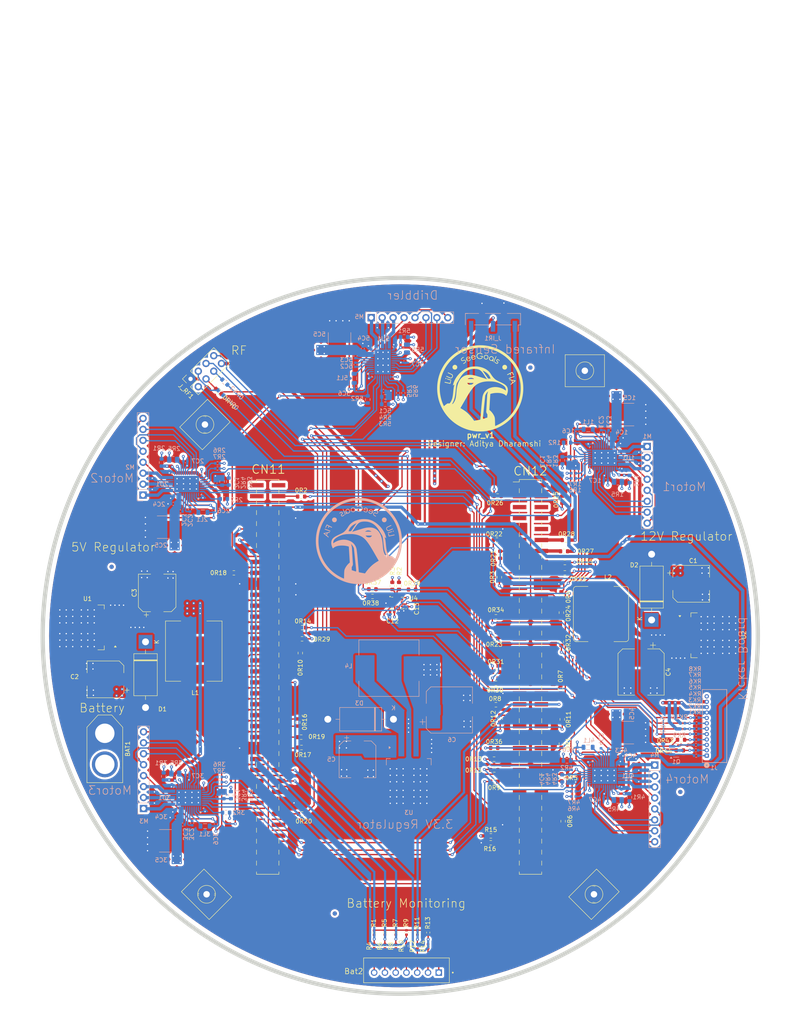
<source format=kicad_pcb>
(kicad_pcb (version 20240108) (generator "pcbnew") (generator_version "8.0")
  (layers (0 "F.Cu" signal) (1 "In1.Cu" signal) (2 "In2.Cu" signal) (31 "B.Cu" signal) (34 "B.Paste" user) (35 "F.Paste" user) (36 "B.SilkS" user "B.Silkscreen") (37 "F.SilkS" user "F.Silkscreen") (38 "B.Mask" user) (39 "F.Mask" user) (44 "Edge.Cuts" user))
  (net 0 "")
  (net 1 "GND")
  (net 2 "5V")
  (net 3 "12V")
  (net 4 "3V3")
  (net 5 "/MISO")
  (net 6 "Net-(D2-K)")
  (net 7 "VBAT")
  (net 8 "Net-(1U1-ILIM)")
  (net 9 "Net-(1U1-CPL)")
  (net 10 "Net-(D1-K)")
  (net 11 "/MOSI")
  (net 12 "/SCK")
  (net 13 "Net-(1U1-CPH)")
  (net 14 "Net-(1U1-CP)")
  (net 15 "/MotorDriver1/SW_BK")
  (net 16 "/MotorDriver1/AVDD")
  (net 17 "Net-(1U1-SW_BK)")
  (net 18 "/MotorDriver1/FGOUT")
  (net 19 "Net-(1U1-VSEL_BK)")
  (net 20 "Net-(1U1-SLEW)")
  (net 21 "Net-(1U1-ADVANCE)")
  (net 23 "/MotorDriver1/W")
  (net 24 "/MotorDriver1/V")
  (net 25 "/MotorDriver1/BRAKE")
  (net 27 "/MotorDriver1/U")
  (net 29 "/MotorDriver1/H1")
  (net 30 "/MotorDriver1/H2")
  (net 31 "/MotorDriver1/H3")
  (net 33 "/MotorDriver1/DIR")
  (net 34 "/MotorDriver1/PWM")
  (net 35 "Net-(2U1-ILIM)")
  (net 36 "Net-(2U1-CPL)")
  (net 37 "Net-(2U1-CPH)")
  (net 38 "Net-(2U1-CP)")
  (net 39 "/MotorDriver2/SW_BK")
  (net 40 "/MotorDriver2/AVDD")
  (net 41 "Net-(2U1-SW_BK)")
  (net 42 "/MotorDriver2/FGOUT")
  (net 43 "Net-(2U1-VSEL_BK)")
  (net 44 "Net-(2U1-SLEW)")
  (net 45 "Net-(2U1-ADVANCE)")
  (net 46 "/MotorDriver2/PWM")
  (net 47 "/MotorDriver2/V")
  (net 48 "/MotorDriver2/U")
  (net 51 "/MotorDriver2/W")
  (net 52 "/MotorDriver2/H3")
  (net 55 "/MotorDriver2/H1")
  (net 56 "/MotorDriver2/DIR")
  (net 57 "/MotorDriver2/BRAKE")
  (net 58 "/MotorDriver2/H2")
  (net 59 "Net-(3U1-ILIM)")
  (net 60 "Net-(3U1-CPL)")
  (net 61 "Net-(3U1-CPH)")
  (net 62 "Net-(3U1-CP)")
  (net 63 "/MotorDriver3/SW_BK")
  (net 64 "/MotorDriver3/AVDD")
  (net 65 "Net-(3U1-SW_BK)")
  (net 66 "/MotorDriver3/FGOUT")
  (net 67 "Net-(3U1-VSEL_BK)")
  (net 68 "Net-(3U1-SLEW)")
  (net 69 "Net-(3U1-ADVANCE)")
  (net 70 "/MotorDriver3/PWM")
  (net 71 "/MotorDriver3/H3")
  (net 72 "/MotorDriver3/H1")
  (net 73 "/MotorDriver3/H2")
  (net 74 "/MotorDriver3/V")
  (net 75 "/MotorDriver3/U")
  (net 77 "/MotorDriver3/W")
  (net 78 "/MotorDriver3/DIR")
  (net 81 "/MotorDriver3/BRAKE")
  (net 83 "Net-(4U1-ILIM)")
  (net 84 "Net-(4U1-CPL)")
  (net 85 "Net-(4U1-CPH)")
  (net 86 "Net-(4U1-CP)")
  (net 87 "/MotorDriver4/SW_BK")
  (net 88 "/MotorDriver4/AVDD")
  (net 89 "Net-(4U1-SW_BK)")
  (net 90 "/MotorDriver4/FGOUT")
  (net 91 "Net-(4U1-VSEL_BK)")
  (net 92 "Net-(4U1-SLEW)")
  (net 93 "Net-(4U1-ADVANCE)")
  (net 95 "/MotorDriver4/H2")
  (net 96 "/MotorDriver4/H3")
  (net 98 "/MotorDriver4/BRAKE")
  (net 99 "/MotorDriver4/V")
  (net 100 "/MotorDriver4/U")
  (net 101 "/MotorDriver4/PWM")
  (net 103 "/MotorDriver4/W")
  (net 105 "/MotorDriver4/DIR")
  (net 106 "/MotorDriver4/H1")
  (net 107 "Net-(5U1-ILIM)")
  (net 108 "Net-(5U1-CPH)")
  (net 109 "Net-(5U1-CPL)")
  (net 110 "Net-(5U1-CP)")
  (net 111 "/MotorDriver5/SW_BK")
  (net 112 "/MotorDriver5/AVDD")
  (net 113 "Net-(5U1-SW_BK)")
  (net 114 "/MotorDriver5/FGOUT")
  (net 115 "Net-(5U1-VSEL_BK)")
  (net 116 "Net-(5U1-SLEW)")
  (net 117 "Net-(5U1-ADVANCE)")
  (net 120 "/MotorDriver5/DIR")
  (net 121 "/MotorDriver5/W")
  (net 122 "/MotorDriver5/U")
  (net 123 "/MotorDriver5/H2")
  (net 124 "/MotorDriver5/H1")
  (net 125 "/MotorDriver5/V")
  (net 128 "/MotorDriver5/H3")
  (net 129 "/MotorDriver5/BRAKE")
  (net 130 "/MotorDriver5/PWM")
  (net 131 "/Battery Supervisor/B1")
  (net 132 "/Battery Supervisor/O1")
  (net 134 "/MotorDriver1/GND_BK")
  (net 135 "/MotorDriver2/GND_BK")
  (net 136 "/MotorDriver3/GND_BK")
  (net 137 "/MotorDriver4/GND_BK")
  (net 138 "/MotorDriver5/GND_BK")
  (net 157 "/KB/CS")
  (net 164 "/IR/IR_IN")
  (net 167 "/KB/ERR")
  (net 171 "/KB/CHG")
  (net 174 "/KB/DIS1")
  (net 178 "/KB/DIS2")
  (net 186 "Net-(D3-K)")
  (net 198 "Net-(Q1-S)")
  (net 203 "/RF/IRQ")
  (net 210 "/RF/CSN")
  (net 214 "/RF/CE")
  (net 217 "/Battery Supervisor/M")
  (net 239 "unconnected-(U4-NC-Pad11)")
  (net 240 "/IMU/INT2")
  (net 241 "/IMU/INT1")
  (net 243 "/IMU/CS")
  (net 244 "/Battery Supervisor/P")
  (net 245 "/Battery Supervisor/B2")
  (net 246 "/Battery Supervisor/O2")
  (net 247 "/Battery Supervisor/O3")
  (net 248 "/Battery Supervisor/B3")
  (net 249 "/Battery Supervisor/B4")
  (net 250 "/Battery Supervisor/O4")
  (net 251 "/Battery Supervisor/O5")
  (net 252 "/Battery Supervisor/B5")
  (net 253 "/Battery Supervisor/B6")
  (net 254 "/Battery Supervisor/O6")
  (net 255 "/IR/IR_OUT")
  (net 256 "Net-(J1-Pad3)")
  (net 257 "Net-(J1-Pad5)")
  (net 258 "Net-(J1-Pad4)")
  (net 259 "Net-(J1-Pad2)")
  (net 260 "Net-(J1-Pad7)")
  (net 261 "Net-(J1-Pad6)")
  (net 262 "Net-(J1-Pad8)")
  (net 263 "Net-(J1-Pad1)")
  (net 264 "/STM32/MOTOR1_PWM")
  (net 265 "/STM32/MOTOR1_ENCODER")
  (net 266 "/STM32/MOTOR1_REVERSE")
  (net 267 "/STM32/MOTOR1_BREAK")
  (net 268 "/STM32/MOTOR2_PWM")
  (net 269 "/STM32/MOTOR2_ENCODER")
  (net 270 "/STM32/MOTOR2_REVERSE")
  (net 271 "/STM32/MOTOR2_BREAK")
  (net 272 "/STM32/MOTOR3_PWM")
  (net 273 "/STM32/MOTOR3_ENCODER")
  (net 274 "/STM32/MOTOR3_REVERSE")
  (net 275 "/STM32/MOTOR3_BREAK")
  (net 276 "/STM32/MOTOR4_PWM")
  (net 277 "/STM32/MOTOR4_ENCODER")
  (net 278 "/STM32/MOTOR4_REVERSE")
  (net 279 "/STM32/MOTOR4_BREAK")
  (net 280 "/STM32/MOTOR5_PWM")
  (net 281 "/STM32/MOTOR5_ENCODER")
  (net 282 "/STM32/MOTOR5_REVERSE")
  (net 283 "/STM32/MOTOR5_BREAK")
  (net 284 "/STM32/MISO")
  (net 285 "/STM32/SCK")
  (net 286 "/STM32/MOSI")
  (net 287 "/STM32/NRF_IRQ")
  (net 288 "/STM32/CE_NRF")
  (net 289 "/STM32/CS_NRF")
  (net 290 "/STM32/IR_OUT")
  (net 291 "/STM32/IR_IN")
  (net 292 "/STM32/IR_CS")
  (net 293 "/STM32/IR_INT2")
  (net 294 "/STM32/IR_INT1")
  (net 295 "/STM32/KICKER_ERR")
  (net 296 "/STM32/KICKER_CHARGE")
  (net 297 "/STM32/KICKER_DISCHARGE1")
  (net 298 "/STM32/KICKER_DISCHARGE2")
  (net 299 "/STM32/KICKER_CS")
  (net 300 "/IMU/SDA")
  (net 301 "/IMU/SDO{slash}SA0")
  (net 302 "/IMU/SCL")
  (net 303 "/RF/MISO")
  (net 304 "/RF/SCK")
  (net 305 "/RF/MOSI")
  (net 306 "/KB/MOSI")
  (net 307 "/KB/CLK")
  (net 308 "/KB/MISO")
  (footprint "Resistor_SMD:R_0603_1608Metric" (layer "F.Cu") (at 127.225 98.1)
    (property "Reference" "0R14")
    (property "Value" "0")
  )
  (footprint "Resistor_SMD:R_0603_1608Metric" (layer "F.Cu") (at 171.025 146.4)
    (property "Reference" "R15")
    (property "Value" "1M")
  )
  (footprint "Resistor_SMD:R_0402_1005Metric" (layer "F.Cu") (at 148.975789 171.972255 90)
    (property "Reference" "R8")
    (property "Value" "11k")
  )
  (footprint "Inductor_SMD:L_TaiTech_TMPC1265_13.5x12.5mm" (layer "F.Cu") (at 196.589999 94.945 -90)
    (property "Reference" "L2")
    (property "Value" "150uH")
  )
  (footprint "Resistor_SMD:R_0603_1608Metric" (layer "F.Cu") (at 187.4 101.4 90)
    (property "Reference" "0R32")
    (property "Value" "0")
  )
  (footprint "Resistor_SMD:R_0603_1608Metric" (layer "F.Cu") (at 143.56 90.87 180)
    (property "Reference" "0R38")
    (property "Value" "0")
  )
  (footprint "Resistor_SMD:R_0402_1005Metric" (layer "F.Cu") (at 156.45579 172.042256 90)
    (property "Reference" "R14")
    (property "Value" "11k")
  )
  (footprint "Resistor_SMD:R_0603_1608Metric" (layer "F.Cu") (at 172.2 116 180)
    (property "Reference" "0R8")
    (property "Value" "0")
  )
  (footprint "Resistor_SMD:R_0603_1608Metric" (layer "F.Cu") (at 187.8 143 90)
    (property "Reference" "0R6")
    (property "Value" "0")
  )
  (footprint "Connector_PinHeader_2.54mm:PinHeader_2x36_P2.54mm_Vertical_SMD" (layer "F.Cu") (at 180.225 109.53)
    (property "Reference" "CN12")
    (property "Value" "Conn_02x36_Odd_Even")
  )
  (footprint "Diode_THT:D_DO-201AD_P15.24mm_Horizontal" (layer "F.Cu") (at 90.87 101.4 -90)
    (property "Reference" "D1")
    (property "Value" "1N5821")
  )
  (footprint "Resistor_SMD:R_0402_1005Metric" (layer "F.Cu") (at 146.44579 171.972256 90)
    (property "Reference" "R6")
    (property "Value" "11k")
  )
  (footprint "Resistor_SMD:R_0603_1608Metric" (layer "F.Cu") (at 126.8 104 -90)
    (property "Reference" "0R10")
    (property "Value" "0")
  )
  (footprint "Resistor_SMD:R_0603_1608Metric" (layer "F.Cu") (at 187.6 68.425 90)
    (property "Reference" "0R25")
    (property "Value" "0")
  )
  (footprint "Resistor_SMD:R_0603_1608Metric" (layer "F.Cu") (at 148.1525 88.4225 -90)
    (property "Reference" "R3")
    (property "Value" "1k")
  )
  (footprint "Resistor_SMD:R_0603_1608Metric" (layer "F.Cu") (at 187.4 132.825 90)
    (property "Reference" "0R5")
    (property "Value" "0")
  )
  (footprint "Resistor_SMD:R_0603_1608Metric" (layer "F.Cu") (at 187.4 90.625 90)
    (property "Reference" "0R4")
    (property "Value" "0")
  )
  (footprint "TerminalBlock_MetzConnect:TerminalBlock_MetzConnect_360271_1x01_Horizontal_ScrewM3.0_Boxed" (layer "F.Cu") (at 104.66 51 45)
    (property "Reference" "S1" (hide yes))
    (property "Value" "Screw_Terminal_01x01")
  )
  (footprint "Resistor_SMD:R_0603_1608Metric" (layer "F.Cu") (at 187.4 125.025 90)
    (property "Reference" "0R1")
    (property "Value" "0")
  )
  (footprint "LOGO" (layer "F.Cu") (at 168.56 42.6)
    (property "Reference" "G***" (hide yes))
    (property "Value" "LOGO" (hide yes))
  )
  (footprint "Inductor_SMD:L_Sunlord_MWSA1206S-101" (layer "F.Cu") (at 102.07 103.549999 90)
    (property "Reference" "L1")
    (property "Value" "100uH")
  )
  (footprint "Resistor_SMD:R_0603_1608Metric" (layer "F.Cu") (at 171.8 133.8 180)
    (property "Reference" "0R9")
    (property "Value" "0")
  )
  (footprint "Fiducial:Fiducial_1mm_Mask2mm" (layer "F.Cu") (at 180.2 37.8)
    (property "Reference" "FID1" (hide yes))
    (property "Value" "Fiducial")
  )
  (footprint "Resistor_SMD:R_0402_1005Metric" (layer "F.Cu") (at 156.48579 168.822255 -90)
    (property "Reference" "R13")
    (property "Value" "3k")
  )
  (footprint "Capacitor_SMD:C_0402_1005Metric" (layer "F.Cu") (at 151.7025 93.7275 -90)
    (property "Reference" "C13")
    (property "Value" "100nF")
  )
  (footprint "Resistor_SMD:R_0603_1608Metric" (layer "F.Cu") (at 171.775 128.6 180)
    (property "Reference" "0R13")
    (property "Value" "0")
  )
  (footprint "Resistor_SMD:R_0603_1608Metric" (layer "F.Cu") (at 172.425 77.8)
    (property "Reference" "0R22")
    (property "Value" "0")
  )
  (footprint "Fiducial:Fiducial_1mm_Mask2mm" (layer "F.Cu") (at 215 136.2)
    (property "Reference" "FID2" (hide yes))
    (property "Value" "Fiducial")
  )
  (footprint "Resistor_SMD:R_0603_1608Metric" (layer "F.Cu") (at 173 86.425 -90)
    (property "Reference" "0R3")
    (property "Value" "0")
  )
  (footprint "Resistor_SMD:R_0603_1608Metric" (layer "F.Cu") (at 187.4 94.625 -90)
    (property "Reference" "0R24")
    (property "Value" "0")
  )
  (footprint "Resistor_SMD:R_0603_1608Metric" (layer "F.Cu") (at 127 123.5)
    (property "Reference" "0R19")
    (property "Value" "0")
  )
  (footprint "Resistor_SMD:R_0603_1608Metric" (layer "F.Cu") (at 171.8 126)
    (property "Reference" "0R36")
    (property "Value" "0")
  )
  (footprint "TerminalBlock_MetzConnect:TerminalBlock_MetzConnect_360271_1x01_Horizontal_ScrewM3.0_Boxed" (layer "F.Cu") (at 194.958 159.944 -135)
    (property "Reference" "S4" (hide yes))
    (property "Value" "Screw_Terminal_01x01")
  )
  (footprint "Resistor_SMD:R_0603_1608Metric" (layer "F.Cu") (at 215.1739 124.1116 180)
    (property "Reference" "0R43")
    (property "Value" "0")
  )
  (footprint "Diode_THT:D_DO-201AD_P15.24mm_Horizontal" (layer "F.Cu") (at 208.340001 96.319999 90)
    (property "Reference" "D2")
    (property "Value" "1N5821")
  )
  (footprint "Resistor_SMD:R_0603_1608Metric" (layer "F.Cu") (at 214.8839 126.5716 180)
    (property "Reference" "0R44")
    (property "Value" "0")
  )
  (footprint "Resistor_SMD:R_0402_1005Metric" (layer "F.Cu") (at 143.935789 168.842257 -90)
    (property "Reference" "R1")
    (property "Value" "3k")
  )
  (footprint "Resistor_SMD:R_0603_1608Metric" (layer "F.Cu") (at 188.2 85.4 180)
    (property "Reference" "0R33")
    (property "Value" "0")
  )
  (footprint "Resistor_SMD:R_0402_1005Metric" (layer "F.Cu") (at 148.975789 168.812257 -90)
    (property "Reference" "R7")
    (property "Value" "3k")
  )
  (footprint "TerminalBlock_MetzConnect:TerminalBlock_MetzConnect_360271_1x01_Horizontal_ScrewM3.0_Boxed" (layer "F.Cu") (at 105.042 159.944 135)
    (property "Reference" "S3" (hide yes))
    (property "Value" "Screw_Terminal_01x01")
  )
  (footprint "Connector_PinHeader_2.54mm:PinHeader_2x36_P2.54mm_Vertical_SMD" (layer "F.Cu") (at 119.225 109.53)
    (property "Reference" "CN11")
    (property "Value" "Conn_02x36_Odd_Even")
  )
  (footprint "Resistor_SMD:R_0603_1608Metric" (layer "F.Cu") (at 187.2 112.425 90)
    (property "Reference" "0R7")
    (property "Value" "0")
  )
  (footprint "B7B_XH_A:JST_B7B-XH-A" (layer "F.Cu") (at 151.4375 177.58)
    (property "Reference" "Bat2")
    (property "Value" "Conn_01x07")
  )
  (footprint "Resistor_SMD:R_0603_1608Metric" (layer "F.Cu") (at 172.2 95.6)
    (property "Reference" "0R34")
    (property "Value" "0")
  )
  (footprint "Resistor_SMD:R_0603_1608Metric" (layer "F.Cu") (at 127.2 141.3)
    (property "Reference" "0R20")
    (property "Value" "0")
  )
  (footprint "Capacitor_SMD:CP_Elec_10x10.5" (layer "F.Cu") (at 205.9 108.4 -90)
    (property "Reference" "C4")
    (property "Value" "1000uF")
  )
  (footprint "Fiducial:Fiducial_1mm_Mask2mm" (layer "F.Cu") (at 83 84)
    (property "Reference" "FID1" (hide yes))
    (property "Value" "Fiducial")
  )
  (footprint "Resistor_SMD:R_0603_1608Metric" (layer "F.Cu") (at 172.6 67.6)
    (property "Reference" "0R26")
    (property "Value" "0")
  )
  (footprint "Resistor_SMD:R_0603_1608Metric" (layer "F.Cu") (at 171.825 131.1 180)
    (property "Reference" "0R15")
    (property "Value" "0")
  )
  (footprint "Resistor_SMD:R_0603_1608Metric" (layer "F.Cu") (at 126.2 120.1 90)
    (property "Reference" "0R16")
    (property "Value" "0")
  )
  (footprint "Resistor_SMD:R_0603_1608Metric" (layer "F.Cu") (at 173.2 119.2 -90)
    (property "Reference" "0R12")
    (property "Value" "0")
  )
  (footprint "Capacitor_SMD:CP_Elec_8x10" (layer "F.Cu") (at 217.529999 87.94)
    (property "Reference" "C1")
    (property "Value" "100uF")
  )
  (footprint "Resistor_SMD:R_0603_1608Metric" (layer "F.Cu") (at 172.2 111)
    (property "Reference" "0R30")
    (property "Value" "0")
  )
  (footprint "Capacitor_SMD:CP_Elec_8x10" (layer "F.Cu") (at 81.57 110.1 180)
    (property "Reference" "C2")
    (property "Value" "100uF")
  )
  (footprint "Resistor_SMD:R_0603_1608Metric" (layer "F.Cu") (at 188.025 80.4 180)
    (property "Reference" "0R27")
    (property "Value" "0")
  )
  (footprint "Resistor_SMD:R_0402_1005Metric" (layer "F.Cu") (at 153.98579 168.822255 -90)
    (property "Reference" "R11")
    (property "Value" "3k")
  )
  (footprint "Resistor_SMD:R_0603_1608Metric" (layer "F.Cu") (at 188.2 83 180)
    (property "Reference" "0R35")
    (property "Value" "0")
  )
  (footprint "Resistor_SMD:R_0603_1608Metric" (layer "F.Cu") (at 111.375 85.4 180)
    (property "Reference" "0R18")
    (property "Value" "0")
  )
  (footprint "Resistor_SMD:R_0402_1005Metric" (layer "F.Cu") (at 153.965789 172.012256 90)
    (property "Reference" "R12")
    (property "Value" "11k")
  )
  (footprint "Package_TO_SOT_SMD:TO-263-5_TabPin3" (layer "F.Cu") (at 222.28 99.88)
    (property "Reference" "U2")
    (property "Value" "LM2576S-12")
  )
  (footprint "Resistor_SMD:R_0603_1608Metric" (layer "F.Cu") (at 171 148)
    (property "Reference" "R16")
    (property "Value" "100k")
  )
  (footprint "Resistor_SMD:R_0603_1608Metric" (layer "F.Cu") (at 171.8 100.6)
    (property "Reference" "0R23")
    (property "Value" "0")
  )
  (footprint "Capacitor_SMD:C_0402_1005Metric" (layer "F.Cu") (at 148.1225 94.4475 180)
    (property "Reference" "C12")
    (property "Value" "100nF")
  )
  (footprint "Resistor_SMD:R_0603_1608Metric" (layer "F.Cu") (at 188.425 77.8 180)
    (property "Reference" "0R28")
    (property "Value" "0")
  )
  (footprint "Capacitor_SMD:CP_Elec_8x10.5" (layer "F.Cu") (at 93.57 90.049999 90)
    (property "Reference" "C3")
    (property "Value" "1000uF")
  )
  (footprint "Resistor_SMD:R_0603_1608Metric" (layer "F.Cu") (at 149.7025 88.4225 -90)
    (property "Reference" "R2")
    (property "Value" "1k")
  )
  (footprint "Package_TO_SOT_SMD:TO-263-5_TabPin3" (layer "F.Cu") (at 76.47 98.05 180)
    (property "Reference" "U1")
    (property "Value" "LM2576S-5")
  )
  (footprint "Resistor_SMD:R_0402_1005Metric" (layer "F.Cu") (at 151.43579 168.792257 -90)
    (property "Reference" "R9")
    (property "Value" "3k")
  )
  (footprint "Package_LGA:LGA-14_3x2.5mm_P0.5mm_LayoutBorder3x4y" (layer "F.Cu") (at 149.24 92.3975)
    (property "Reference" "U4")
    (property "Value" "LSM6DSLTR")
  )
  (footprint "Resistor_SMD:R_0402_1005Metric" (layer "F.Cu") (at 143.935789 171.932256 90)
    (property "Reference" "R4")
    (property "Value" "11k")
  )
  (footprint "Resistor_SMD:R_0603_1608Metric" (layer "F.Cu") (at 127 67.7)
    (property "Reference" "0R2")
    (property "Value" "0")
  )
  (footprint "Resistor_SMD:R_0603_1608Metric" (layer "F.Cu") (at 152.74 89.27)
    (property "Reference" "0R39")
    (property "Value" "0")
  )
  (footprint "Connector_AMASS:AMASS_XT60-M_1x02_P7.20mm_Vertical" (layer "F.Cu") (at 81.42 122.610001 -90)
    (property "Reference" "BAT1")
    (property "Value" "XT60" (hide yes))
  )
  (footprint "Resistor_SMD:R_0603_1608Metric" (layer "F.Cu") (at 172.225 108.4)
    (property "Reference" "0R31")
    (property "Value" "0")
  )
  (footprint "Resistor_SMD:R_0603_1608Metric" (layer "F.Cu") (at 173.2 81.2 90)
    (property "Reference" "0R21")
    (property "Value" "0")
  )
  (footprint "Resistor_SMD:R_0402_1005Metric" (layer "F.Cu") (at 146.445789 168.812257 -90)
    (property "Reference" "R5")
    (property "Value" "3k")
  )
  (footprint "Connector_PinSocket_2.54mm:PinSocket_2x04_P2.54mm_Vertical" (layer "F.Cu") (at 101.32 40.43 135)
    (property "Reference" "J_RF1")
    (property "Value" "Conn_02x04_Counter_Clockwise")
  )
  (footprint "Resistor_SMD:R_0402_1005Metric" (layer "F.Cu") (at 151.42579 171.932257 90)
    (property "Reference" "R10")
    (property "Value" "11k")
  )
  (footprint "Resistor_SMD:R_0603_1608Metric" (layer "F.Cu") (at 107.79 43.31 135)
    (property "Reference" "0R40")
    (property "Value" "0")
  )
  (footprint "Resistor_SMD:R_0603_1608Metric" (layer "F.Cu") (at 143.53 89.19 180)
    (property "Reference" "0R37")
    (property "Value" "0")
  )
  (footprint "Resistor_SMD:R_0603_1608Metric" (layer "F.Cu") (at 187.6 119.375 -90)
    (property "Reference" "0R11")
    (property "Value" "0")
  )
  (footprint "Resistor_SMD:R_0603_1608Metric" (layer "F.Cu") (at 127.075 125.9)
    (property "Reference" "0R17")
    (property "Value" "0")
  )
  (footprint "TerminalBlock_MetzConnect:TerminalBlock_MetzConnect_360271_1x01_Horizontal_ScrewM3.0_Boxed" (layer "F.Cu") (at 192.84 38.53)
    (property "Reference" "S2" (hide yes))
    (property "Value" "Screw_Terminal_01x01")
  )
  (footprint "Fiducial:Fiducial_1mm_Mask2mm" (layer "F.Cu") (at 134.8 164.4)
    (property "Reference" "FID3" (hide yes))
    (property "Value" "Fiducial")
  )
  (footprint "Resistor_SMD:R_0603_1608Metric" (layer "F.Cu") (at 127.2 100.7 180)
    (property "Reference" "0R29")
    (property "Value" "0")
  )
  (footprint "Resistor_SMD:R_0603_1608Metric" (layer "B.Cu") (at 108.35 43.65 135)
    (property "Reference" "0R41")
    (property "Value" "0")
  )
  (footprint "Connector_PinHeader_2.54mm:PinHeader_1x08_P2.54mm_Vertical" (layer "B.Cu") (at 209.067501 129.980001 180)
    (property "Reference" "M4")
    (property "Value" "Conn_01x08_Socket")
  )
  (footprint "Resistor_SMD:R_0402_1005Metric" (layer "B.Cu") (at 218.690001 124.089999 180)
    (property "Reference" "RK4")
    (property "Value" "100")
  )
  (footprint "Resistor_SMD:R_0603_1608Metric" (layer "B.Cu") (at 188.696182 129.003162)
    (property "Reference" "4R2")
    (property "Value" "5k1")
  )
  (footprint "Resistor_SMD:R_0805_2012Metric" (layer "B.Cu") (at 97.79 131.953034 180)
    (property "Reference" "3R5")
    (property "Value" "1M")
  )
  (footprint "Resistor_SMD:R_0402_1005Metric" (layer "B.Cu") (at 215.523899 120.2616)
    (property "Reference" "RK10")
    (property "Value" "10k")
  )
  (footprint "Capacitor_SMD:C_0402_1005Metric" (layer "B.Cu") (at 196.629999 52.796966 -90)
    (property "Reference" "1C2")
    (property "Value" "47nF")
  )
  (footprint "Capacitor_SMD:C_0402_1005Metric" (layer "B.Cu") (at 191.096181 126.358163 -90)
    (property "Reference" "4C6")
    (property "Value" "22uF")
  )
  (footprint "Resistor_SMD:R_0603_1608Metric" (layer "B.Cu") (at 150.904999 30.69 180)
    (property "Reference" "5R1")
    (property "Value" "5k1")
  )
  (footprint "Inductor_SMD:L_0805_2012Metric" (layer "B.Cu") (at 193.59618 125.858164 180)
    (property "Reference" "4L1")
    (property "Value" "47uH")
  )
  (footprint "Capacitor_SMD:C_0402_1005Metric" (layer "B.Cu") (at 100.619999 132.303035)
    (property "Reference" "3C7")
    (property "Value" "1uF")
  )
  (footprint "Resistor_SMD:R_0603_1608Metric" (layer "B.Cu") (at 187.629999 59.296966 90)
    (property "Reference" "1R3")
    (property "Value" "27k")
  )
  (footprint "Resistor_SMD:R_0603_1608Metric" (layer "B.Cu") (at 187.596181 133.058164 90)
    (property "Reference" "4R3")
    (property "Value" "27k")
  )
  (footprint "Resistor_SMD:R_0603_1608Metric" (layer "B.Cu") (at 189.33 59.296966 -90)
    (property "Reference" "1R4")
    (property "Value" "20k")
  )
  (footprint "Resistor_SMD:R_0603_1608Metric" (layer "B.Cu") (at 108.64 64.245 90)
    (property "Reference" "2R4")
    (property "Value" "20k")
  )
  (footprint "Resistor_SMD:R_0402_1005Metric" (layer "B.Cu") (at 108.070002 133.939999)
    (property "Reference" "3R7")
    (property "Value" "22k")
  )
  (footprint "Resistor_SMD:R_0402_1005Metric" (layer "B.Cu") (at 218.630001 125.3 180)
    (property "Reference" "RK3")
    (property "Value" "100")
  )
  (footprint "Resistor_SMD:R_0402_1005Metric" (layer "B.Cu") (at 218.69 127.8 180)
    (property "Reference" "RK1")
    (property "Value" "100")
  )
  (footprint "Resistor_SMD:R_0805_2012Metric" (layer "B.Cu") (at 97.292623 59.163028 180)
    (property "Reference" "2R5")
    (property "Value" "1M")
  )
  (footprint "motorDriver:RGF0040E-IPC_B" (layer "B.Cu") (at 100.89 137.54 90)
    (property "Reference" "3U1")
    (property "Value" "MCT8316Z0TQRGFRQ1")
  )
  (footprint "Resistor_SMD:R_0402_1005Metric" (layer "B.Cu") (at 215.503899 121.5816)
    (property "Reference" "RK9")
    (property "Value" "10k")
  )
  (footprint "Capacitor_SMD:C_0402_1005Metric" (layer "B.Cu") (at 196.596182 126.558163 -90)
    (property "Reference" "4C2")
    (property "Value" "47nF")
  )
  (footprint "Resistor_SMD:R_0805_2012Metric" (layer "B.Cu") (at 200.496182 138.095128)
    (property "Reference" "4R5")
    (property "Value" "1M")
  )
  (footprint "" (layer "B.Cu") (at 215 136.2 180)
    (property "Reference" "")
    (property "Value" "")
  )
  (footprint "Resistor_SMD:R_0402_1005Metric" (layer "B.Cu") (at 190.249999 62.296967 180)
    (property "Reference" "1R7")
    (property "Value" "22k")
  )
  (footprint "Inductor_SMD:L_0805_2012Metric" (layer "B.Cu") (at 139.31 40.289999 -90)
    (property "Reference" "5L1")
    (property "Value" "47uH")
  )
  (footprint "Connector_PinHeader_2.54mm:PinHeader_1x08_P2.54mm_Vertical" (layer "B.Cu") (at 90.41 140.05)
    (property "Reference" "M3")
    (property "Value" "Conn_01x08_Socket")
  )
  (footprint "Resistor_SMD:R_0402_1005Metric" (layer "B.Cu") (at 190.216179 136.058164 180)
    (property "Reference" "4R7")
    (property "Value" "22k")
  )
  (footprint "Capacitor_SMD:C_0402_1005Metric" (layer "B.Cu") (at 197.666183 137.745128 180)
    (property "Reference" "4C7")
    (property "Value" "1uF")
  )
  (footprint "Capacitor_SMD:C_0402_1005Metric" (layer "B.Cu") (at 107.59 137.34 90)
    (property "Reference" "3C1")
    (property "Value" "100nF")
  )
  (footprint "Capacitor_SMD:C_0402_1005Metric" (layer "B.Cu") (at 107.092623 64.599994 90)
    (property "Reference" "2C1")
    (property "Value" "100nF")
  )
  (footprint "Resistor_SMD:R_0402_1005Metric" (layer "B.Cu") (at 218.77 120.300001 180)
    (property "Reference" "RK7")
    (property "Value" "100")
  )
  (footprint "Resistor_SMD:R_0603_1608Metric" (layer "B.Cu") (at 109.045 68.26 180)
    (property "Reference" "2R2")
    (property "Value" "5k1")
  )
  (footprint "Capacitor_SMD:C_2220_5750Metric" (layer "B.Cu") (at 95.49 147.539998 180)
    (property "Reference" "3C5")
    (property "Value" "22uF")
  )
  (footprint "Resistor_SMD:R_0402_1005Metric" (layer "B.Cu") (at 150.709999 43.680001 -90)
    (property "Reference" "5R6")
    (property "Value" "47k")
  )
  (footprint "12pConn:CON12_1X12_UR_DF13" (layer "B.Cu") (at 221.1339 127.791601 -90)
    (property "Reference" "J1")
    (property "Value" "Conn_01x12_Pin")
  )
  (footprint "Connector_PinHeader_2.54mm:PinHeader_1x08_P2.54mm_Vertical" (layer "B.Cu") (at 143.258999 26.22 -90)
    (property "Reference" "M5")
    (property "Value" "Conn_01x08_Socket")
  )
  (footprint "Capacitor_SMD:C_2220_5750Metric" (layer "B.Cu") (at 202.83 48.696967)
    (property "Reference" "1C5")
    (property "Value" "22uF")
  )
  (footprint "Capacitor_SMD:C_0402_1005Metric" (layer "B.Cu") (at 98.992624 71.154995 180)
    (property "Reference" "2C3")
    (property "Value" "1uF")
  )
  (footprint "Resistor_SMD:R_0603_1608Metric" (layer "B.Cu") (at 211.03 124.16 90)
    (property "Reference" "0R45")
    (property "Value" "0")
  )
  (footprint "Connector_PinHeader_2.54mm:PinHeader_1x05_P2.54mm_Vertical_SMD_Pin1Left" (layer "B.Cu") (at 171.52 26.565 90)
    (property "Reference" "J_IR1")
    (property "Value" "Connector_Generic:Conn_01x05")
  )
  (footprint "Resistor_SMD:R_0402_1005Metric" (layer "B.Cu") (at 218.760001 121.540001 180)
    (property "Reference" "RK6")
    (property "Value" "100")
  )
  (footprint "Capacitor_SMD:C_0402_1005Metric" (layer "B.Cu") (at 101.192624 70.699993 90)
    (property "Reference" "2C2")
    (property "Value" "47nF")
  )
  (footprint "Capacitor_SMD:C_0402_1005Metric" (layer "B.Cu") (at 139.604999 35.11 90)
    (property "Reference" "5C3")
    (property "Value" "1uF")
  )
  (footprint "Resistor_SMD:R_0603_1608Metric" (layer "B.Cu") (at 94.592622 59.813029 -90)
    (property "Reference" "2R1")
    (property "Value" "5k1")
  )
  (footprint "motorDriver:RGF0040E-IPC_B" (layer "B.Cu") (at 197.396181 132.458165 -90)
    (property "Reference" "4U1")
    (property "Value" "MCT8316Z0TQRGFRQ1")
  )
  (footprint "Capacitor_SMD:C_0402_1005Metric" (layer "B.Cu") (at 200.53 54.096967)
    (property "Reference" "1C4")
    (property "Value" "0u1F")
  )
  (footprint "Capacitor_SMD:C_2220_5750Metric" (layer "B.Cu") (at 135.91 31.09 90)
    (property "Reference" "5C5")
    (property "Value" "22uF")
  )
  (footprint "Capacitor_SMD:C_0402_1005Metric" (layer "B.Cu") (at 197.700001 63.941965 180)
    (property "Reference" "1C7")
    (property "Value" "1uF")
  )
  (footprint "Capacitor_SMD:C_0402_1005Metric" (layer "B.Cu") (at 141.31 33.39 90)
    (property "Reference" "5C4")
    (property "Value" "0u1F")
  )
  (footprint "Resistor_SMD:R_0603_1608Metric" (layer "B.Cu") (at 109.27 41.17 135)
    (property "Reference" "0R42")
    (property "Value" "0")
  )
  (footprint "Capacitor_SMD:C_0402_1005Metric" (layer "B.Cu") (at 97.292623 69.399994 180)
    (property "Reference" "2C4")
    (property "Value" "0u1F")
  )
  (footprint "Resistor_SMD:R_0603_1608Metric" (layer "B.Cu") (at 146.509999 44.59)
    (property "Reference" "5R4")
    (property "Value" "20k")
  )
  (footprint "Resistor_SMD:R_0805_2012Metric" (layer "B.Cu") (at 200.530001 64.291966)
    (property "Reference" "1R5")
    (property "Value" "1M")
  )
  (footprint "motorDriver:RGF0040E-IPC_B" (layer "B.Cu") (at 145.91 36.49)
    (property "Reference" "5U1")
    (property "Value" "MCT8316Z0TQRGFRQ1")
  )
  (footprint "Connector_PinHeader_2.54mm:PinHeader_1x08_P2.54mm_Vertical" (layer "B.Cu") (at 90.29 67.365)
    (property "Reference" "M2")
    (property "Value" "Conn_01x08_Socket")
  )
  (footprint "Connector_PinHeader_2.54mm:PinHeader_1x08_P2.54mm_Vertical" (layer "B.Cu") (at 207.31 56.094999 180)
    (property "Reference" "M1")
    (property "Value" "Conn_01x08_Socket")
  )
  (footprint "Capacitor_SMD:C_0402_1005Metric" (layer "B.Cu") (at 106.692624 70.899993 90)
    (property "Reference" "2C6")
    (property "Value" "22uF")
  )
  (footprint "" (layer "B.Cu") (at 180.2 37.8 180)
    (property "Reference" "")
    (property "Value" "")
  )
  (footprint "Capacitor_SMD:CP_Elec_8x10" (layer "B.Cu") (at 140.07 128.649999 -90)
    (property "Reference" "C5")
    (property "Value" "100uF")
  )
  (footprint "Resistor_SMD:R_0603_1608Metric" (layer "B.Cu") (at 110.18 64.225 -90)
    (property "Reference" "2R3")
    (property "Value" "27k")
  )
  (footprint "Resistor_SMD:R_0603_1608Metric" (layer "B.Cu") (at 142.454999 45.19 90)
    (property "Reference" "5R2")
    (property "Value" "5k1")
  )
  (footprint "Capacitor_SMD:C_0402_1005Metric" (layer "B.Cu") (at 101.69 143.440001 90)
    (property "Reference" "3C2")
    (property "Value" "47nF")
  )
  (footprint "Resistor_SMD:R_0603_1608Metric" (layer "B.Cu") (at 203.230001 63.641966 90)
    (property "Reference" "1R1")
    (property "Value" "5k1")
  )
  (footprint "Capacitor_SMD:C_0402_1005Metric" (layer "B.Cu") (at 139.81 42.79)
    (property "Reference" "5C6")
    (property "Value" "22uF")
  )
  (footprint "Resistor_SMD:R_0603_1608Metric" (layer "B.Cu") (at 108.99 136.94 90)
    (property "Reference" "3R4")
    (property "Value" "20k")
  )
  (footprint "Resistor_SMD:R_0402_1005Metric" (layer "B.Cu") (at 107.582625 59.999993)
    (property "Reference" "2R6")
    (property "Value" "47k")
  )
  (footprint "Resistor_SMD:R_0603_1608Metric" (layer "B.Cu") (at 95.089999 132.603034 -90)
    (property "Reference" "3R1")
    (property "Value" "5k1")
  )
  (footprint "Resistor_SMD:R_0402_1005Metric" (layer "B.Cu") (at 190.20618 137.258164 180)
    (property "Reference" "4R6")
    (property "Value" "47k")
  )
  (footprint "Resistor_SMD:R_0603_1608Metric" (layer "B.Cu") (at 203.196183 137.445129 90)
    (property "Reference" "4R1")
    (property "Value" "5k1")
  )
  (footprint "Resistor_SMD:R_0603_1608Metric" (layer "B.Cu") (at 146.51 46.29 180)
    (property "Reference" "5R3")
    (property "Value" "27k")
  )
  (footprint "Capacitor_SMD:C_0402_1005Metric" (layer "B.Cu") (at 190.696182 132.658164 -90)
    (property "Reference" "4C1")
    (property "Value" "100nF")
  )
  (footprint "Inductor_SMD:L_Sunlord_MWSA1206S-101" (layer "B.Cu") (at 147.37 107.499999)
    (property "Reference" "L4")
    (property "Value" "100uH")
  )
  (footprint "Package_TO_SOT_SMD:SOT-23" (layer "B.Cu") (at 214.030001 126.58)
    (property "Reference" "Q1")
    (property "Value" "BSS84")
  )
  (footprint "Inductor_SMD:L_0805_2012Metric" (layer "B.Cu") (at 104.69 144.139999)
    (property "Reference" "3L1")
    (property "Value" "47uH")
  )
  (footprint "Resistor_SMD:R_0603_1608Metric" (layer "B.Cu") (at 109.565 140.995001 180)
    (property "Reference" "3R2")
    (property "Value" "5k1")
  )
  (footprint "Capacitor_SMD:C_0402_1005Metric" (layer "B.Cu") (at 99.49 143.795001 180)
    (property "Reference" "3C3")
    (property "Value" "1uF")
  )
  (footprint "Resistor_SMD:R_0402_1005Metric" (layer "B.Cu") (at 108.080001 132.74)
    (property "Reference" "3R6")
    (property "Value" "47k")
  )
  (footprint "Capacitor_SMD:C_0402_1005Metric" (layer "B.Cu") (at 198.83 52.35)
    (property "Reference" "1C3")
    (property "Value" "1uF")
  )
  (footprint "Capacitor_SMD:C_0402_1005Metric" (layer "B.Cu") (at 97.79 142.14 180)
    (property "Reference" "3C4")
    (property "Value" "0u1F")
  )
  (footprint "Capacitor_SMD:CP_Elec_10x10.5" (layer "B.Cu") (at 161.4 117.2)
    (property "Reference" "C6")
    (property "Value" "1000uF")
  )
  (footprint "motorDriver:RGF0040E-IPC_B" (layer "B.Cu") (at 197.43 58.696966 -90)
    (property "Reference" "1U1")
    (property "Value" "MCT8316Z0TQRGFRQ1")
  )
  (footprint "Diode_THT:D_DO-201AD_P15.24mm_Horizontal" (layer "B.Cu") (at 148.42 119.35 180)
    (property "Reference" "D3")
    (property "Value" "1N5821")
  )
  (footprint "" (layer "B.Cu") (at 134.8 164.4 180)
    (property "Reference" "")
    (property "Value" "")
  )
  (footprint "Resistor_SMD:R_0402_1005Metric" (layer "B.Cu") (at 218.653899 122.7716 180)
    (property "Reference" "RK5")
    (property "Value" "100")
  )
  (footprint "Resistor_SMD:R_0402_1005Metric" (layer "B.Cu") (at 218.77 118.98 180)
    (property "Reference" "RK8")
    (property "Value" "100")
  )
  (footprint "Capacitor_SMD:C_0402_1005Metric" (layer "B.Cu") (at 139.604999 37.14 -90)
    (property "Reference" "5C2")
    (property "Value" "47nF")
  )
  (footprint "Resistor_SMD:R_0603_1608Metric" (layer "B.Cu") (at 110.69 136.940001 -90)
    (property "Reference" "3R3")
    (property "Value" "27k")
  )
  (footprint "Capacitor_SMD:C_2220_5750Metric" (layer "B.Cu") (at 94.992623 74.799994 180)
    (property "Reference" "2C5")
    (property "Value" "22uF")
  )
  (footprint "motorDriver:RGF0040E-IPC_B" (layer "B.Cu") (at 100.392624 64.799993 90)
    (property "Reference" "2U1")
    (property "Value" "MCT8316Z0TQRGFRQ1")
  )
  (footprint "Capacitor_SMD:C_0402_1005Metric" (layer "B.Cu") (at 190.73 58.896967 -90)
    (property "Reference" "1C1")
    (property "Value" "100nF")
  )
  (footprint "Resistor_SMD:R_0402_1005Metric" (layer "B.Cu") (at 190.239999 63.496966 180)
    (property "Reference" "1R6")
    (property "Value" "47k")
  )
  (footprint "Capacitor_SMD:C_0402_1005Metric" (layer "B.Cu") (at 100.122623 59.513028)
    (property "Reference" "2C7")
    (property "Value" "1uF")
  )
  (footprint "" (layer "B.Cu") (at 83 84 180)
    (property "Reference" "")
    (property "Value" "")
  )
  (footprint "Resistor_SMD:R_0805_2012Metric" (layer "B.Cu") (at 151.554998 33.39 90)
    (property "Reference" "5R5")
    (property "Value" "1M")
  )
  (footprint "Capacitor_SMD:C_0402_1005Metric" (layer "B.Cu") (at 200.496182 127.858164)
    (property "Reference" "4C4")
    (property "Value" "0u1F")
  )
  (footprint "Resistor_SMD:R_0402_1005Metric" (layer "B.Cu") (at 218.613899 126.5516 180)
    (property "Reference" "RK2")
    (property "Value" "100")
  )
  (footprint "Inductor_SMD:L_0805_2012Metric" (layer "B.Cu") (at 104.192624 71.399994)
    (property "Reference" "2L1")
    (property "Value" "47uH")
  )
  (footprint "Capacitor_SMD:C_0402_1005Metric" (layer "B.Cu") (at 151.204999 36.22 -90)
    (property "Reference" "5C7")
    (property "Value" "1uF")
  )
  (footprint "Capacitor_SMD:C_0402_1005Metric" (layer "B.Cu") (at 146.11 43.19)
    (property "Reference" "5C1")
    (property "Value" "100nF")
  )
  (footprint "Resistor_SMD:R_0402_1005Metric" (layer "B.Cu") (at 107.572626 61.199993)
    (property "Reference" "2R7")
    (property "Value" "22k")
  )
  (footprint "Package_TO_SOT_SMD:TO-263-5_TabPin3" (layer "B.Cu") (at 151.97 133.299999 -90)
    (property "Reference" "U3")
    (property "Value" "LM2576S-3.3")
  )
  (footprint "Resistor_SMD:R_0603_1608Metric" (layer "B.Cu") (at 188.73 55.199999)
    (property "Reference" "1R2")
    (property "Value" "5k1")
  )
  (footprint "Capacitor_SMD:C_2220_5750Metric" (layer "B.Cu") (at 202.796181 122.458164)
    (property "Reference" "4C5")
    (property "Value" "22uF")
  )
  (footprint "Capacitor_SMD:C_0402_1005Metric" (layer "B.Cu") (at 107.190001 143.639999 90)
    (property "Reference" "3C6")
    (property "Value" "22uF")
  )
  (footprint "Resistor_SMD:R_0402_1005Metric" (layer "B.Cu") (at 149.51 43.670002 -90)
    (property "Reference" "5R7")
    (property "Value" "22k")
  )
  (footprint "Resistor_SMD:R_0603_1608Metric" (layer "B.Cu") (at 189.296181 133.058164 -90)
    (property "Reference" "4R4")
    (property "Value" "20k")
  )
  (footprint "LOGO" (layer "B.Cu") (at 140.4 78 180)
    (property "Reference" "G***" (hide yes))
    (property "Value" "LOGO" (hide yes))
  )
  (footprint "Capacitor_SMD:C_0402_1005Metric" (layer "B.Cu") (at 191.129999 52.596967 -90)
    (property "Reference" "1C6")
    (property "Value" "22uF")
  )
  (footprint "Capacitor_SMD:C_0402_1005Metric" (layer "B.Cu") (at 198.796181 126.153163)
    (property "Reference" "4C3")
    (property "Value" "1uF")
  )
  (footprint "Inductor_SMD:L_0805_2012Metric" (layer "B.Cu") (at 193.629999 52.096966 180)
    (property "Reference" "1L1")
    (property "Value" "47uH")
  )
  (gr_rect (start 89.37 83.4) (end 97.77 88.1) (stroke (width 0.2)) (fill solid) (layer "F.Cu") (net 1))
  (gr_poly (pts (xy 212.240001 102.970001) (xy 216.639999 102.97) (xy 216.64 105.570001) (xy 212.240001 105.57)) (stroke (width 0.2)) (fill solid) (layer "F.Cu") (net 1))
  (gr_poly (pts (xy 86.070001 96.1) (xy 88.57 94.1) (xy 88.570001 96.1)) (stroke (width 0.2)) (fill solid) (layer "F.Cu") (net 2))
  (gr_poly (pts (xy 92.22 103.5) (xy 99.25 111.01) (xy 105.25 111.01) (xy 105.29 106.83) (xy 99.22 106.92) (xy 99.22 106.16) (xy 92.47 99.26)) (stroke (width 0.2)) (fill solid) (layer "F.Cu") (net 10))
  (gr_rect (start 76.3 105.89) (end 80 114.29) (stroke (width 0.2)) (fill solid) (layer "F.Cu") (net 1))
  (gr_rect (start 82.169999 92.5) (end 86.07 94.85) (stroke (width 0.2)) (fill solid) (layer "F.Cu") (net 1))
  (gr_poly (pts (xy 81.97 96.75) (xy 81.97 95.9) (xy 86.470001 95.9) (xy 88.47 96) (xy 88.469999 91) (xy 92.97 91) (xy 92.97 96.75)) (stroke (width 0.2)) (fill solid) (layer "F.Cu") (net 2))
  (gr_poly (pts (xy 205.84 101.07) (xy 216.84 101.07) (xy 216.840001 102.07) (xy 212.34 102.070001) (xy 210.339999 102.070002) (xy 210.34 107.069999) (xy 205.839999 107.07) (xy 193.839999 107.069999) (xy 193.840001 98.82) (xy 199.340001 98.82)) (stroke (width 0.2)) (fill solid) (layer "F.Cu") (net 3))
  (gr_poly (pts (xy 218.940001 92.169999) (xy 218.940001 83.769999) (xy 222.640001 83.77) (xy 222.64 92.169999)) (stroke (width 0.2)) (fill solid) (layer "F.Cu") (net 1))
  (gr_poly (pts (xy 206.59 94.57) (xy 199.59 87.57) (xy 193.590001 87.57) (xy 193.589997 91.82) (xy 200.590001 91.82) (xy 199.590001 91.82) (xy 206.34 98.82)) (stroke (width 0.2)) (fill solid) (layer "F.Cu") (net 6))
  (gr_poly (pts (xy 83.16 114.31) (xy 86.619999 114.34) (xy 86.67 101.2) (xy 81.67 101.2) (xy 81.68 108.209999) (xy 83.16 108.68)) (stroke (width 0.2)) (fill solid) (layer "F.Cu") (net 7))
  (gr_poly (pts (xy 207.839999 100.37) (xy 207.84 99.37) (xy 216.84 99.37) (xy 216.840001 100.37)) (stroke (width 0.2)) (fill solid) (layer "F.Cu") (net 1))
  (gr_poly (pts (xy 206.340001 94.57) (xy 206.34 98.720001) (xy 216.84 98.72) (xy 216.840001 97.57) (xy 211.589998 97.570001) (xy 209.84 94.57)) (stroke (width 0.2)) (fill solid) (layer "F.Cu") (net 6))
  (gr_poly (pts (xy 216.228786 86.47) (xy 216.24 86.47) (xy 216.239999 89.17) (xy 217.140001 89.67) (xy 217.14 96.87) (xy 212.139999 96.87) (xy 212.14 86.470001) (xy 212.158787 86.47) (xy 212.158787 83.779981) (xy 216.228787 83.759982)) (stroke (width 0.2)) (fill solid) (layer "F.Cu") (net 7))
  (gr_rect (start 201.2 110.525) (end 210 114.675) (stroke (width 0.2)) (fill solid) (layer "F.Cu") (net 1))
  (gr_poly (pts (xy 92.47 103.5) (xy 92.47 99.25) (xy 81.97 99.25) (xy 82.07 100.2) (xy 87.32 100.2) (xy 88.97 103.5)) (stroke (width 0.2)) (fill solid) (layer "F.Cu") (net 10))
  (gr_poly (pts (xy 92.989998 96.75) (xy 99.49 99) (xy 104.97 99.25) (xy 104.97 91) (xy 92.97 91)) (stroke (width 0.2)) (fill solid) (layer "F.Cu") (net 2))
  (gr_rect (start 81.97 97.55) (end 90.97 98.55) (stroke (width 0.2)) (fill solid) (layer "F.Cu") (net 1))
  (gr_poly (pts (xy 91.842624 72.199992) (xy 91.842624 77.399994) (xy 90.292624 77.399993) (xy 90.292624 72.199993)) (stroke (width 0.2)) (fill solid) (layer "B.Cu") (net 1))
  (gr_rect (start 155.07 123.249999) (end 157.67 127.649999) (stroke (width 0.2)) (fill solid) (layer "B.Cu") (net 1))
  (gr_poly (pts (xy 138.51 27.94) (xy 133.31 27.94) (xy 133.309999 26.39) (xy 138.510001 26.39)) (stroke (width 0.2)) (fill solid) (layer "B.Cu") (net 1))
  (gr_poly (pts (xy 142.16 35.240001) (xy 140.304999 35.240001) (xy 139.96 34.790001) (xy 130.61 34.79) (xy 130.610001 32.64) (xy 139.854999 32.64) (xy 139.96 32.74) (xy 141.01 33.69) (xy 141.76 33.69) (xy 142.16 34.24) (xy 143.754999 34.239999) (xy 143.754999 35.24)) (stroke (width 0.2)) (fill solid) (layer "B.Cu") (net 7))
  (gr_poly (pts (xy 152.47 127.849999) (xy 151.47 127.849999) (xy 151.47 118.849999) (xy 152.470001 118.849999)) (stroke (width 0.2)) (fill solid) (layer "B.Cu") (net 1))
  (gr_poly (pts (xy 99.14 68.550001) (xy 99.140001 70.405001) (xy 98.69 70.750001) (xy 98.69 80.1) (xy 96.539999 80.100001) (xy 96.54 70.855002) (xy 96.640001 70.75) (xy 97.59 69.7) (xy 97.59 68.95) (xy 98.14 68.55) (xy 98.14 66.955001) (xy 99.14 66.955001)) (stroke (width 0.2)) (fill solid) (layer "B.Cu") (net 7))
  (gr_poly (pts (xy 150.82 117.355882) (xy 150.92 117.349999) (xy 143.92 110.599999) (xy 143.92 104.599999) (xy 139.67 104.599999) (xy 139.67 110.599999) (xy 146.67 117.599999) (xy 146.67 120.849999) (xy 149.67 122.599999) (xy 149.67 127.849999) (xy 150.82 127.85)) (stroke (width 0.2)) (fill solid) (layer "B.Cu") (net 186))
  (gr_poly (pts (xy 144.270001 133.649999) (xy 135.870001 133.649999) (xy 135.87 129.949998) (xy 144.27 129.949998)) (stroke (width 0.2)) (fill solid) (layer "B.Cu") (net 1))
  (gr_poly (pts (xy 92.34 144.94) (xy 92.340002 150.139999) (xy 90.79 150.14) (xy 90.79 144.939999)) (stroke (width 0.2)) (fill solid) (layer "B.Cu") (net 1))
  (gr_rect (start 202.48 127.97) (end 204.79 128.95) (stroke (width 0.2)) (fill solid) (layer "B.Cu") (net 2))
  (gr_poly (pts (xy 99.637376 141.290006) (xy 99.637376 143.145008) (xy 99.187378 143.490006) (xy 99.187376 152.840006) (xy 97.037376 152.840007) (xy 97.037376 143.595007) (xy 97.137376 143.490006) (xy 98.087376 142.440006) (xy 98.087376 141.690006) (xy 98.637376 141.290006) (xy 98.637375 139.695007) (xy 99.637377 139.695007)) (stroke (width 0.2)) (fill solid) (layer "B.Cu") (net 7))
  (gr_poly (pts (xy 205.979999 46.096966) (xy 207.53 46.096966) (xy 207.529999 51.296967) (xy 205.98 51.296967)) (stroke (width 0.2)) (fill solid) (layer "B.Cu") (net 1))
  (gr_poly (pts (xy 135.069999 127.25) (xy 135.07 123.149999) (xy 148.97 123.149999) (xy 148.97 128.149999) (xy 141.77 128.149999) (xy 141.27 127.25)) (stroke (width 0.2)) (fill solid) (layer "B.Cu") (net 7))
  (gr_rect (start 163.699999 113.3) (end 167.399999 121.7) (stroke (width 0.2)) (fill solid) (layer "B.Cu") (net 1))
  (gr_poly (pts (xy 198.682625 54.904993) (xy 198.682625 53.049992) (xy 199.132623 52.704993) (xy 199.132624 43.354994) (xy 201.282624 43.354993) (xy 201.282624 52.599993) (xy 201.182625 52.704993) (xy 200.232625 53.754994) (xy 200.232625 54.504994) (xy 199.682625 54.904993) (xy 199.682624 56.499994) (xy 198.682625 56.499993)) (stroke (width 0.2)) (fill solid) (layer "B.Cu") (net 7))
  (gr_poly (pts (xy 205.946181 125.058165) (xy 205.946181 119.858164) (xy 207.496181 119.858164) (xy 207.496182 125.058163)) (stroke (width 0.2)) (fill solid) (layer "B.Cu") (net 1))
  (gr_poly (pts (xy 153.15 116.873025) (xy 153.15 127.873026) (xy 154.15 127.873026) (xy 154.150001 123.373026) (xy 154.150002 121.373024) (xy 159.149999 121.373026) (xy 159.15 116.873024) (xy 159.149999 104.873024) (xy 150.9 104.873026) (xy 150.9 110.373026)) (stroke (width 0.2)) (fill solid) (layer "B.Cu") (net 4))
  (gr_poly (pts (xy 198.648805 128.708157) (xy 198.648805 126.853157) (xy 199.098805 126.508157) (xy 199.098806 117.158156) (xy 201.248806 117.158157) (xy 201.248806 126.403155) (xy 201.148804 126.508157) (xy 200.198806 127.558156) (xy 200.198806 128.308156) (xy 199.648804 128.708157) (xy 199.648805 130.303156) (xy 198.648806 130.303156)) (stroke (width 0.2)) (fill solid) (layer "B.Cu") (net 7))
  (gr_circle (center 150 100) (end 233 100) (stroke (width 1)) (fill none) (layer "Edge.Cuts"))
  (gr_text "Motor4" (at 221.8 134.4 0) (layer "B.SilkS") (effects (font (size 2 2) (thickness 0.153)) (justify left bottom mirror)))
  (gr_text "Kicker Board" (at 228.3 115.1 -90) (layer "B.SilkS") (effects (font (size 2 2) (thickness 0.153)) (justify left bottom mirror)))
  (gr_text "Dribbler" (at 158.9 22.2 0) (layer "B.SilkS") (effects (font (size 2 2) (thickness 0.153)) (justify left bottom mirror)))
  (gr_text "3.3V Regulator" (at 162.4 144.9 0) (layer "B.SilkS") (effects (font (size 2 2) (thickness 0.153)) (justify left bottom mirror)))
  (gr_text "Motor1" (at 221.1 66.6 0) (layer "B.SilkS") (effects (font (size 2 2) (thickness 0.153)) (justify left bottom mirror)))
  (gr_text "Infrared Sensor" (at 186.1 34.7 0) (layer "B.SilkS") (effects (font (size 2 2) (thickness 0.153)) (justify left bottom mirror)))
  (gr_text "Motor2" (at 88.3 64.6 0) (layer "B.SilkS") (effects (font (size 2 2) (thickness 0.153)) (justify left bottom mirror)))
  (gr_text "Motor3" (at 87.8 137 0) (layer "B.SilkS") (effects (font (size 2 2) (thickness 0.153)) (justify left bottom mirror)))
  (gr_text "RF" (at 110.6 35 0) (layer "F.SilkS") (effects (font (size 2 2) (thickness 0.153)) (justify left bottom)))
  (gr_text "12V Regulator" (at 205.6 78.1 0) (layer "F.SilkS") (effects (font (size 2 2) (thickness 0.153)) (justify left bottom)))
  (gr_text "Designer: Aditya Dharamshi" (at 156.23 56.19 0) (layer "F.SilkS") (effects (font (size 1.27 1.27) (thickness 0.1524)) (justify left bottom)))
  (gr_text "Battery Monitoring" (at 137.4 163.2 0) (layer "F.SilkS") (effects (font (size 2 2) (thickness 0.153)) (justify left bottom)))
  (gr_text "Battery" (at 75.4 117.9 0) (layer "F.SilkS") (effects (font (size 2 2) (thickness 0.153)) (justify left bottom)))
  (gr_text "5V Regulator" (at 73.5 80.6 0) (layer "F.SilkS") (effects (font (size 2 2) (thickness 0.153)) (justify left bottom)))
  (gr_text "pwr_v1" (at 165.29 54.24 0) (layer "F.SilkS") (effects (font (size 1.27 1.27) (thickness 0.254) (bold yes)) (justify left bottom)))
  (segment (start 177.54 75.22) (end 173.79 75.22) (width 0.3048) (layer "F.Cu") (net 1))
  (segment (start 151.695 94.215) (end 151.7025 94.2075) (width 0.3048) (layer "F.Cu") (net 1))
  (segment (start 149.74 94.295) (end 149.74 93.31) (width 0.3048) (layer "F.Cu") (net 1))
  (segment (start 146.68 92.425) (end 146.9575 92.1475) (width 0.3048) (layer "F.Cu") (net 1))
  (segment (start 147.59 95.625) (end 147.7225 95.4925) (width 0.3048) (layer "F.Cu") (net 1))
  (segment (start 150.8 94.215) (end 151.695 94.215) (width 0.3048) (layer "F.Cu") (net 1))
  (segment (start 177.57 113.359999) (end 173.82 113.36) (width 0.3048) (layer "F.Cu") (net 1))
  (segment (start 122.02 90.49) (end 125.77 90.49) (width 0.3048) (layer "F.Cu") (net 1))
  (segment (start 168.8 148) (end 170.175 148) (width 0.762) (layer "F.Cu") (net 1))
  (segment (start 146.9025 92.6475) (end 148.0775 92.6475) (width 0.3048) (layer "F.Cu") (net 1))
  (segment (start 146.68 92.425) (end 146.9025 92.6475) (width 0.3048) (layer "F.Cu") (net 1))
  (segment (start 116.47 87.95) (end 112.719999 87.95) (width 0.3048) (layer "F.Cu") (net 1))
  (segment (start 177.5 143.820001) (end 173.75 143.82) (width 0.3048) (layer "F.Cu") (net 1))
  (segment (start 149.24 93.795) (end 149.24 93.31) (width 0.3048) (layer "F.Cu") (net 1))
  (segment (start 147.59 95.625) (end 147.59 94.5) (width 0.3048) (layer "F.Cu") (net 1))
  (segment (start 121.97 72.69) (end 125.72 72.69) (width 0.3048) (layer "F.Cu") (net 1))
  (segment (start 183.06 87.95) (end 186.81 87.95) (width 0.3048) (layer "F.Cu") (net 1))
  (segment (start 147.59 94.5) (end 147.6425 94.4475) (width 0.3048) (layer "F.Cu") (net 1))
  (segment (start 146.9575 92.1475) (end 148.0775 92.1475) (width 0.3048) (layer "F.Cu") (net 1))
  (segment (start 121.59 138.75) (end 125.34 138.75) (width 0.3048) (layer "F.Cu") (net 1))
  (segment (start 121.99 87.96) (end 125.74 87.96) (width 0.3048) (layer "F.Cu") (net 1))
  (segment (start 116.46 126.04) (end 112.71 126.04) (width 0.3048) (layer "F.Cu") (net 1))
  (segment (start 183.1 131.09) (end 183.07 131.12) (width 0.3048) (layer "F.Cu") (net 1))
  (segment (start 146.68 92.425) (end 146.865 92.61) (width 0.3048) (layer "F.Cu") (net 1))
  (segment (start 185.44 131.09) (end 183.1 131.09) (width 0.3048) (layer "F.Cu") (net 1))
  (segment (start 149.74 94.295) (end 149.24 93.795) (width 0.3048) (layer "F.Cu") (net 1))
  (via (at 197.380002 62.841966) (size 0.6858) (drill 0.3048) (layers "F.Cu" "B.Cu") (net 1))
  (via (at 206.979999 46.396968) (size 0.6858) (drill 0.3048) (layers "F.Cu" "B.Cu") (net 1))
  (via (at 78.97 101) (size 0.6858) (drill 0.3048) (layers "F.Cu" "B.Cu") (net 1))
  (via (at 198.146182 133.603162) (size 0.6858) (drill 0.3048) (layers "F.Cu" "B.Cu") (net 1))
  (via (at 144.804999 38.74) (size 0.6858) (drill 0.3048) (layers "F.Cu" "B.Cu") (net 1))
  (via (at 70.97 101) (size 0.6858) (drill 0.3048) (layers "F.Cu" "B.Cu") (net 1))
  (via (at 173.79 75.22) (size 0.6858) (drill 0.3048) (layers "F.Cu" "B.Cu") (net 1))
  (via (at 220.039999 85.469999) (size 0.6858) (drill 0.3048) (layers "F.Cu" "B.Cu") (net 1))
  (via (at 147.204999 34.24) (size 0.6858) (drill 0.3048) (layers "F.Cu" "B.Cu") (net 1))
  (via (at 96.89 135.003034) (size 0.6858) (drill 0.3048) (layers "F.Cu" "B.Cu") (net 1))
  (via (at 156.17 130.849999) (size 0.6858) (drill 0.3048) (layers "F.Cu" "B.Cu") (net 1))
  (via (at 143.77 131.149999) (size 0.6858) (drill 0.3048) (layers "F.Cu" "B.Cu") (net 1))
  (via (at 146.68 92.425) (size 0.6858) (drill 0.3048) (layers "F.Cu" "B.Cu") (net 1))
  (via (at 227.84 97.070001) (size 0.6858) (drill 0.3048) (layers "F.Cu" "B.Cu") (net 1))
  (via (at 195.23 59.95) (size 0.6858) (drill 0.3048) (layers "F.Cu" "B.Cu") (net 1))
  (via (at 195.146181 133.703162) (size 0.6858) (drill 0.3048) (layers "F.Cu" "B.Cu") (net 1))
  (via (at 96.07 86.6) (size 0.6858) (drill 0.3048) (layers "F.Cu" "B.Cu") (net 1))
  (via (at 98.192624 64.754994) (size 0.6858) (drill 0.3048) (layers "F.Cu" "B.Cu") (net 1))
  (via (at 147.67 132.349999) (size 0.6858) (drill 0.3048) (layers "F.Cu" "B.Cu") (net 1))
  (via (at 190.73 60.549999) (size 0.6858) (drill 0.3048) (layers "F.Cu" "B.Cu") (net 1))
  (via (at 77.47 97) (size 0.6858) (drill 0.3048) (layers "F.Cu" "B.Cu") (net 1))
  (via (at 96.59 142.14) (size 0.6858) (drill 0.3048) (layers "F.Cu" "B.Cu") (net 1))
  (via (at 201.73 54.096967) (size 0.6858) (drill 0.3048) (layers "F.Cu" "B.Cu") (net 1))
  (via (at 196.730001 57.55) (size 0.6858) (drill 0.3048) (layers "F.Cu" "B.Cu") (net 1))
  (via (at 70.97 94) (size 0.6858) (drill 0.3048) (layers "F.Cu" "B.Cu") (net 1))
  (via (at 73.970001 99.5) (size 0.6858) (drill 0.3048) (layers "F.Cu" "B.Cu") (net 1))
  (via (at 78.97 97.000001) (size 0.6858) (drill 0.3048) (layers "F.Cu" "B.Cu") (net 1))
  (via (at 147.670001 137.349999) (size 0.6858) (drill 0.3048) (layers "F.Cu" "B.Cu") (net 1))
  (via (at 150.13 36.62) (size 0.6858) (drill 0.3048) (layers "F.Cu" "B.Cu") (net 1))
  (via (at 72.47 101) (size 0.6858) (drill 0.3048) (layers "F.Cu" "B.Cu") (net 1))
  (via (at 99.692624 63.554994) (size 0.6858) (drill 0.3048) (layers "F.Cu" "B.Cu") (net 1))
  (via (at 226.339999 95.57) (size 0.6858) (drill 0.3048) (layers "F.Cu" "B.Cu") (net 1))
  (via (at 100.939999 133.403034) (size 0.6858) (drill 0.3048) (layers "F.Cu" "B.Cu") (net 1))
  (via (at 196.646182 131.203162) (size 0.6858) (drill 0.3048) (layers "F.Cu" "B.Cu") (net 1))
  (via (at 157.27 127.049999) (size 0.6858) (drill 0.3048) (layers "F.Cu" "B.Cu") (net 1))
  (via (at 168.8 148) (size 0.6858) (drill 0.3048) (layers "F.Cu" "B.Cu") (net 1))
  (via (at 201.696181 127.858163) (size 0.6858) (drill 0.3048) (layers "F.Cu" "B.Cu") (net 1))
  (via (at 206.979999 50.946965) (size 0.6858) (drill 0.3048) (layers "F.Cu" "B.Cu") (net 1))
  (via (at 150.67 130.849999) (size 0.6858) (drill 0.3048) (layers "F.Cu" "B.Cu") (net 1))
  (via (at 72.47 102.5) (size 0.6858) (drill 0.3048) (layers "F.Cu" "B.Cu") (net 1))
  (via (at 96.092624 69.399993) (size 0.6858) (drill 0.3048) (layers "F.Cu" "B.Cu") (net 1))
  (via (at 75.97 99.5) (size 0.6858) (drill 0.3048) (layers "F.Cu" "B.Cu") (net 1))
  (via (at 222.84 104.070002) (size 0.6858) (drill 0.3048) (layers "F.Cu" "B.Cu") (net 1))
  (via (at 136.66 26.94) (size 0.6858) (drill 0.3048) (layers "F.Cu" "B.Cu") (net 1))
  (via (at 208.1 113.299998) (size 0.6858) (drill 0.3048) (layers "F.Cu" "B.Cu") (net 1))
  (via (at 156.17 137.349999) (size 0.6858) (drill 0.3048) (layers "F.Cu" "B.Cu") (net 1))
  (via (at 77.47 102.5) (size 0.6858) (drill 0.3048) (layers "F.Cu" "B.Cu") (net 1))
  (via (at 166.3 119.8) (size 0.6858) (drill 0.3048) (layers "F.Cu" "B.Cu") (net 1))
  (via (at 164.699998 114.999999) (size 0.6858) (drill 0.3048) (layers "F.Cu" "B.Cu") (net 1))
  (via (at 149.170001 137.349999) (size 0.6858) (drill 0.3048) (layers "F.Cu" "B.Cu") (net 1))
  (via (at 224.840001 95.569999) (size 0.6858) (drill 0.3048) (layers "F.Cu" "B.Cu") (net 1))
  (via (at 146.004999 38.74) (size 0.6858) (drill 0.3048) (layers "F.Cu" "B.Cu") (net 1))
  (via (at 164.799999 121.1) (size 0.6858) (drill 0.3048) (layers "F.Cu" "B.Cu") (net 1))
  (via (at 90.842624 77.099993) (size 0.6858) (drill 0.3048) (layers "F.Cu" "B.Cu") (net 1))
  (via (at 92.94 136.195001) (size 0.6858) (drill 0.3048) (layers "F.Cu" "B.Cu") (net 1))
  (via (at 112.719999 87.95) (size 0.6858) (drill 0.3048) (layers "F.Cu" "B.Cu") (net 1))
  (via (at 219.84 101.07) (size 0.6858) (drill 0.3048) (layers "F.Cu" "B.Cu") (net 1))
  (via (at 136.37 131.049999) (size 0.6858) (drill 0.3048) (layers "F.Cu" "B.Cu") (net 1))
  (via (at 103.140001 137.495) (size 0.6858) (drill 0.3048) (layers "F.Cu" "B.Cu") (net 1))
  (via (at 153.17 130.849999) (size 0.6858) (drill 0.3048) (layers "F.Cu" "B.Cu") (net 1))
  (via (at 203.5 113.300002) (size 0.6858) (drill 0.3048) (layers "F.Cu" "B.Cu") (net 1))
  (via (at 104.192624 67.999994) (size 0.6858) (drill 0.3048) (layers "F.Cu" "B.Cu") (net 1))
  (via (at 91.340001 145.29) (size 0.6858) (drill 0.3048) (layers "F.Cu" "B.Cu") (net 1))
  (via (at 150.67 133.849999) (size 0.6858) (drill 0.3048) (layers "F.Cu" "B.Cu") (net 1))
  (via (at 199.73 59.950001) (size 0.6858) (drill 0.3048) (layers "F.Cu" "B.Cu") (net 1))
  (via (at 83.77 92.9) (size 0.6858) (drill 0.3048) (layers "F.Cu" "B.Cu") (net 1))
  (via (at 101.640001 137.495) (size 0.6858) (drill 0.3048) (layers "F.Cu" "B.Cu") (net 1))
  (via (at 77.27 113.8) (size 0.6858) (drill 0.3048) (layers "F.Cu" "B.Cu") (net 1))
  (via (at 150.67 135.849999) (size 0.6858) (drill 0.3048) (layers "F.Cu" "B.Cu") (net 1))
  (via (at 147.67 135.849998) (size 0.6858) (drill 0.3048) (layers "F.Cu" "B.Cu") (net 1))
  (via (at 221.34 101.07) (size 0.6858) (drill 0.3048) (layers "F.Cu" "B.Cu") (net 1))
  (via (at 150.67 137.349999) (size 0.6858) (drill 0.3048) (layers "F.Cu" "B.Cu") (net 1))
  (via (at 226.34 97.070001) (size 0.6858) (drill 0.3048) (layers "F.Cu" "B.Cu") (net 1))
  (via (at 92.442625 63.454993) (size 0.6858) (drill 0.3048) (layers "F.Cu" "B.Cu") (net 1))
  (via (at 210.34 99.82) (size 0.6858) (drill 0.3048) (layers "F.Cu" "B.Cu") (net 1))
  (via (at 224.84 97.070002) (size 0.6858) (drill 0.3048) (layers "F.Cu" "B.Cu") (net 1))
  (via (at 208.1 112.099999) (size 0.6858) (drill 0.3048) (layers "F.Cu" "B.Cu") (net 1))
  (via (at 147.204999 35.74) (size 0.6858) (drill 0.3048) (layers "F.Cu" "B.Cu") (net 1))
  (via (at 209.339999 99.82) (size 0.6858) (drill 0.3048) (layers "F.Cu" "B.Cu") (net 1))
  (via (at 195.146181 132.403163) (size 0.6858) (drill 0.3048) (layers "F.Cu" "B.Cu") (net 1))
  (via (at 154.67 132.349999) (size 0.6858) (drill 0.3048) (layers "F.Cu" "B.Cu") (net 1))
  (via (at 89.47 98.050001) (size 0.6858) (drill 0.3048) (layers "F.Cu" "B.Cu") (net 1))
  (via (at 88.470001 98.05) (size 0.6858) (drill 0.3048) (layers "F.Cu" "B.Cu") (net 1))
  (via (at 133.61 26.939999) (size 0.6858) (drill 0.3048) (layers "F.Cu" "B.Cu") (net 1))
  (via (at 202 113.3) (size 0.6858) (drill 0.3048) (layers "F.Cu" "B.Cu") (net 1))
  (via (at 91.340001 146.79) (size 0.6858) (drill 0.3048) (layers "F.Cu" "B.Cu") (net 1))
  (via (at 142.61 32.79) (size 0.6858) (drill 0.3048) (layers "F.Cu" "B.Cu") (net 1))
  (via (at 153.17 133.849999) (size 0.6858) (drill 0.3048) (layers "F.Cu" "B.Cu") (net 1))
  (via (at 151.92 120.349999) (size 0.6858) (drill 0.3048) (layers "F.Cu" "B.Cu") (net 1))
  (via (at 142.47 131.149999) (size 0.6858) (drill 0.3048) (layers "F.Cu" "B.Cu") (net 1))
  (via (at 125.77 90.49) (size 0.6858) (drill 0.3048) (layers "F.Cu" "B.Cu") (net 1))
  (via (at 209.6 113.3) (size 0.6858) (drill 0.3048) (layers "F.Cu" "B.Cu") (net 1))
  (via (at 201.13 55.396967) (size 0.6858) (drill 0.3048) (layers "F.Cu" "B.Cu") (net 1))
  (via (at 148.504999 32.49) (size 0.6858) (drill 0.3048) (layers "F.Cu" "B.Cu") (net 1))
  (via (at 198.230001 58.749999) (size 0.6858) (drill 0.3048) (layers "F.Cu" "B.Cu") (net 1))
  (via (at 227.840001 104.069999) (size 0.6858) (drill 0.3048) (layers "F.Cu" "B.Cu") (net 1))
  (via (at 221.639999 90.37) (size 0.6858) (drill 0.3048) (layers "F.Cu" "B.Cu") (net 1))
  (via (at 97.27 85.1) (size 0.6858) (drill 0.3048) (layers "F.Cu" "B.Cu") (net 1))
  (via (at 199.730002 58.749999) (size 0.6858) (drill 0.3048) (layers "F.Cu" "B.Cu") (net 1))
  (via (at 215.04 105.169999) (size 0.6858) (drill 0.3048) (layers "F.Cu" "B.Cu") (net 1))
  (via (at 153.17 137.349999) (size 0.6858) (drill 0.3048) (layers "F.Cu" "B.Cu") (net 1))
  (via (at 100.14 137.495001) (size 0.6858) (drill 0.3048) (layers "F.Cu" "B.Cu") (net 1))
  (via (at 199.73 57.549998) (size 0.6858) (drill 0.3048) (layers "F.Cu" "B.Cu") (net 1))
  (via (at 89.97 85) (size 0.6858) (drill 0.3048) (layers "F.Cu" "B.Cu") (net 1))
  (via (at 198.146182 131.203162) (size 0.6858) (drill 0.3048) (layers "F.Cu" "B.Cu") (net 1))
  (via (at 222.84 102.57) (size 0.6858) (drill 0.3048) (layers "F.Cu" "B.Cu") (net 1))
  (via (at 219.84 97.070002) (size 0.6858) (drill 0.3048) (layers "F.Cu" "B.Cu") (net 1))
  (via (at 75.969999 102.499999) (size 0.6858) (drill 0.3048) (layers "F.Cu" "B.Cu") (net 1))
  (via (at 196.730001 58.749999) (size 0.6858) (drill 0.3048) (layers "F.Cu" "B.Cu") (net 1))
  (via (at 99.692624 65.954995) (size 0.6858) (drill 0.3048) (layers "F.Cu" "B.Cu") (net 1))
  (via (at 205.379999 57.441966) (size 0.6858) (drill 0.3048) (layers "F.Cu" "B.Cu") (net 1))
  (via (at 72.47 94) (size 0.6858) (drill 0.3048) (layers "F.Cu" "B.Cu") (net 1))
  (via (at 70.97 102.5) (size 0.6858) (drill 0.3048) (layers "F.Cu" "B.Cu") (net 1))
  (via (at 82.77 92.9) (size 0.6858) (drill 0.3048) (layers "F.Cu" "B.Cu") (net 1))
  (via (at 78.77 113.8) (size 0.6858) (drill 0.3048) (layers "F.Cu" "B.Cu") (net 1))
  (via (at 216.040001 105.17) (size 0.6858) (drill 0.3048) (layers "F.Cu" "B.Cu") (net 1))
  (via (at 142.47 132.649999) (size 0.6858) (drill 0.3048) (layers "F.Cu" "B.Cu") (net 1))
  (via (at 85.77 92.9) (size 0.6858) (drill 0.3048) (layers "F.Cu" "B.Cu") (net 1))
  (via (at 173.75 143.82) (size 0.6858) (drill 0.3048) (layers "F.Cu" "B.Cu") (net 1))
  (via (at 156.17 133.849999) (size 0.6858) (drill 0.3048) (layers "F.Cu" "B.Cu") (net 1))
  (via (at 102.692625 63.554994) (size 0.6858) (drill 0.3048) (layers "F.Cu" "B.Cu") (net 1))
  (via (at 166.199999 114.999999) (size 0.6858) (drill 0.3048) (layers "F.Cu" "B.Cu") (net 1))
  (via (at 73.97 94) (size 0.6858) (drill 0.3048) (layers "F.Cu" "B.Cu") (net 1))
  (via (at 224.84 102.57) (size 0.6858) (drill 0.3048) (layers "F.Cu" "B.Cu") (net 1))
  (via (at 164.8 119.8) (size 0.6858) (drill 0.3048) (layers "F.Cu" "B.Cu") (net 1))
  (via (at 143.77 132.649999) (size 0.6858) (drill 0.3048) (layers "F.Cu" "B.Cu") (net 1))
  (via (at 151.92 121.349999) (size 0.6858) (drill 0.3048) (layers "F.Cu" "B.Cu") (net 1))
  (via (at 227.840001 102.57) (size 0.6858) (drill 0.3048) (layers "F.Cu" "B.Cu") (net 1))
  (via (at 149.74 94.295) (size 0.6858) (drill 0.3048) (layers "F.Cu" "B.Cu") (net 1))
  (via (at 147.204999 38.739999) (size 0.6858) (drill 0.3048) (layers "F.Cu" "B.Cu") (net 1))
  (via (at 103.140001 136.295) (size 0.6858) (drill 0.3048) (layers "F.Cu" "B.Cu") (net 1))
  (via (at 125.34 138.75) (size 0.6858) (drill 0.3048) (layers "F.Cu" "B.Cu") (net 1))
  (via (at 205.38 60.041965) (size 0.6858) (drill 0.3048) (layers "F.Cu" "B.Cu") (net 1))
  (via (at 96.07 85.1) (size 0.6858) (drill 0.3048) (layers "F.Cu" "B.Cu") (net 1))
  (via (at 77.27 112.6) (size 0.6858) (drill 0.3048) (layers "F.Cu" "B.Cu") (net 1))
  (via (at 227.84 101.07) (size 0.6858) (drill 0.3048) (layers "F.Cu" "B.Cu") (net 1))
  (via (at 193.59618 129.258163) (size 0.6858) (drill 0.3048) (layers "F.Cu" "B.Cu") (net 1))
  (via (at 91.34 149.839999) (size 0.6858) (drill 0.3048) (layers "F.Cu" "B.Cu") (net 1))
  (via (at 154.67 138.849999) (size 0.6858) (drill 0.3048) (layers "F.Cu" "B.Cu") (net 1))
  (via (at 153.17 132.349999) (size 0.6858) (drill 0.3048) (layers "F.Cu" "B.Cu") (net 1))
  (via (at 77.47 99.5) (size 0.6858) (drill 0.3048) (layers "F.Cu" "B.Cu") (net 1))
  (via (at 141.31 32.19) (size 0.6858) (drill 0.3048) (layers "F.Cu" "B.Cu") (net 1))
  (via (at 144.804999 34.239999) (size 0.6858) (drill 0.3048) (layers "F.Cu" "B.Cu") (net 1))
  (via (at 147.59 95.625) (size 0.6858) (drill 0.3048) (layers "F.Cu" "B.Cu") (net 1))
  (via (at 97.27 86.6) (size 0.6858) (drill 0.3048) (layers "F.Cu" "B.Cu") (net 1))
  (via (at 220.139997 91.67) (size 0.6858) (drill 0.3048) (layers "F.Cu" "B.Cu") (net 1))
  (via (at 151.92 122.349999) (size 0.6858) (drill 0.3048) (layers "F.Cu" "B.Cu") (net 1))
  (via (at 221.34 98.57) (size 0.6858) (drill 0.3048) (layers "F.Cu" "B.Cu") (net 1))
  (via (at 78.77 112.6) (size 0.6858) (drill 0.3048) (layers "F.Cu" "B.Cu") (net 1))
  (via (at 227.84 98.57) (size 0.6858) (drill 0.3048) (layers "F.Cu" "B.Cu") (net 1))
  (via (at 102.692624 65.954994) (size 0.6858) (drill 0.3048) (layers "F.Cu" "B.Cu") (net 1))
  (via (at 211.34 99.820001) (size 0.6858) (drill 0.3048) (layers "F.Cu" "B.Cu") (net 1))
  (via (at 112.71 126.04) (size 0.6858) (drill 0.3048) (layers "F.Cu" "B.Cu") (net 1))
  (via (at 226.34 102.569999) (size 0.6858) (drill 0.3048) (layers "F.Cu" "B.Cu") (net 1))
  (via (at 153.17 138.849999) (size 0.6858) (drill 0.3048) (layers "F.Cu" "B.Cu") (net 1))
  (via (at 147.67 133.849999) (size 0.6858) (drill 0.3048) (layers "F.Cu" "B.Cu") (net 1))
  (via (at 164.699999 113.8) (size 0.6858) (drill 0.3048) (layers "F.Cu" "B.Cu") (net 1))
  (via (at 174.06 22.825) (size 0.6858) (drill 0.3048) (layers "F.Cu" "B.Cu") (net 1))
  (via (at 104.69 140.74) (size 0.6858) (drill 0.3048) (layers "F.Cu" "B.Cu") (net 1))
  (via (at 90.842624 75.599994) (size 0.6858) (drill 0.3048) (layers "F.Cu" "B.Cu") (net 1))
  (via (at 97.189999 140.839999) (size 0.6858) (drill 0.3048) (layers "F.Cu" "B.Cu") (net 1))
  (via (at 149.17 138.849999) (size 0.6858) (drill 0.3048) (layers "F.Cu" "B.Cu") (net 1))
  (via (at 201.396182 135.045129) (size 0.6858) (drill 0.3048) (layers "F.Cu" "B.Cu") (net 1))
  (via (at 149.17 133.849999) (size 0.6858) (drill 0.3048) (layers "F.Cu" "B.Cu") (net 1))
  (via (at 195.23 57.549999) (size 0.6858) (drill 0.3048) (layers "F.Cu" "B.Cu") (net 1))
  (via (at 219.839998 102.569999) (size 0.6858) (drill 0.3048) (layers "F.Cu" "B.Cu") (net 1))
  (via (at 224.840001 101.07) (size 0.6858) (drill 0.3048) (layers "F.Cu" "B.Cu") (net 1))
  (via (at 72.469999 95.5) (size 0.6858) (drill 0.3048) (layers "F.Cu" "B.Cu") (net 1))
  (via (at 147.670001 130.849999) (size 0.6858) (drill 0.3048) (layers "F.Cu" "B.Cu") (net 1))
  (via (at 91.34 148.34) (size 0.6858) (drill 0.3048) (layers "F.Cu" "B.Cu") (net 1))
  (via (at 107.59 135.671) (size 0.6858) (drill 0.3048) (layers "F.Cu" "B.Cu") (net 1))
  (via (at 219.840001 95.57) (size 0.6858) (drill 0.3048) (layers "F.Cu" "B.Cu") (net 1))
  (via (at 136.33 132.539999) (size 0.6858) (drill 0.3048) (layers "F.Cu" "B.Cu") (net 1))
  (via (at 70.97 97) (size 0.6858) (drill 0.3048) (layers "F.Cu" "B.Cu") (net 1))
  (via (at 201.430001 61.241965) (size 0.6858) (drill 0.3048) (layers "F.Cu" "B.Cu") (net 1))
  (via (at 77.17 106.4) (size 0.6858) (drill 0.3048) (layers "F.Cu" "B.Cu") (net 1))
  (via (at 199.64618 131.203162) (size 0.6858) (drill 0.3048) (layers "F.Cu" "B.Cu") (net 1))
  (via (at 198.230001 57.55) (size 0.6858) (drill 0.3048) (layers "F.Cu" "B.Cu") (net 1))
  (via (at 72.469998 99.5) (size 0.6858) (drill 0.3048) (layers "F.Cu" "B.Cu") (net 1))
  (via (at 78.67 107.7) (size 0.6858) (drill 0.3048) (layers "F.Cu" "B.Cu") (net 1))
  (via (at 78.97 95.499999) (size 0.6858) (drill 0.3048) (layers "F.Cu" "B.Cu") (net 1))
  (via (at 98.64 137.495) (size 0.6858) (drill 0.3048) (layers "F.Cu" "B.Cu") (net 1))
  (via (at 125.74 87.96) (size 0.6858) (drill 0.3048) (layers "F.Cu" "B.Cu") (net 1))
  (via (at 213.04 105.170002) (size 0.6858) (drill 0.3048) (layers "F.Cu" "B.Cu") (net 1))
  (via (at 101.640001 136.295) (size 0.6858) (drill 0.3048) (layers "F.Cu" "B.Cu") (net 1))
  (via (at 77.17 107.700001) (size 0.6858) (drill 0.3048) (layers "F.Cu" "B.Cu") (net 1))
  (via (at 149.170001 135.849999) (size 0.6858) (drill 0.3048) (layers "F.Cu" "B.Cu") (net 1))
  (via (at 201.096181 129.158164) (size 0.6858) (drill 0.3048) (layers "F.Cu" "B.Cu") (net 1))
  (via (at 147.254999 28.54) (size 0.6858) (drill 0.3048) (layers "F.Cu" "B.Cu") (net 1))
  (via (at 89.97 86.5) (size 0.6858) (drill 0.3048) (layers "F.Cu" "B.Cu") (net 1))
  (via (at 205.346182 131.203162) (size 0.6858) (drill 0.3048) (layers "F.Cu" "B.Cu") (net 1))
  (via (at 90.47 98.05) (size 0.6858) (drill 0.3048) (layers "F.Cu" "B.Cu") (net 1))
  (via (at 221.53 84.229999) (size 0.6858) (drill 0.3048) (layers "F.Cu" "B.Cu") (net 1))
  (via (at 107.092624 62.930994) (size 0.6858) (drill 0.3048) (layers "F.Cu" "B.Cu") (net 1))
  (via (at 125.72 72.69) (size 0.6858) (drill 0.3048) (layers "F.Cu" "B.Cu") (net 1))
  (via (at 219.839998 104.070001) (size 0.6858) (drill 0.3048) (layers "F.Cu" "B.Cu") (net 1))
  (via (at 137.570001 132.549999) (size 0.6858) (drill 0.3048) (layers "F.Cu" "B.Cu") (net 1))
  (via (at 166.199999 113.8) (size 0.6858) (drill 0.3048) (layers "F.Cu" "B.Cu") (net 1))
  (via (at 90.842624 72.549993) (size 0.6858) (drill 0.3048) (layers "F.Cu" "B.Cu") (net 1))
  (via (at 144.804999 37.24) (size 0.6858) (drill 0.3048) (layers "F.Cu" "B.Cu") (net 1))
  (via (at 137.57 131.049998) (size 0.6858) (drill 0.3048) (layers "F.Cu" "B.Cu") (net 1))
  (via (at 227.840001 95.57) (size 0.6858) (drill 0.3048) (layers "F.Cu" "B.Cu") (net 1))
  (via (at 224.84 104.069999) (size 0.6858) (drill 0.3048) (layers "F.Cu" "B.Cu") (net 1))
  (via (at 73.97 97.000001) (size 0.6858) (drill 0.3048) (layers "F.Cu" "B.Cu") (net 1))
  (via (at 221.540001 85.47) (size 0.6858) (drill 0.3048) (layers "F.Cu" "B.Cu") (net 1))
  (via (at 206.979999 47.896966) (size 0.6858) (drill 0.3048) (layers "F.Cu" "B.Cu") (net 1))
  (via (at 73.97 95.499999) (size 0.6858) (drill 0.3048) (layers "F.Cu" "B.Cu") (net 1))
  (via (at 150.67 132.349999) (size 0.6858) (drill 0.3048) (layers "F.Cu" "B.Cu") (net 1))
  (via (at 220.140001 90.37) (size 0.6858) (drill 0.3048) (layers "F.Cu" "B.Cu") (net 1))
  (via (at 222.84 98.570001) (size 0.6858) (drill 0.3048) (layers "F.Cu" "B.Cu") (net 1))
  (via (at 185.44 131.09) (size 0.6858) (drill 0.3048) (layers "F.Cu" "B.Cu") (net 1))
  (via (at 221.34 104.070001) (size 0.6858) (drill 0.3048) (layers "F.Cu" "B.Cu") (net 1))
  (via (at 78.969999 99.499999) (size 0.6858) (drill 0.3048) (layers "F.Cu" "B.Cu") (net 1))
  (via (at 102.692624 64.754996) (size 0.6858) (drill 0.3048) (layers "F.Cu" "B.Cu") (net 1))
  (via (at 96.692623 68.099993) (size 0.6858) (drill 0.3048) (layers "F.Cu" "B.Cu") (net 1))
  (via (at 153.17 135.849999) (size 0.6858) (drill 0.3048) (layers "F.Cu" "B.Cu") (net 1))
  (via (at 154.67 130.849999) (size 0.6858) (drill 0.3048) (layers "F.Cu" "B.Cu") (net 1))
  (via (at 73.97 102.5) (size 0.6858) (drill 0.3048) (layers "F.Cu" "B.Cu") (net 1))
  (via (at 226.34 101.07) (size 0.6858) (drill 0.3048) (layers "F.Cu" "B.Cu") (net 1))
  (via (at 146.004999 35.74) (size 0.6858) (drill 0.3048) (layers "F.Cu" "B.Cu") (net 1))
  (via (at 157.27 126.049999) (size 0.6858) (drill 0.3048) (layers "F.Cu" "B.Cu") (net 1))
  (via (at 193.629999 55.496966) (size 0.6858) (drill 0.3048) (layers "F.Cu" "B.Cu") (net 1))
  (via (at 149.17 132.349999) (size 0.6858) (drill 0.3048) (layers "F.Cu" "B.Cu") (net 1))
  (via (at 149.170001 130.849999) (size 0.6858) (drill 0.3048) (layers "F.Cu" "B.Cu") (net 1))
  (via (at 75.97 101) (size 0.6858) (drill 0.3048) (layers "F.Cu" "B.Cu") (net 1))
  (via (at 147.204999 37.24) (size 0.6858) (drill 0.3048) (layers "F.Cu" "B.Cu") (net 1))
  (via (at 92.442624 66.054994) (size 0.6858) (drill 0.3048) (layers "F.Cu" "B.Cu") (net 1))
  (via (at 70.97 95.5) (size 0.6858) (drill 0.3048) (layers "F.Cu" "B.Cu") (net 1))
  (via (at 84.77 92.9) (size 0.6858) (drill 0.3048) (layers "F.Cu" "B.Cu") (net 1))
  (via (at 91.27 85) (size 0.6858) (drill 0.3048) (layers "F.Cu" "B.Cu") (net 1))
  (via (at 222.84 95.57) (size 0.6858) (drill 0.3048) (layers "F.Cu" "B.Cu") (net 1))
  (via (at 214.04 105.170001) (size 0.6858) (drill 0.3048) (layers "F.Cu" "B.Cu") (net 1))
  (via (at 90.842624 74.049993) (size 0.6858) (drill 0.3048) (layers "F.Cu" "B.Cu") (net 1))
  (via (at 226.34 98.57) (size 0.6858) (drill 0.3048) (layers "F.Cu" "B.Cu") (net 1))
  (via (at 157.27 124.049998) (size 0.6858) (drill 0.3048) (layers "F.Cu" "B.Cu") (net 1))
  (via (at 144.654999 28.54) (size 0.6858) (drill 0.3048) (layers "F.Cu" "B.Cu") (net 1))
  (via (at 208.340001 99.82) (size 0.6858) (drill 0.3048) (layers "F.Cu" "B.Cu") (net 1))
  (via (at 100.52 60.55) (size 0.6858) (drill 0.3048) (layers "F.Cu" "B.Cu") (net 1))
  (via (at 197.346182 136.64513) (size 0.6858) (drill 0.3048) (layers "F.Cu" "B.Cu") (net 1))
  (via (at 195.146181 131.203163) (size 0.6858) (drill 0.3048) (layers "F.Cu" "B.Cu") (net 1))
  (via (at 146.004999 34.24) (size 0.6858) (drill 0.3048) (layers "F.Cu" "B.Cu") (net 1))
  (via (at 198.230001 59.949999) (size 0.6858) (drill 0.3048) (layers "F.Cu" "B.Cu") (net 1))
  (via (at 73.97 101) (size 0.6858) (drill 0.3048) (layers "F.Cu" "B.Cu") (net 1))
  (via (at 154.67 133.849999) (size 0.6858) (drill 0.3048) (layers "F.Cu" "B.Cu") (net 1))
  (via (at 209.600001 112.099998) (size 0.6858) (drill 0.3048) (layers "F.Cu" "B.Cu") (net 1))
  (via (at 198.146182 132.403162) (size 0.6858) (drill 0.3048) (layers "F.Cu" "B.Cu") (net 1))
  (via (at 77.47 101) (size 0.6858) (drill 0.3048) (layers "F.Cu" "B.Cu") (net 1))
  (via (at 195.230001 58.749999) (size 0.6858) (drill 0.3048) (layers "F.Cu" "B.Cu") (net 1))
  (via (at 199.64618 132.403162) (size 0.6858) (drill 0.3048) (layers "F.Cu" "B.Cu") (net 1))
  (via (at 150.67 138.849999) (size 0.6858) (drill 0.3048) (layers "F.Cu" "B.Cu") (net 1))
  (via (at 206.946181 123.208164) (size 0.6858) (drill 0.3048) (layers "F.Cu" "B.Cu") (net 1))
  (via (at 221.34 97.070001) (size 0.6858) (drill 0.3048) (layers "F.Cu" "B.Cu") (net 1))
  (via (at 78.67 106.4) (size 0.6858) (drill 0.3048) (layers "F.Cu" "B.Cu") (net 1))
  (via (at 221.34 95.569999) (size 0.6858) (drill 0.3048) (layers "F.Cu" "B.Cu") (net 1))
  (via (at 186.81 87.95) (size 0.6858) (drill 0.3048) (layers "F.Cu" "B.Cu") (net 1))
  (via (at 156.17 135.849999) (size 0.6858) (drill 0.3048) (layers "F.Cu" "B.Cu") (net 1))
  (via (at 219.84 98.57) (size 0.6858) (drill 0.3048) (layers "F.Cu" "B.Cu") (net 1))
  (via (at 98.64 136.295) (size 0.6858) (drill 0.3048) (layers "F.Cu" "B.Cu") (net 1))
  (via (at 202 112.100001) (size 0.6858) (drill 0.3048) (layers "F.Cu" "B.Cu") (net 1))
  (via (at 101.192624 65.954994) (size 0.6858) (drill 0.3048) (layers "F.Cu" "B.Cu") (net 1))
  (via (at 226.34 104.070001) (size 0.6858) (drill 0.3048) (layers "F.Cu" "B.Cu") (net 1))
  (via (at 156.17 138.849999) (size 0.6858) (drill 0.3048) (layers "F.Cu" "B.Cu") (net 1))
  (via (at 157.27 125.049999) (size 0.6858) (drill 0.3048) (layers "F.Cu" "B.Cu") (net 1))
  (via (at 98.640001 138.695001) (size 0.6858) (drill 0.3048) (layers "F.Cu" "B.Cu") (net 1))
  (via (at 154.67 135.849999) (size 0.6858) (drill 0.3048) (layers "F.Cu" "B.Cu") (net 1))
  (via (at 221.640001 91.67) (size 0.6858) (drill 0.3048) (layers "F.Cu" "B.Cu") (net 1))
  (via (at 199.646181 133.603163) (size 0.6858) (drill 0.3048) (layers "F.Cu" "B.Cu") (net 1))
  (via (at 101.64 138.695001) (size 0.6858) (drill 0.3048) (layers "F.Cu" "B.Cu") (net 1))
  (via (at 203.500001 112.1) (size 0.6858) (drill 0.3048) (layers "F.Cu" "B.Cu") (net 1))
  (via (at 135.11 26.939999) (size 0.6858) (drill 0.3048) (layers "F.Cu" "B.Cu") (net 1))
  (via (at 75.97 95.5) (size 0.6858) (drill 0.3048) (layers "F.Cu" "B.Cu") (net 1))
  (via (at 100.14 138.695001) (size 0.6858) (drill 0.3048) (layers "F.Cu" "B.Cu") (net 1))
  (via (at 70.97 99.5) (size 0.6858) (drill 0.3048) (layers "F.Cu" "B.Cu") (net 1))
  (via (at 221.34 102.569999) (size 0.6858) (drill 0.3048) (layers "F.Cu" "B.Cu") (net 1))
  (via (at 78.97 94) (size 0.6858) (drill 0.3048) (layers "F.Cu" "B.Cu") (net 1))
  (via (at 78.97 102.5) (size 0.6858) (drill 0.3048) (layers "F.Cu" "B.Cu") (net 1))
  (via (at 101.192623 63.554995) (size 0.6858) (drill 0.3048) (layers "F.Cu" "B.Cu") (net 1))
  (via (at 77.47 94) (size 0.6858) (drill 0.3048) (layers "F.Cu" "B.Cu") (net 1))
  (via (at 206.946181 124.708164) (size 0.6858) (drill 0.3048) (layers "F.Cu" "B.Cu") (net 1))
  (via (at 99.692624 64.754994) (size 0.6858) (drill 0.3048) (layers "F.Cu" "B.Cu") (net 1))
  (via (at 98.192624 63.554994) (size 0.6858) (drill 0.3048) (layers "F.Cu" "B.Cu") (net 1))
  (via (at 147.67 138.849999) (size 0.6858) (drill 0.3048) (layers "F.Cu" "B.Cu") (net 1))
  (via (at 154.67 137.349999) (size 0.6858) (drill 0.3048) (layers "F.Cu" "B.Cu") (net 1))
  (via (at 222.84 97.069999) (size 0.6858) (drill 0.3048) (layers "F.Cu" "B.Cu") (net 1))
  (via (at 75.97 97) (size 0.6858) (drill 0.3048) (layers "F.Cu" "B.Cu") (net 1))
  (via (at 146.004999 37.24) (size 0.6858) (drill 0.3048) (layers "F.Cu" "B.Cu") (net 1))
  (via (at 205.346181 133.803164) (size 0.6858) (drill 0.3048) (layers "F.Cu" "B.Cu") (net 1))
  (via (at 222.84 101.070001) (size 0.6858) (drill 0.3048) (layers "F.Cu" "B.Cu") (net 1))
  (via (at 101.192624 64.754995) (size 0.6858) (drill 0.3048) (layers "F.Cu" "B.Cu") (net 1))
  (via (at 166.299999 121.1) (size 0.6858) (drill 0.3048) (layers "F.Cu" "B.Cu") (net 1))
  (via (at 220.04 84.270001) (size 0.6858) (drill 0.3048) (layers "F.Cu" "B.Cu") (net 1))
  (via (at 190.696181 133.89) (size 0.6858) (drill 0.3048) (layers "F.Cu" "B.Cu") (net 1))
  (via (at 150.8 94.215) (size 0.6858) (drill 0.3048) (layers "F.Cu" "B.Cu") (net 1))
  (via (at 206.979999 49.446967) (size 0.6858) (drill 0.3048) (layers "F.Cu" "B.Cu") (net 1))
  (via (at 196.646182 132.403162) (size 0.6858) (drill 0.3048) (layers "F.Cu" "B.Cu") (net 1))
  (via (at 75.97 94) (size 0.6858) (drill 0.3048) (layers "F.Cu" "B.Cu") (net 1))
  (via (at 206.94618 121.658163) (size 0.6858) (drill 0.3048) (layers "F.Cu" "B.Cu") (net 1))
  (via (at 206.946181 120.158164) (size 0.6858) (drill 0.3048) (layers "F.Cu" "B.Cu") (net 1))
  (via (at 173.82 113.36) (size 0.6858) (drill 0.3048) (layers "F.Cu" "B.Cu") (net 1))
  (via (at 87.47 98.05) (size 0.6858) (drill 0.3048) (layers "F.Cu" "B.Cu") (net 1))
  (via (at 196.730001 59.949999) (size 0.6858) (drill 0.3048) (layers "F.Cu" "B.Cu") (net 1))
  (via (at 92.940001 138.795001) (size 0.6858) (drill 0.3048) (layers "F.Cu" "B.Cu") (net 1))
  (via (at 147.828999 43.19) (size 0.6858) (drill 0.3048) (layers "F.Cu" "B.Cu") (net 1))
  (via (at 151.92 119.349999) (size 0.6858) (drill 0.3048) (layers "F.Cu" "B.Cu") (net 1))
  (via (at 98.192624 65.954994) (size 0.6858) (drill 0.3048) (layers "F.Cu" "B.Cu") (net 1))
  (via (at 224.84 98.570001) (size 0.6858) (drill 0.3048) (layers "F.Cu" "B.Cu") (net 1))
  (via (at 72.469998 97) (size 0.6858) (drill 0.3048) (layers "F.Cu" "B.Cu") (net 1))
  (via (at 103.140001 138.695) (size 0.6858) (drill 0.3048) (layers "F.Cu" "B.Cu") (net 1))
  (via (at 156.17 132.349999) (size 0.6858) (drill 0.3048) (layers "F.Cu" "B.Cu") (net 1))
  (via (at 91.27 86.5) (size 0.6858) (drill 0.3048) (layers "F.Cu" "B.Cu") (net 1))
  (via (at 196.646181 133.603163) (size 0.6858) (drill 0.3048) (layers "F.Cu" "B.Cu") (net 1))
  (via (at 144.805 35.74) (size 0.6858) (drill 0.3048) (layers "F.Cu" "B.Cu") (net 1))
  (via (at 100.14 136.295) (size 0.6858) (drill 0.3048) (layers "F.Cu" "B.Cu") (net 1))
  (via (at 142.71 40.289999) (size 0.6858) (drill 0.3048) (layers "F.Cu" "B.Cu") (net 1))
  (via (at 168.97 22.905) (size 0.6858) (drill 0.3048) (layers "F.Cu" "B.Cu") (net 1))
  (via (at 138.16 26.94) (size 0.6858) (drill 0.3048) (layers "F.Cu" "B.Cu") (net 1))
  (via (at 96.392623 62.213028) (size 0.6858) (drill 0.3048) (layers "F.Cu" "B.Cu") (net 1))
  (via (at 77.47 95.5) (size 0.6858) (drill 0.3048) (layers "F.Cu" "B.Cu") (net 1))
  (segment (start 197.186182 136.80513) (end 197.346182 136.64513) (width 0.3048) (layer "B.Cu") (net 1))
  (segment (start 190.696181 133.89) (end 190.696181 133.138164) (width 0.3048) (layer "B.Cu") (net 1))
  (segment (start 197.380002 62.841966) (end 197.220002 63.001965) (width 0.3048) (layer "B.Cu") (net 1))
  (segment (start 190.743017 133.843164) (end 190.696181 133.89) (width 0.3048) (layer "B.Cu") (net 1))
  (segment (start 150.13 36.62) (end 150.210001 36.700001) (width 0.3048) (layer "B.Cu") (net 1))
  (segment (start 97.500657 62.213028) (end 97.642624 62.354994) (width 0.3048) (layer "B.Cu") (net 1))
  (segment (start 103.140001 140.460001) (end 103.140001 139.993031) (width 0.3048) (layer "B.Cu") (net 1))
  (segment (start 97.436967 138.29) (end 100.14 138.29) (width 0.3048) (layer "B.Cu") (net 1))
  (segment (start 93.037622 64.049993) (end 96.93959 64.049993) (width 0.3048) (layer "B.Cu") (net 1))
  (segment (start 148.504999 33.598034) (end 148.363033 33.74) (width 0.3048) (layer "B.Cu") (net 1))
  (segment (start 96.812624 69.399993) (end 96.092624 69.399993) (width 0.3048) (layer "B.Cu") (net 1))
  (segment (start 197.220002 63.001965) (end 197.220001 63.941966) (width 0.3048) (layer "B.Cu") (net 1))
  (segment (start 107.59 135.671) (end 108.546002 135.671) (width 0.3048) (layer "B.Cu") (net 1))
  (segment (start 193.629999 55.496966) (end 195.111301 55.496967) (width 0.3048) (layer "B.Cu") (net 1))
  (segment (start 197.186182 137.745129) (end 197.186182 136.80513) (width 0.3048) (layer "B.Cu") (net 1))
  (segment (start 101.1 132.303034) (end 101.09 132.293034) (width 0.3048) (layer "B.Cu") (net 1))
  (segment (start 190.73 60.549999) (end 190.73 59.45) (width 0.3048) (layer "B.Cu") (net 1))
  (segment (start 190.696181 133.89) (end 189.303018 133.89) (width 0.3048) (layer "B.Cu") (net 1))
  (segment (start 99.642623 65.549994) (end 100.392624 64.799993) (width 0.3048) (layer "B.Cu") (net 1))
  (segment (start 193.59618 129.258163) (end 194.908163 129.258163) (width 0.3048) (layer "B.Cu") (net 1))
  (segment (start 200.341836 129.158164) (end 201.096181 129.158164) (width 0.3048) (layer "B.Cu") (net 1))
  (segment (start 198.18 59.446967) (end 200.883033 59.446968) (width 0.3048) (layer "B.Cu") (net 1))
  (segment (start 142.71 38.98) (end 142.949999 38.740001) (width 0.3048) (layer "B.Cu") (net 1))
  (segment (start 204.785002 59.446967) (end 205.38 60.041965) (width 0.3048) (layer "B.Cu") (net 1))
  (segment (start 146.660001 33.036967) (end 146.660001 35.739999) (width 0.3048) (layer "B.Cu") (net 1))
  (segment (start 108.546002 135.671) (end 108.99 136.114999) (width 0.3048) (layer "B.Cu") (net 1))
  (segment (start 145.159999 29.045001) (end 144.654999 28.54) (width 0.3048) (layer "B.Cu") (net 1))
  (segment (start 197.43 58.696966) (end 198.18 59.446967) (width 0.3048) (layer "B.Cu") (net 1))
  (segment (start 96.939591 65.549995) (end 99.642623 65.549994) (width 0.3048) (layer "B.Cu") (net 1))
  (segment (start 200.976181 127.858164) (end 201.696181 127.858163) (width 0.3048) (layer "B.Cu") (net 1))
  (segment (start 190.73 60.549999) (end 189.758033 60.549999) (width 0.3048) (layer "B.Cu") (net 1))
  (segment (start 100.64 135.086967) (end 100.64 133.703033) (width 0.3048) (layer "B.Cu") (net 1))
  (segment (start 198.146182 131.708162) (end 197.396181 132.458165) (width 0.3048) (layer "B.Cu") (net 1))
  (segment (start 98.14 140.389999) (end 98.14 139.993032) (width 0.3048) (layer "B.Cu") (net 1))
  (segment (start 96.939591 65.549995) (end 92.947623 65.549995) (width 0.3048) (layer "B.Cu") (net 1))
  (segment (start 100.142623 60.927377) (end 100.142623 62.354995) (width 0.3048) (layer "B.Cu") (net 1))
  (segment (start 200.503033 55.396967) (end 200.18 55.72) (width 0.3048) (layer "B.Cu") (net 1))
  (segment (start 189.303018 133.89) (end 189.296182 133.883164) (width 0.3048) (layer "B.Cu") (net 1))
  (segment (start 200.883033 59.446968) (end 204.785002 59.446967) (width 0.3048) (layer "B.Cu") (net 1))
  (segment (start 100.14 138.29) (end 100.89 137.54) (width 0.3048) (layer "B.Cu") (net 1))
  (segment (start 146.660001 29.134998) (end 146.660001 33.036967) (width 0.3048) (layer "B.Cu") (net 1))
  (segment (start 141.31 32.91) (end 141.31 32.19) (width 0.3048) (layer "B.Cu") (net 1))
  (segment (start 189.758033 60.549999) (end 189.33 60.121966) (width 0.3048) (layer "B.Cu") (net 1))
  (segment (start 96.973933 135.086967) (end 96.89 135.003034) (width 0.3048) (layer "B.Cu") (net 1))
  (segment (start 93.534998 136.789999) (end 92.94 136.195001) (width 0.3048) (layer "B.Cu") (net 1))
  (segment (start 147.254999 28.54) (end 146.660001 29.134998) (width 0.3048) (layer "B.Cu") (net 1))
  (segment (start 101.1 132.303034) (end 101.099999 133.243034) (width 0.3048) (layer "B.Cu") (net 1))
  (segment (start 151.204999 36.700001) (end 151.215 36.69) (width 0.3048) (layer "B.Cu") (net 1))
  (segment (start 147.828999 43.19) (end 146.589999 43.19) (width 0.3048) (layer "B.Cu") (net 1))
  (segment (start 93.445001 138.290001) (end 92.940001 138.795001) (width 0.3048) (layer "B.Cu") (net 1))
  (segment (start 200.321966 61.241965) (end 200.180002 61.099999) (width 0.3048) (layer "B.Cu") (net 1))
  (segment (start 204.875 57.946965) (end 205.379999 57.441966) (width 0.3048) (layer "B.Cu") (net 1))
  (segment (start 142.61 33.289999) (end 143.06 33.739999) (width 0.3048) (layer "B.Cu") (net 1))
  (segment (start 102.642625 67.931296) (end 102.642625 67.253027) (width 0.3048) (layer "B.Cu") (net 1))
  (segment (start 198.146181 133.208164) (end 197.396181 132.458165) (width 0.3048) (layer "B.Cu") (net 1))
  (segment (start 201.13 55.396967) (end 200.503033 55.396967) (width 0.3048) (layer "B.Cu") (net 1))
  (segment (start 204.751183 133.208166) (end 205.346181 133.803164) (width 0.3048) (layer "B.Cu") (net 1))
  (segment (start 92.442625 63.454993) (end 93.037622 64.049993) (width 0.3048) (layer "B.Cu") (net 1))
  (segment (start 200.883033 57.946965) (end 198.18 57.946966) (width 0.3048) (layer "B.Cu") (net 1))
  (segment (start 104.192624 67.999994) (end 102.711322 67.999993) (width 0.3048) (layer "B.Cu") (net 1))
  (segment (start 195.14618 129.49618) (end 195.14618 130.005132) (width 0.3048) (layer "B.Cu") (net 1))
  (segment (start 145.159999 35.739999) (end 145.91 36.49) (width 0.3048) (layer "B.Cu") (net 1))
  (segment (start 97.436967 136.789999) (end 93.534998 136.789999) (width 0.3048) (layer "B.Cu") (net 1))
  (segment (start 97.192625 68.099993) (end 97.642624 67.649994) (width 0.3048) (layer "B.Cu") (net 1))
  (segment (start 145.159999 33.036968) (end 145.159999 29.045001) (width 0.3048) (layer "B.Cu") (net 1))
  (segment (start 100.52 60.55) (end 100.142623 60.927377) (width 0.3048) (layer "B.Cu") (net 1))
  (segment (start 197.680002 62.541966) (end 197.680002 61.099999) (width 0.3048) (layer "B.Cu") (net 1))
  (segment (start 197.220001 63.941966) (end 197.230001 63.951965) (width 0.3048) (layer "B.Cu") (net 1))
  (segment (start 97.642624 67.649994) (end 97.642624 67.253027) (width 0.3048) (layer "B.Cu") (net 1))
  (segment (start 150.210001 36.700001) (end 151.204999 36.700001) (width 0.3048) (layer "B.Cu") (net 1))
  (segment (start 200.849214 131.708164) (end 204.84118 131.708164) (width 0.3048) (layer "B.Cu") (net 1))
  (segment (start 200.849214 133.208166) (end 204.751183 133.208166) (width 0.3048) (layer "B.Cu") (net 1))
  (segment (start 168.97 25.01) (end 168.97 22.924999) (width 0.3048) (layer "B.Cu") (net 1))
  (segment (start 200.18 55.72) (end 200.18 56.243933) (width 0.3048) (layer "B.Cu") (net 1))
  (segment (start 197.646181 134.911198) (end 197.646181 136.345131) (width 0.3048) (layer "B.Cu") (net 1))
  (segment (start 201.430001 61.241965) (end 200.321966 61.241965) (width 0.3048) (layer "B.Cu") (net 1))
  (segment (start 92.947623 65.549995) (end 92.442624 66.054994) (width 0.3048) (layer "B.Cu") (net 1))
  (segment (start 101.099999 133.243034) (end 100.939999 133.403034) (width 0.3048) (layer "B.Cu") (net 1))
  (segment (start 195.111301 55.496967) (end 195.179998 55.565663) (width 0.3048) (layer "B.Cu") (net 1))
  (segment (start 200.146181 134.911198) (end 201.262251 134.911198) (width 0.3048) (layer "B.Cu") (net 1))
  (segment (start 150.13 36.62) (end 149.75 36.24) (width 0.3048) (layer "B.Cu") (net 1))
  (segment (start 96.692623 68.099993) (end 97.192625 68.099993) (width 0.3048) (layer "B.Cu") (net 1))
  (segment (start 145.159999 33.036968) (end 145.159999 35.739999) (width 0.3048) (layer "B.Cu") (net 1))
  (segment (start 200.146181 129.353819) (end 200.341836 129.158164) (width 0.3048) (layer "B.Cu") (net 1))
  (segment (start 147.829 44.096001) (end 147.335 44.590001) (width 0.3048) (layer "B.Cu") (net 1))
  (segment (start 98.14 135.086967) (end 96.973933 135.086967) (width 0.3048) (layer "B.Cu") (net 1))
  (segment (start 102.711322 67.999993) (end 102.642625 67.931296) (width 0.3048) (layer "B.Cu") (net 1))
  (segment (start 197.186182 137.745129) (end 197.196182 137.755129) (width 0.3048) (layer "B.Cu") (net 1))
  (segment (start 200.883033 57.946965) (end 204.875 57.946965) (width 0.3048) (layer "B.Cu") (net 1))
  (segment (start 107.092624 62.930994) (end 107.092624 64.119993) (width 0.3048) (layer "B.Cu") (net 1))
  (segment (start 97.436967 138.290001) (end 93.445001 138.290001) (width 0.3048) (layer "B.Cu") (net 1))
  (segment (start 100.139999 136.789999) (end 100.89 137.54) (width 0.3048) (layer "B.Cu") (net 1))
  (segment (start 174.059999 24.91) (end 174.06 22.825) (width 0.3048) (layer "B.Cu") (net 1))
  (segment (start 108.048625 62.930995) (end 108.492624 63.374994) (width 0.3048) (layer "B.Cu") (net 1))
  (segment (start 107.59 135.671) (end 107.59 136.86) (width 0.3048) (layer "B.Cu") (net 1))
  (segment (start 204.84118 131.708164) (end 205.346182 131.203162) (width 0.3048) (layer "B.Cu") (net 1))
  (segment (start 190.81868 133.843164) (end 190.743017 133.843164) (width 0.3048) (layer "B.Cu") (net 1))
  (segment (start 143.06 33.739999) (end 143.456968 33.74) (width 0.3048) (layer "B.Cu") (net 1))
  (segment (start 97.189999 140.839999) (end 97.69 140.839999) (width 0.3048) (layer "B.Cu") (net 1))
  (segment (start 100.52 60.55) (end 100.602623 60.467377) (width 0.3048) (layer "B.Cu") (net 1))
  (segment (start 100.64 133.703033) (end 100.939999 133.403034) (width 0.3048) (layer "B.Cu") (net 1))
  (segment (start 107.092624 62.930994) (end 108.048625 62.930995) (width 0.3048) (layer "B.Cu") (net 1))
  (segment (start 142.949999 38.740001) (end 143.456967 38.740001) (width 0.3048) (layer "B.Cu") (net 1))
  (segment (start 149.75 36.24) (end 148.363033 36.24) (width 0.3048) (layer "B.Cu") (net 1))
  (segment (start 100.602623 59.513028) (end 100.592623 59.503028) (width 0.3048) (layer "B.Cu") (net 1))
  (segment (start 201.009999 54.096967) (end 201.73 54.096967) (width 0.3048) (layer "B.Cu") (net 1))
  (segment (start 198.18 57.946966) (end 197.43 58.696966) (width 0.3048) (layer "B.Cu") (net 1))
  (segment (start 96.392623 62.213028) (end 97.500657 62.213028) (width 0.3048) (layer "B.Cu") (net 1))
  (segment (start 147.828999 43.19) (end 147.829 44.096001) (width 0.3048) (layer "B.Cu") (net 1))
  (segment (start 200.146181 130.005132) (end 200.146181 129.353819) (width 0.3048) (layer "B.Cu") (net 1))
  (segment (start 195.179998 55.565663) (end 195.179999 56.243934) (width 0.3048) (layer "B.Cu") (net 1))
  (segment (start 97.69 140.839999) (end 98.14 140.389999) (width 0.3048) (layer "B.Cu") (net 1))
  (segment (start 103.42 140.74) (end 103.140001 140.460001) (width 0.3048) (layer "B.Cu") (net 1))
  (segment (start 100.602623 60.467377) (end 100.602623 59.513028) (width 0.3048) (layer "B.Cu") (net 1))
  (segment (start 148.504999 32.49) (end 148.504999 33.598034) (width 0.3048) (layer "B.Cu") (net 1))
  (segment (start 146.660001 35.739999) (end 145.91 36.49) (width 0.3048) (layer "B.Cu") (net 1))
  (segment (start 142.71 40.289999) (end 142.71 38.98) (width 0.3048) (layer "B.Cu") (net 1))
  (segment (start 197.646181 136.345131) (end 197.346182 136.64513) (width 0.3048) (layer "B.Cu") (net 1))
  (segment (start 104.69 140.74) (end 103.42 140.74) (width 0.3048) (layer "B.Cu") (net 1))
  (segment (start 201.262251 134.911198) (end 201.396182 135.045129) (width 0.3048) (layer "B.Cu") (net 1))
  (segment (start 97.310001 142.14) (end 96.59 142.14) (width 0.3048) (layer "B.Cu") (net 1))
  (segment (start 197.380002 62.841966) (end 197.680002 62.541966) (width 0.3048) (layer "B.Cu") (net 1))
  (segment (start 97.436967 136.789999) (end 100.139999 136.789999) (width 0.3048) (layer "B.Cu") (net 1))
  (segment (start 142.61 32.79) (end 142.61 33.289999) (width 0.3048) (layer "B.Cu") (net 1))
  (segment (start 194.908163 129.258163) (end 195.14618 129.49618) (width 0.3048) (layer "B.Cu") (net 1))
  (segment (start 97.76197 61.865394) (end 96.930658 61.034082) (width 0.762) (layer "F.Cu") (net 2))
  (segment (start 201.946183 136.595128) (end 200.685276 136.595128) (width 0.508) (layer "F.Cu") (net 2))
  (segment (start 203 135.541311) (end 201.946183 136.595128) (width 0.508) (layer "F.Cu") (net 2))
  (segment (start 97.5796 132.12238) (end 100.40198 129.3) (width 0.762) (layer "F.Cu") (net 2))
  (segment (start 107.908624 67.308624) (end 102.8 62.2) (width 0.762) (layer "F.Cu") (net 2))
  (segment (start 201.666068 78.433932) (end 204.340401 75.759599) (width 0.508) (layer "F.Cu") (net 2))
  (segment (start 200.685276 136.595128) (end 200.59073 136.500582) (width 0.508) (layer "F.Cu") (net 2))
  (segment (start 100.40198 129.3) (end 101.6 129.3) (width 0.762) (layer "F.Cu") (net 2))
  (segment (start 152.113945 33.14) (end 150.054999 33.14) (width 0.508) (layer "F.Cu") (net 2))
  (segment (start 96.930658 60.663028) (end 95.842623 60.663028) (width 0.762) (layer "F.Cu") (net 2))
  (segment (start 103.6 127.3) (end 103.6 125.749999) (width 0.762) (layer "F.Cu") (net 2))
  (segment (start 152.624345 33.6504) (end 152.113945 33.14) (width 0.508) (layer "F.Cu") (net 2))
  (segment (start 155.7 36.7) (end 152.6504 33.6504) (width 0.508) (layer "F.Cu") (net 2))
  (segment (start 103.6 125.749999) (end 103.550001 125.7) (width 0.762) (layer "F.Cu") (net 2))
  (segment (start 150.054999 33.14) (end 150.054999 31.94) (width 0.508) (layer "F.Cu") (net 2))
  (segment (start 96.339999 133.453034) (end 97.5796 133.453034) (width 0.762) (layer "F.Cu") (net 2))
  (segment (start 155.7 74.0596) (end 155.7 36.7) (width 0.508) (layer "F.Cu") (net 2))
  (segment (start 203.2 62.7) (end 200.78 62.7) (width 0.508) (layer "F.Cu") (net 2))
  (segment (start 102.8 62.2) (end 98.1 62.2) (width 0.762) (layer "F.Cu") (net 2))
  (segment (start 152.6504 33.6504) (end 152.624345 33.6504) (width 0.508) (layer "F.Cu") (net 2))
  (segment (start 126.76 70.16) (end 121.99 70.16) (width 0.3048) (layer "F.Cu") (net 2))
  (segment (start 203 128.5) (end 203 135.541311) (width 0.508) (layer "F.Cu") (net 2))
  (segment (start 204.72 128.5) (end 203 128.5) (width 0.508) (layer "F.Cu") (net 2))
  (segment (start 98.1 62.2) (end 97.765394 61.865394) (width 0.762) (layer "F.Cu") (net 2))
  (segment (start 204.340401 63.840401) (end 203.2 62.7) (width 0.508) (layer "F.Cu") (net 2))
  (segment (start 96.930658 61.034082) (end 96.930658 60.663028) (width 0.762) (layer "F.Cu") (net 2))
  (segment (start 101.6 129.3) (end 103.6 127.3) (width 0.762) (layer "F.Cu") (net 2))
  (segment (start 201.664368 78.433932) (end 201.666068 78.433932) (width 0.508) (layer "F.Cu") (net 2))
  (segment (start 103.550001 92.439999) (end 103.550001 79.349999) (width 0.762) (layer "F.Cu") (net 2))
  (segment (start 107.908624 74.991376) (end 107.908624 67.308624) (width 0.762) (layer "F.Cu") (net 2))
  (segment (start 155.7 74.0596) (end 154.1404 74.0596) (width 0.508) (layer "F.Cu") (net 2))
  (segment (start 103.550001 79.349999) (end 107.908624 74.991376) (width 0.762) (layer "F.Cu") (net 2))
  (segment (start 97.765394 61.865394) (end 97.76197 61.865394) (width 0.762) (layer "F.Cu") (net 2))
  (segment (start 204.340401 75.759599) (end 204.340401 63.840401) (width 0.508) (layer "F.Cu") (net 2))
  (segment (start 97.5796 133.453034) (end 97.5796 132.12238) (width 0.762) (layer "F.Cu") (net 2))
  (via (at 102.05 93.64) (size 0.6858) (drill 0.3048) (layers "F.Cu" "B.Cu") (net 2))
  (via (at 201.946183 136.595128) (size 0.6858) (drill 0.3048) (layers "F.Cu" "B.Cu") (net 2))
  (via (at 97.695451 133.547582) (size 0.6858) (drill 0.3048) (layers "F.Cu" "B.Cu") (net 2))
  (via (at 103.550001 93.639999) (size 0.6858) (drill 0.3048) (layers "F.Cu" "B.Cu") (net 2))
  (via (at 125.74 70.16) (size 0.6858) (drill 0.3048) (layers "F.Cu" "B.Cu") (net 2))
  (via (at 154.1404 74.0596) (size 0.6858) (drill 0.3048) (layers "F.Cu" "B.Cu") (net 2))
  (via (at 97.072624 60.804994) (size 0.6858) (drill 0.3048) (layers "F.Cu" "B.Cu") (net 2))
  (via (at 150.054999 33.14) (size 0.6858) (drill 0.3048) (layers "F.Cu" "B.Cu") (net 2))
  (via (at 102.05 92.439998) (size 0.6858) (drill 0.3048) (layers "F.Cu" "B.Cu") (net 2))
  (via (at 103.55 94.84) (size 0.6858) (drill 0.3048) (layers "F.Cu" "B.Cu") (net 2))
  (via (at 100.55 92.439998) (size 0.6858) (drill 0.3048) (layers "F.Cu" "B.Cu") (net 2))
  (via (at 126.76 70.16) (size 0.6858) (drill 0.3048) (layers "F.Cu" "B.Cu") (net 2))
  (via (at 150.054999 31.94) (size 0.6858) (drill 0.3048) (layers "F.Cu" "B.Cu") (net 2))
  (via (at 96.339999 133.453034) (size 0.6858) (drill 0.3048) (layers "F.Cu" "B.Cu") (net 2))
  (via (at 155.7 74.0596) (size 0.6858) (drill 0.3048) (layers "F.Cu" "B.Cu") (net 2))
  (via (at 201.664368 78.433932) (size 0.6858) (drill 0.3048) (layers "F.Cu" "B.Cu") (net 2))
  (via (at 201.980001 62.791966) (size 0.6858) (drill 0.3048) (layers "F.Cu" "B.Cu") (net 2))
  (via (at 100.55 93.639999) (size 0.6858) (drill 0.3048) (layers "F.Cu" "B.Cu") (net 2))
  (via (at 103.6 127.3) (size 0.6858) (drill 0.3048) (layers "F.Cu" "B.Cu") (net 2))
  (via (at 103.550001 125.7) (size 0.6858) (drill 0.3048) (layers "F.Cu" "B.Cu") (net 2))
  (via (at 200.78 62.7) (size 0.6858) (drill 0.3048) (layers "F.Cu" "B.Cu") (net 2))
  (via (at 202.6 77.6) (size 0.6858) (drill 0.3048) (layers "F.Cu" "B.Cu") (net 2))
  (via (at 204.72 128.5) (size 0.6858) (drill 0.3048) (layers "F.Cu" "B.Cu") (net 2))
  (via (at 200.59073 136.500582) (size 0.6858) (drill 0.3048) (layers "F.Cu" "B.Cu") (net 2))
  (via (at 203 128.5) (size 0.6858) (drill 0.3048) (layers "F.Cu" "B.Cu") (net 2))
  (via (at 103.550001 92.439999) (size 0.6858) (drill 0.3048) (layers "F.Cu" "B.Cu") (net 2))
  (via (at 100.55 94.84) (size 0.6858) (drill 0.3048) (layers "F.Cu" "B.Cu") (net 2))
  (via (at 102.05 94.839999) (size 0.6858) (drill 0.3048) (layers "F.Cu" "B.Cu") (net 2))
  (via (at 95.842623 60.663028) (size 0.6858) (drill 0.3048) (layers "F.Cu" "B.Cu") (net 2))
  (segment (start 222.6 129.85) (end 224.3 128.15) (width 0.762) (layer "B.Cu") (net 2))
  (segment (start 98.639999 135.086967) (end 98.639999 134.49213) (width 0.3048) (layer "B.Cu") (net 2))
  (segment (start 150.26 70.16) (end 125.74 70.16) (width 0.762) (layer "B.Cu") (net 2))
  (segment (start 199.646182 135.515004) (end 200.59073 136.459552) (width 0.3048) (layer "B.Cu") (net 2))
  (segment (start 150.079998 31.915) (end 150.054999 31.94) (width 0.508) (layer "B.Cu") (net 2))
  (segment (start 203.196182 136.620129) (end 201.971182 136.620128) (width 0.762) (layer "B.Cu") (net 2))
  (segment (start 229.5 89.5) (end 217.55 77.55) (width 0.762) (layer "B.Cu") (net 2))
  (segment (start 184 81.6) (end 198.4 81.6) (width 0.762) (layer "B.Cu") (net 2))
  (segment (start 98.142622 61.852622) (end 98.142622 62.354994) (width 0.3048) (layer "B.Cu") (net 2))
  (segment (start 229.5 111.3) (end 229.5 89.5) (width 0.762) (layer "B.Cu") (net 2))
  (segment (start 154.1404 74.0404) (end 150.26 70.16) (width 0.762) (layer "B.Cu") (net 2))
  (segment (start 199.646182 134.911198) (end 199.646182 135.515004) (width 0.3048) (layer "B.Cu") (net 2))
  (segment (start 201.664368 78.433932) (end 201.766068 78.433932) (width 0.508) (layer "B.Cu") (net 2))
  (segment (start 150.054999 33.14) (end 150.04 33.14) (width 0.3048) (layer "B.Cu") (net 2))
  (segment (start 95.842623 60.663028) (end 95.817623 60.638028) (width 0.762) (layer "B.Cu") (net 2))
  (segment (start 201.971182 136.620128) (end 201.946183 136.595128) (width 0.508) (layer "B.Cu") (net 2))
  (segment (start 200.68 62.699999) (end 199.680003 61.700002) (width 0.3048) (layer "B.Cu") (net 2))
  (segment (start 103.550001 92.439999) (end 103.550001 125.7) (width 0.762) (layer "B.Cu") (net 2))
  (segment (start 199.680003 61.700002) (end 199.680004 61.099999) (width 0.3048) (layer "B.Cu") (net 2))
  (segment (start 97.072624 60.804994) (end 97.094994 60.804994) (width 0.3048) (layer "B.Cu") (net 2))
  (segment (start 98.639999 134.49213) (end 97.695451 133.547582) (width 0.3048) (layer "B.Cu") (net 2))
  (segment (start 154.1404 74.0596) (end 154.1404 74.0404) (width 0.762) (layer "B.Cu") (net 2))
  (segment (start 150.079999 30.69) (end 150.079998 31.915) (width 0.508) (layer "B.Cu") (net 2))
  (segment (start 95.089999 133.428034) (end 96.315 133.428034) (width 0.762) (layer "B.Cu") (net 2))
  (segment (start 198.4 81.6) (end 201.566068 78.433932) (width 0.762) (layer "B.Cu") (net 2))
  (segment (start 224.3 116.5) (end 229.5 111.3) (width 0.762) (layer "B.Cu") (net 2))
  (segment (start 203.230001 62.816966) (end 202.005001 62.816966) (width 0.3048) (layer "B.Cu") (net 2))
  (segment (start 202.5483 77.55) (end 201.664368 78.433932) (width 0.762) (layer "B.Cu") (net 2))
  (segment (start 200.78 62.7) (end 200.68 62.699999) (width 0.3048) (layer "B.Cu") (net 2))
  (segment (start 212.15 129.85) (end 222.6 129.85) (width 0.762) (layer "B.Cu") (net 2))
  (segment (start 210.15 127.85) (end 212.15 129.85) (width 0.762) (layer "B.Cu") (net 2))
  (segment (start 176.4596 74.0596) (end 184 81.6) (width 0.762) (layer "B.Cu") (net 2))
  (segment (start 148.940001 34.239999) (end 148.363033 34.239999) (width 0.3048) (layer "B.Cu") (net 2))
  (segment (start 200.59073 136.459552) (end 200.59073 136.500582) (width 0.3048) (layer "B.Cu") (net 2))
  (segment (start 202.005001 62.816966) (end 201.980001 62.791966) (width 0.3048) (layer "B.Cu") (net 2))
  (segment (start 150.04 33.14) (end 148.940001 34.239999) (width 0.3048) (layer "B.Cu") (net 2))
  (segment (start 96.315 133.428034) (end 96.339999 133.453034) (width 0.762) (layer "B.Cu") (net 2))
  (segment (start 103.6 125.749999) (end 103.550001 125.7) (width 0.762) (layer "B.Cu") (net 2))
  (segment (start 204.72 128.5) (end 205.37 127.85) (width 0.762) (layer "B.Cu") (net 2))
  (segment (start 224.3 128.15) (end 224.3 116.5) (width 0.762) (layer "B.Cu") (net 2))
  (segment (start 103.6 127.3) (end 103.6 125.749999) (width 0.762) (layer "B.Cu") (net 2))
  (segment (start 205.37 127.85) (end 210.15 127.85) (width 0.762) (layer "B.Cu") (net 2))
  (segment (start 154.1404 74.0596) (end 176.4596 74.0596) (width 0.762) (layer "B.Cu") (net 2))
  (segment (start 217.55 77.55) (end 202.5483 77.55) (width 0.762) (layer "B.Cu") (net 2))
  (segment (start 201.566068 78.433932) (end 201.664368 78.433932) (width 0.762) (layer "B.Cu") (net 2))
  (segment (start 200.59073 136.500582) (end 200.590731 136.500579) (width 0.508) (layer "B.Cu") (net 2))
  (segment (start 95.817623 60.638028) (end 94.592623 60.638029) (width 0.762) (layer "B.Cu") (net 2))
  (segment (start 97.094994 60.804994) (end 98.142622 61.852622) (width 0.3048) (layer "B.Cu") (net 2))
  (segment (start 206.295 102.945) (end 218.641601 115.291601) (width 0.762) (layer "F.Cu") (net 3))
  (segment (start 218.641601 115.291601) (end 221.1339 115.291601) (width 0.762) (layer "F.Cu") (net 3))
  (segment (start 205.34 102.945) (end 206.295 102.945) (width 0.762) (layer "F.Cu") (net 3))
  (segment (start 148.74 93.31) (end 148.74 94.31) (width 0.3048) (layer "F.Cu") (net 4))
  (segment (start 215.320001 115.499999) (end 215.329999 115.499999) (width 0.762) (layer "F.Cu") (net 4))
  (segment (start 215.329999 115.499999) (end 216.34 116.51) (width 0.762) (layer "F.Cu") (net 4))
  (segment (start 146.840001 65.340001) (end 118.37 36.87) (width 0.762) (layer "F.Cu") (net 4))
  (segment (start 150.4025 93.1475) (end 151.6025 93.1475) (width 0.3048) (layer "F.Cu") (net 4))
  (segment (start 213.82 115.5) (end 210.98 115.5) (width 0.762) (layer "F.Cu") (net 4))
  (segment (start 221.1023 116.51) (end 221.1339 116.5416) (width 0.762) (layer "F.Cu") (net 4))
  (segment (start 152.655001 93.25) (end 151.76 93.25) (width 0.3048) (layer "F.Cu") (net 4))
  (segment (start 151.6025 93.1475) (end 151.7025 93.2475) (width 0.3048) (layer "F.Cu") (net 4))
  (segment (start 210.951597 115.531599) (end 210.949999 115.530001) (width 0.762) (layer "F.Cu") (net 4))
  (segment (start 148.69 94.44) (end 148.7025 94.4275) (width 0.3048) (layer "F.Cu") (net 4))
  (segment (start 215.288401 115.531599) (end 210.951597 115.531599) (width 0.762) (layer "F.Cu") (net 4))
  (segment (start 148.65 95.6225) (end 148.65 94.4975) (width 0.3048) (layer "F.Cu") (net 4))
  (segment (start 215.320001 115.499999) (end 215.288401 115.531599) (width 0.762) (layer "F.Cu") (net 4))
  (segment (start 157.979999 39.865) (end 171.56 26.284999) (width 0.762) (layer "F.Cu") (net 4))
  (segment (start 148.74 94.31) (end 148.6025 94.4475) (width 0.3048) (layer "F.Cu") (net 4))
  (segment (start 108.536307 36.87) (end 108.504205 36.837898) (width 0.762) (layer "F.Cu") (net 4))
  (segment (start 147.15 65.340001) (end 146.840001 65.340001) (width 0.762) (layer "F.Cu") (net 4))
  (segment (start 148.17 87.52125) (end 148.17 86.47875) (width 0.3048) (layer "F.Cu") (net 4))
  (segment (start 216.34 116.51) (end 221.1023 116.51) (width 0.762) (layer "F.Cu") (net 4))
  (segment (start 118.37 36.87) (end 108.536307 36.87) (width 0.762) (layer "F.Cu") (net 4))
  (segment (start 151.76 93.255) (end 151.615 93.11) (width 0.3048) (layer "F.Cu") (net 4))
  (segment (start 157.979999 64.710001) (end 157.979999 39.865) (width 0.762) (layer "F.Cu") (net 4))
  (segment (start 149.7025 87.5975) (end 149.7025 86.555) (width 0.3048) (layer "F.Cu") (net 4))
  (via (at 158.499999 109.080001) (size 0.6858) (drill 0.3048) (layers "F.Cu" "B.Cu") (net 4))
  (via (at 155.5 109.08) (size 0.6858) (drill 0.3048) (layers "F.Cu" "B.Cu") (net 4))
  (via (at 152.655001 93.25) (size 0.6858) (drill 0.3048) (layers "F.Cu" "B.Cu") (net 4))
  (via (at 213.82 115.5) (size 0.6858) (drill 0.3048) (layers "F.Cu" "B.Cu") (net 4))
  (via (at 148.17 86.47875) (size 0.6858) (drill 0.3048) (layers "F.Cu" "B.Cu") (net 4))
  (via (at 157.979999 64.710001) (size 0.6858) (drill 0.3048) (layers "F.Cu" "B.Cu") (net 4))
  (via (at 157.979999 62.31) (size 0.6858) (drill 0.3048) (layers "F.Cu" "B.Cu") (net 4))
  (via (at 147.15 65.340001) (size 0.6858) (drill 0.3048) (layers "F.Cu" "B.Cu") (net 4))
  (via (at 156.999999 107.880001) (size 0.6858) (drill 0.3048) (layers "F.Cu" "B.Cu") (net 4))
  (via (at 215.320001 115.499999) (size 0.6858) (drill 0.3048) (layers "F.Cu" "B.Cu") (net 4))
  (via (at 157.98 63.510001) (size 0.6858) (drill 0.3048) (layers "F.Cu" "B.Cu") (net 4))
  (via (at 149.7025 86.555) (size 0.6858) (drill 0.3048) (layers "F.Cu" "B.Cu") (net 4))
  (via (at 155.499997 106.679999) (size 0.6858) (drill 0.3048) (layers "F.Cu" "B.Cu") (net 4))
  (via (at 145.65 64.140001) (size 0.6858) (drill 0.3048) (layers "F.Cu" "B.Cu") (net 4))
  (via (at 212.45 115.53) (size 0.6858) (drill 0.3048) (layers "F.Cu" "B.Cu") (net 4))
  (via (at 158.499999 106.68) (size 0.6858) (drill 0.3048) (layers "F.Cu" "B.Cu") (net 4))
  (via (at 148.65 95.6225) (size 0.6858) (drill 0.3048) (layers "F.Cu" "B.Cu") (net 4))
  (via (at 155.499998 107.880002) (size 0.6858) (drill 0.3048) (layers "F.Cu" "B.Cu") (net 4))
  (via (at 158.5 107.880001) (size 0.6858) (drill 0.3048) (layers "F.Cu" "B.Cu") (net 4))
  (via (at 210.949999 115.530001) (size 0.6858) (drill 0.3048) (layers "F.Cu" "B.Cu") (net 4))
  (via (at 171.56 26.284999) (size 0.6858) (drill 0.3048) (layers "F.Cu" "B.Cu") (net 4))
  (via (at 144.335 62.835) (size 0.6858) (drill 0.3048) (layers "F.Cu" "B.Cu") (net 4))
  (via (at 157 106.68) (size 0.6858) (drill 0.3048) (layers "F.Cu" "B.Cu") (net 4))
  (via (at 156.999998 109.08) (size 0.6858) (drill 0.3048) (layers "F.Cu" "B.Cu") (net 4))
  (segment (start 221.1023 116.51) (end 216.330002 116.51) (width 0.762) (layer "B.Cu") (net 4))
  (segment (start 212.45 119.95) (end 214.0816 121.5816) (width 0.762) (layer "B.Cu") (net 4))
  (segment (start 213.82 119.0677) (end 215.0139 120.2616) (width 0.762) (layer "B.Cu") (net 4))
  (segment (start 171.56 28.37) (end 171.56 26.284999) (width 0.3048) (layer "B.Cu") (net 4))
  (segment (start 214.0816 121.5816) (end 214.9939 121.5816) (width 0.762) (layer "B.Cu") (net 4))
  (segment (start 213.82 115.5) (end 213.82 119.0677) (width 0.762) (layer "B.Cu") (net 4))
  (segment (start 212.45 115.53) (end 212.45 119.95) (width 0.762) (layer "B.Cu") (net 4))
  (segment (start 216.330002 116.51) (end 215.320001 115.499999) (width 0.762) (layer "B.Cu") (net 4))
  (segment (start 221.1339 116.5416) (end 221.1023 116.51) (width 0.762) (layer "B.Cu") (net 4))
  (segment (start 141.29262 90.889691) (end 141.312311 90.87) (width 0.3048) (layer "F.Cu") (net 5))
  (segment (start 140.29 89.89) (end 140.29 61.29) (width 0.3048) (layer "F.Cu") (net 5))
  (segment (start 141.289691 90.889691) (end 140.29 89.89) (width 0.3048) (layer "F.Cu") (net 5))
  (segment (start 122.42 43.42) (end 108.846726 43.42) (width 0.3048) (layer "F.Cu") (net 5))
  (segment (start 141.29262 90.889691) (end 141.289691 90.889691) (width 0.3048) (layer "F.Cu") (net 5))
  (segment (start 173.2 82.025) (end 173.2 83.6) (width 0.3048) (layer "F.Cu") (net 5))
  (segment (start 141.312311 90.87) (end 142.735 90.87) (width 0.3048) (layer "F.Cu") (net 5))
  (segment (start 108.846726 43.42) (end 108.373363 43.893363) (width 0.3048) (layer "F.Cu") (net 5))
  (segment (start 140.29 61.29) (end 122.42 43.42) (width 0.3048) (layer "F.Cu") (net 5))
  (via (at 173.2 83.6) (size 0.6858) (drill 0.3048) (layers "F.Cu" "B.Cu") (net 5))
  (via (at 141.29262 90.889691) (size 0.6858) (drill 0.3048) (layers "F.Cu" "B.Cu") (net 5))
  (segment (start 173.2 83.62) (end 173.2 83.6) (width 0.3048) (layer "B.Cu") (net 5))
  (segment (start 173.2 83.6) (end 173.2 80) (width 0.3048) (layer "B.Cu") (net 5))
  (segment (start 199.9 86.7) (end 176.28 86.7) (width 0.3048) (layer "B.Cu") (net 5))
  (segment (start 141.189691 90.889691) (end 141.29262 90.889691) (width 0.3048) (layer "B.Cu") (net 5))
  (segment (start 205.1 113.3) (end 205.1 91.9) (width 0.3048) (layer "B.Cu") (net 5))
  (segment (start 140.3 88.58) (end 140.3 90) (width 0.3048) (layer "B.Cu") (net 5))
  (segment (start 173.2 80) (end 170.12 76.92) (width 0.3048) (layer "B.Cu") (net 5))
  (segment (start 211.07 123.295) (end 211.07 119.27) (width 0.3048) (layer "B.Cu") (net 5))
  (segment (start 176.28 86.7) (end 173.2 83.62) (width 0.3048) (layer "B.Cu") (net 5))
  (segment (start 211.07 119.27) (end 205.1 113.3) (width 0.3048) (layer "B.Cu") (net 5))
  (segment (start 151.96 76.92) (end 140.3 88.58) (width 0.3048) (layer "B.Cu") (net 5))
  (segment (start 170.12 76.92) (end 151.96 76.92) (width 0.3048) (layer "B.Cu") (net 5))
  (segment (start 205.1 91.9) (end 199.9 86.7) (width 0.3048) (layer "B.Cu") (net 5))
  (segment (start 211.03 123.335) (end 211.07 123.295) (width 0.3048) (layer "B.Cu") (net 5))
  (segment (start 140.3 90) (end 141.189691 90.889691) (width 0.3048) (layer "B.Cu") (net 5))
  (segment (start 168.7 146.4) (end 170.2 146.4) (width 0.762) (layer "F.Cu") (net 7))
  (via (at 199.346181 117.408164) (size 0.6858) (drill 0.3048) (layers "F.Cu" "B.Cu") (net 7))
  (via (at 132.359999 32.94) (size 0.6858) (drill 0.3048) (layers "F.Cu" "B.Cu") (net 7))
  (via (at 137.5 124.5) (size 0.6858) (drill 0.3048) (layers "F.Cu" "B.Cu") (net 7))
  (via (at 130.86 34.54) (size 0.6858) (drill 0.3048) (layers "F.Cu" "B.Cu") (net 7))
  (via (at 98.940001 152.59) (size 0.6858) (drill 0.3048) (layers "F.Cu" "B.Cu") (net 7))
  (via (at 200.946182 118.908164) (size 0.6858) (drill 0.3048) (layers "F.Cu" "B.Cu") (net 7))
  (via (at 85.44 112.37) (size 0.6858) (drill 0.3048) (layers "F.Cu" "B.Cu") (net 7))
  (via (at 200.98 43.646966) (size 0.6858) (drill 0.3048) (layers "F.Cu" "B.Cu") (net 7))
  (via (at 98.94 151.089999) (size 0.6858) (drill 0.3048) (layers "F.Cu" "B.Cu") (net 7))
  (via (at 98.442624 78.349993) (size 0.6858) (drill 0.3048) (layers "F.Cu" "B.Cu") (net 7))
  (via (at 199.34618 118.908164) (size 0.6858) (drill 0.3048) (layers "F.Cu" "B.Cu") (net 7))
  (via (at 135.9 126.000001) (size 0.6858) (drill 0.3048) (layers "F.Cu" "B.Cu") (net 7))
  (via (at 200.946181 117.408165) (size 0.6858) (drill 0.3048) (layers "F.Cu" "B.Cu") (net 7))
  (via (at 84.14 113.87) (size 0.6858) (drill 0.3048) (layers "F.Cu" "B.Cu") (net 7))
  (via (at 97.34 152.59) (size 0.6858) (drill 0.3048) (layers "F.Cu" "B.Cu") (net 7))
  (via (at 96.842624 79.724994) (size 0.6858) (drill 0.3048) (layers "F.Cu" "B.Cu") (net 7))
  (via (at 132.36 34.539999) (size 0.6858) (drill 0.3048) (layers "F.Cu" "B.Cu") (net 7))
  (via (at 199.379999 45.146968) (size 0.6858) (drill 0.3048) (layers "F.Cu" "B.Cu") (net 7))
  (via (at 215.018786 84.249981) (size 0.6858) (drill 0.3048) (layers "F.Cu" "B.Cu") (net 7))
  (via (at 130.86 32.94) (size 0.6858) (drill 0.3048) (layers "F.Cu" "B.Cu") (net 7))
  (via (at 199.379998 43.646966) (size 0.6858) (drill 0.3048) (layers "F.Cu" "B.Cu") (net 7))
  (via (at 97.34 151.09) (size 0.6858) (drill 0.3048) (layers "F.Cu" "B.Cu") (net 7))
  (via (at 137.500001 126.000001) (size 0.6858) (drill 0.3048) (layers "F.Cu" "B.Cu") (net 7))
  (via (at 84.14 112.37) (size 0.6858) (drill 0.3048) (layers "F.Cu" "B.Cu") (net 7))
  (via (at 200.98 45.146966) (size 0.6858) (drill 0.3048) (layers "F.Cu" "B.Cu") (net 7))
  (via (at 96.842624 78.349993) (size 0.6858) (drill 0.3048) (layers "F.Cu" "B.Cu") (net 7))
  (via (at 98.442624 79.724994) (size 0.6858) (drill 0.3048) (layers "F.Cu" "B.Cu") (net 7))
  (via (at 213.528785 85.489981) (size 0.6858) (drill 0.3048) (layers "F.Cu" "B.Cu") (net 7))
  (via (at 168.7 146.4) (size 0.6858) (drill 0.3048) (layers "F.Cu" "B.Cu") (net 7))
  (via (at 135.9 124.500001) (size 0.6858) (drill 0.3048) (layers "F.Cu" "B.Cu") (net 7))
  (via (at 85.44 113.87) (size 0.6858) (drill 0.3048) (layers "F.Cu" "B.Cu") (net 7))
  (via (at 215.028787 85.489982) (size 0.6858) (drill 0.3048) (layers "F.Cu" "B.Cu") (net 7))
  (via (at 213.528786 84.289983) (size 0.6858) (drill 0.3048) (layers "F.Cu" "B.Cu") (net 7))
  (segment (start 189.385 58.416966) (end 189.33 58.471966) (width 0.3048) (layer "B.Cu") (net 8))
  (segment (start 189.33 58.471966) (end 187.629999 58.471966) (width 0.3048) (layer "B.Cu") (net 8))
  (segment (start 190.729999 58.416966) (end 189.385 58.416966) (width 0.3048) (layer "B.Cu") (net 8))
  (segment (start 190.759999 58.446967) (end 190.729999 58.416966) (width 0.3048) (layer "B.Cu") (net 8))
  (segment (start 193.976966 58.446967) (end 190.759999 58.446967) (width 0.3048) (layer "B.Cu") (net 8))
  (segment (start 196.809999 53.276967) (end 196.63 53.276967) (width 0.3048) (layer "B.Cu") (net 9))
  (segment (start 197.179999 56.243934) (end 197.179999 53.826965) (width 0.3048) (layer "B.Cu") (net 9))
  (segment (start 197.179999 53.826965) (end 196.63 53.276967) (width 0.3048) (layer "B.Cu") (net 9))
  (segment (start 150.41 65.42) (end 150.41 58.4) (width 0.3048) (layer "F.Cu") (net 11))
  (segment (start 141.37 89.18) (end 141.4 89.15) (width 0.3048) (layer "F.Cu") (net 11))
  (segment (start 141.4 89.15) (end 141.4 74.43) (width 0.3048) (layer "F.Cu") (net 11))
  (segment (start 141.38 89.19) (end 141.37 89.18) (width 0.3048) (layer "F.Cu") (net 11))
  (segment (start 190.02 105.01) (end 190.02 111.61) (width 0.3048) (layer "F.Cu") (net 11))
  (segment (start 194.23 120.63) (end 199.2 125.6) (width 0.3048) (layer "F.Cu") (net 11))
  (segment (start 142.705 89.19) (end 141.38 89.19) (width 0.3048) (layer "F.Cu") (net 11))
  (segment (start 199.2 125.6) (end 212.8605 125.6) (width 0.3048) (layer "F.Cu") (net 11))
  (segment (start 194.23 115.82) (end 194.23 120.63) (width 0.3048) (layer "F.Cu") (net 11))
  (segment (start 190.02 111.61) (end 194.23 115.82) (width 0.3048) (layer "F.Cu") (net 11))
  (segment (start 212.8605 125.6) (end 214.3489 124.1116) (width 0.3048) (layer "F.Cu") (net 11))
  (segment (start 141.4 74.43) (end 150.41 65.42) (width 0.3048) (layer "F.Cu") (net 11))
  (segment (start 170.975 99.335) (end 171 99.31) (width 0.3048) (layer "F.Cu") (net 11))
  (segment (start 170.975 100.6) (end 170.975 99.335) (width 0.3048) (layer "F.Cu") (net 11))
  (segment (start 150.41 58.4) (end 151.58 57.23) (width 0.3048) (layer "F.Cu") (net 11))
  (via (at 171 99.31) (size 0.6858) (drill 0.3048) (layers "F.Cu" "B.Cu") (net 11))
  (via (at 141.37 89.18) (size 0.6858) (drill 0.3048) (layers "F.Cu" "B.Cu") (net 11))
  (via (at 190.02 105.01) (size 0.6858) (drill 0.3048) (layers "F.Cu" "B.Cu") (net 11))
  (via (at 151.58 57.23) (size 0.6858) (drill 0.3048) (layers "F.Cu" "B.Cu") (net 11))
  (segment (start 141.49 89.3) (end 160.99 89.3) (width 0.3048) (layer "B.Cu") (net 11))
  (segment (start 125.49 57.14) (end 125.24 57.14) (width 0.3048) (layer "B.Cu") (net 11))
  (segment (start 160.99 89.3) (end 171 99.31) (width 0.3048) (layer "B.Cu") (net 11))
  (segment (start 141.37 89.18) (end 141.49 89.3) (width 0.3048) (layer "B.Cu") (net 11))
  (segment (start 173.4 101.7) (end 186.71 101.7) (width 0.3048) (layer "B.Cu") (net 11))
  (segment (start 151.49 57.14) (end 125.49 57.14) (width 0.3048) (layer "B.Cu") (net 11))
  (segment (start 186.71 101.7) (end 190.02 105.01) (width 0.3048) (layer "B.Cu") (net 11))
  (segment (start 171 99.31) (end 171.01 99.31) (width 0.3048) (layer "B.Cu") (net 11))
  (segment (start 171.01 99.31) (end 173.4 101.7) (width 0.3048) (layer "B.Cu") (net 11))
  (segment (start 151.58 57.23) (end 151.49 57.14) (width 0.3048) (layer "B.Cu") (net 11))
  (segment (start 125.49 57.14) (end 125.214205 57.14) (width 0.3048) (layer "B.Cu") (net 11))
  (segment (start 125.24 57.14) (end 109.853363 41.753363) (width 0.3048) (layer "B.Cu") (net 11))
  (segment (start 151.6825 85.9825) (end 151.6825 58.5675) (width 0.3048) (layer "F.Cu") (net 12))
  (segment (start 171.6 77.8) (end 171.6 79.6) (width 0.3048) (layer "F.Cu") (net 12))
  (segment (start 171.6 79.6) (end 171.5 79.7) (width 0.3048) (layer "F.Cu") (net 12))
  (segment (start 153.67 87.92) (end 153.67 89.165) (width 0.3048) (layer "F.Cu") (net 12))
  (segment (start 213.7873 126.3) (end 214.0589 126.5716) (width 0.3048) (layer "F.Cu") (net 12))
  (segment (start 153.67 89.165) (end 153.565 89.27) (width 0.3048) (layer "F.Cu") (net 12))
  (segment (start 151.6825 58.36) (end 151.69 58.3525) (width 0.3048) (layer "F.Cu") (net 12))
  (segment (start 189.2152 111.872961) (end 193.166774 115.824535) (width 0.3048) (layer "F.Cu") (net 12))
  (segment (start 193.166774 121.066774) (end 198.4 126.3) (width 0.3048) (layer "F.Cu") (net 12))
  (segment (start 153.62 87.92) (end 151.6825 85.9825) (width 0.3048) (layer "F.Cu") (net 12))
  (segment (start 153.67 87.92) (end 153.62 87.92) (width 0.3048) (layer "F.Cu") (net 12))
  (segment (start 198.4 126.3) (end 213.7873 126.3) (width 0.3048) (layer "F.Cu") (net 12))
  (segment (start 189.2152 90.2848) (end 189.2152 111.872961) (width 0.3048) (layer "F.Cu") (net 12))
  (segment (start 189.3 90.2) (end 189.2152 90.2848) (width 0.3048) (layer "F.Cu") (net 12))
  (segment (start 193.166774 115.824535) (end 193.166774 121.066774) (width 0.3048) (layer "F.Cu") (net 12))
  (via (at 151.6825 58.36) (size 0.6858) (drill 0.3048) (layers "F.Cu" "B.Cu") (net 12))
  (via (at 153.67 87.92) (size 0.6858) (drill 0.3048) (layers "F.Cu" "B.Cu") (net 12))
  (via (at 171.5 79.7) (size 0.6858) (drill 0.3048) (layers "F.Cu" "B.Cu") (net 12))
  (via (at 189.3 90.2) (size 0.6858) (drill 0.3048) (layers "F.Cu" "B.Cu") (net 12))
  (segment (start 123.06 58.36) (end 108.933363 44.233363) (width 0.3048) (layer "B.Cu") (net 12))
  (segment (start 173.37 90.17) (end 171.6 88.4) (width 0.3048) (layer "B.Cu") (net 12))
  (segment (start 153.67 87.92) (end 153.67 87.83) (width 0.3048) (layer "B.Cu") (net 12))
  (segment (start 171.4 79.6) (end 171.5 79.7) (width 0.3048) (layer "B.Cu") (net 12))
  (segment (start 153.67 87.83) (end 161.9 79.6) (width 0.3048) (layer "B.Cu") (net 12))
  (segment (start 171.6 88.4) (end 171.6 79.8) (width 0.3048) (layer "B.Cu") (net 12))
  (segment (start 189.3 90.2) (end 189.27 90.17) (width 0.3048) (layer "B.Cu") (net 12))
  (segment (start 171.6 79.8) (end 171.5 79.7) (width 0.3048) (layer "B.Cu") (net 12))
  (segment (start 161.9 79.6) (end 171.4 79.6) (width 0.3048) (layer "B.Cu") (net 12))
  (segment (start 151.6825 58.36) (end 123.06 58.36) (width 0.3048) (layer "B.Cu") (net 12))
  (segment (start 189.27 90.17) (end 173.37 90.17) (width 0.3048) (layer "B.Cu") (net 12))
  (segment (start 197.679999 52.546967) (end 197.679999 56.243933) (width 0.3048) (layer "B.Cu") (net 13))
  (segment (start 197.45 52.316967) (end 197.679999 52.546967) (width 0.3048) (layer "B.Cu") (net 13))
  (segment (start 196.63 52.316966) (end 197.45 52.316967) (width 0.3048) (layer "B.Cu") (net 13))
  (segment (start 198.35 52.35) (end 198.33 52.37) (width 0.3048) (layer "B.Cu") (net 14))
  (segment (start 198.180001 56.249999) (end 198.180001 52.519999) (width 0.3048) (layer "B.Cu") (net 14))
  (segment (start 198.33 52.37) (end 198.33 52.398031) (width 0.3048) (layer "B.Cu") (net 14))
  (segment (start 198.180001 52.519999) (end 198.35 52.35) (width 0.3048) (layer "B.Cu") (net 14))
  (segment (start 191.151968 50.92) (end 191.129999 50.898031) (width 0.3048) (layer "F.Cu") (net 15))
  (segment (start 209.16 54.77803) (end 205.30197 50.92) (width 0.3048) (layer "F.Cu") (net 15))
  (segment (start 207.31 73.875) (end 209.16 72.025) (width 0.3048) (layer "F.Cu") (net 15))
  (segment (start 205.30197 50.92) (end 191.151968 50.92) (width 0.3048) (layer "F.Cu") (net 15))
  (segment (start 209.16 72.025) (end 209.16 54.77803) (width 0.3048) (layer "F.Cu") (net 15))
  (via (at 191.129999 50.898031) (size 0.6858) (drill 0.3048) (layers "F.Cu" "B.Cu") (net 15))
  (segment (start 195.680002 55.397639) (end 194.930392 54.648031) (width 0.3048) (layer "B.Cu") (net 15))
  (segment (start 191.129999 52.116966) (end 192.5475 52.116966) (width 0.3048) (layer "B.Cu") (net 15))
  (segment (start 191.129999 52.073032) (end 191.129999 50.898031) (width 0.3048) (layer "B.Cu") (net 15))
  (segment (start 194.930392 54.648031) (end 190.979999 54.648032) (width 0.3048) (layer "B.Cu") (net 15))
  (segment (start 195.68 56.199999) (end 195.680002 55.397639) (width 0.3048) (layer "B.Cu") (net 15))
  (segment (start 190.479999 54.148032) (end 190.479999 52.298031) (width 0.3048) (layer "B.Cu") (net 15))
  (segment (start 190.704998 52.073032) (end 191.129999 52.073032) (width 0.3048) (layer "B.Cu") (net 15))
  (segment (start 192.5475 52.116966) (end 192.567499 52.096966) (width 0.3048) (layer "B.Cu") (net 15))
  (segment (start 190.479999 52.298031) (end 190.704998 52.073032) (width 0.3048) (layer "B.Cu") (net 15))
  (segment (start 190.979999 54.648032) (end 190.479999 54.148032) (width 0.3048) (layer "B.Cu") (net 15))
  (via (at 203.180001 65.841965) (size 0.6858) (drill 0.3048) (layers "F.Cu" "B.Cu") (net 16))
  (via (at 187.93 56.579998) (size 0.6858) (drill 0.3048) (layers "F.Cu" "B.Cu") (net 16))
  (via (at 187.63 61.096967) (size 0.6858) (drill 0.3048) (layers "F.Cu" "B.Cu") (net 16))
  (via (at 201.430002 65.841966) (size 0.6858) (drill 0.3048) (layers "F.Cu" "B.Cu") (net 16))
  (via (at 193.98 62.1) (size 0.6858) (drill 0.3048) (layers "F.Cu" "B.Cu") (net 16))
  (via (at 199.58 62.750001) (size 0.6858) (drill 0.3048) (layers "F.Cu" "B.Cu") (net 16))
  (via (at 188.680001 63.496966) (size 0.6858) (drill 0.3048) (layers "F.Cu" "B.Cu") (net 16))
  (via (at 188.73 62.296965) (size 0.6858) (drill 0.3048) (layers "F.Cu" "B.Cu") (net 16))
  (via (at 198.180001 65.041966) (size 0.6858) (drill 0.3048) (layers "F.Cu" "B.Cu") (net 16))
  (segment (start 193.976967 60.446965) (end 193.976966 62.096966) (width 0.3048) (layer "B.Cu") (net 16))
  (segment (start 203.230001 65.791965) (end 203.180001 65.841965) (width 0.3048) (layer "B.Cu") (net 16))
  (segment (start 189.609996 62.296965) (end 188.73 62.296965) (width 0.3048) (layer "B.Cu") (net 16))
  (segment (start 201.442501 64.291966) (end 201.442502 65.829466) (width 0.3048) (layer "B.Cu") (net 16))
  (segment (start 187.63 60.121967) (end 187.63 61.096967) (width 0.3048) (layer "B.Cu") (net 16))
  (segment (start 201.480002 65.791966) (end 201.430002 65.841966) (width 0.3048) (layer "B.Cu") (net 16))
  (segment (start 199.180001 62.35) (end 199.18 61.099999) (width 0.3048) (layer "B.Cu") (net 16))
  (segment (start 187.93 55.242499) (end 187.93 56.579998) (width 0.3048) (layer "B.Cu") (net 16))
  (segment (start 201.442502 65.829466) (end 201.430002 65.841966) (width 0.3048) (layer "B.Cu") (net 16))
  (segment (start 189.669996 63.496966) (end 188.680001 63.496966) (width 0.3048) (layer "B.Cu") (net 16))
  (segment (start 198.180001 61.099999) (end 198.19 61.109998) (width 0.3048) (layer "B.Cu") (net 16))
  (segment (start 199.58 62.750001) (end 199.180001 62.35) (width 0.3048) (layer "B.Cu") (net 16))
  (segment (start 203.230001 64.466964) (end 203.230001 65.791965) (width 0.3048) (layer "B.Cu") (net 16))
  (segment (start 198.180002 63.941966) (end 198.180001 65.041966) (width 0.3048) (layer "B.Cu") (net 16))
  (segment (start 198.19 61.109998) (end 198.19 63.931967) (width 0.3048) (layer "B.Cu") (net 16))
  (segment (start 193.976967 62.046965) (end 193.98 62.049999) (width 0.3048) (layer "B.Cu") (net 16))
  (segment (start 198.19 63.931967) (end 198.180002 63.941965) (width 0.3048) (layer "B.Cu") (net 16))
  (segment (start 196.680001 54.44803) (end 194.692502 52.460531) (width 0.3048) (layer "B.Cu") (net 17))
  (segment (start 196.68 56.249999) (end 196.680001 54.44803) (width 0.3048) (layer "B.Cu") (net 17))
  (segment (start 194.692502 52.460531) (end 194.692502 52.103032) (width 0.3048) (layer "B.Cu") (net 17))
  (segment (start 189.5348 53.8452) (end 189.5348 69.9652) (width 0.3048) (layer "F.Cu") (net 18))
  (segment (start 189.55 53.83) (end 189.5348 53.8452) (width 0.3048) (layer "F.Cu") (net 18))
  (segment (start 187.416398 72.083602) (end 186.535598 72.083602) (width 0.3048) (layer "F.Cu") (net 18))
  (segment (start 189.5348 69.9652) (end 187.416398 72.083602) (width 0.3048) (layer "F.Cu") (net 18))
  (segment (start 129.1 67.7) (end 127.825 67.7) (width 0.3048) (layer "F.Cu") (net 18))
  (via (at 189.55 53.83) (size 0.6858) (drill 0.3048) (layers "F.Cu" "B.Cu") (net 18))
  (via (at 129.1 67.7) (size 0.6858) (drill 0.3048) (layers "F.Cu" "B.Cu") (net 18))
  (via (at 186.535598 72.083602) (size 0.6858) (drill 0.3048) (layers "F.Cu" "B.Cu") (net 18))
  (segment (start 164.55 67.62) (end 169.03 72.1) (width 0.3048) (layer "B.Cu") (net 18))
  (segment (start 129.18 67.62) (end 164.55 67.62) (width 0.3048) (layer "B.Cu") (net 18))
  (segment (start 191.678033 55.244997) (end 189.558034 55.244998) (width 0.3048) (layer "B.Cu") (net 18))
  (segment (start 193.383035 56.949999) (end 191.678033 55.244997) (width 0.3048) (layer "B.Cu") (net 18))
  (segment (start 169.03 72.1) (end 186.5 72.1) (width 0.3048) (layer "B.Cu") (net 18))
  (segment (start 193.976967 56.946968) (end 193.38 56.946968) (width 0.3048) (layer "B.Cu") (net 18))
  (segment (start 193.98 56.95) (end 193.383035 56.949999) (width 0.3048) (layer "B.Cu") (net 18))
  (segment (start 189.55 55.1675) (end 189.55 53.83) (width 0.3048) (layer "B.Cu") (net 18))
  (segment (start 129.1 67.7) (end 129.18 67.62) (width 0.3048) (layer "B.Cu") (net 18))
  (segment (start 198.680003 63.072849) (end 199.617501 64.010349) (width 0.3048) (layer "B.Cu") (net 19))
  (segment (start 199.617501 64.010349) (end 199.617502 64.291965) (width 0.3048) (layer "B.Cu") (net 19))
  (segment (start 198.680002 61.099999) (end 198.680003 63.072849) (width 0.3048) (layer "B.Cu") (net 19))
  (segment (start 193.479998 59.946966) (end 192.8633 60.563664) (width 0.3048) (layer "B.Cu") (net 20))
  (segment (start 192.8633 60.563664) (end 192.8633 62.363666) (width 0.3048) (layer "B.Cu") (net 20))
  (segment (start 192.8633 62.363666) (end 191.73 63.496966) (width 0.3048) (layer "B.Cu") (net 20))
  (segment (start 191.73 63.496966) (end 190.749998 63.496966) (width 0.3048) (layer "B.Cu") (net 20))
  (segment (start 193.976966 59.946966) (end 193.479998 59.946966) (width 0.3048) (layer "B.Cu") (net 20))
  (segment (start 193.133032 59.446968) (end 192.38 60.2) (width 0.3048) (layer "B.Cu") (net 21))
  (segment (start 192.38 60.2) (end 192.38 61.746966) (width 0.3048) (layer "B.Cu") (net 21))
  (segment (start 191.829999 62.296967) (end 190.759995 62.296967) (width 0.3048) (layer "B.Cu") (net 21))
  (segment (start 192.38 61.746966) (end 191.829999 62.296967) (width 0.3048) (layer "B.Cu") (net 21))
  (segment (start 193.976967 59.446968) (end 193.133032 59.446968) (width 0.3048) (layer "B.Cu") (net 21))
  (segment (start 203.335 60.196966) (end 204.38 61.241965) (width 0.762) (layer "B.Cu") (net 23))
  (segment (start 200.929999 60.196967) (end 203.335 60.196966) (width 0.762) (layer "B.Cu") (net 23))
  (segment (start 207.243034 61.241965) (end 207.31 61.174999) (width 0.762) (layer "B.Cu") (net 23))
  (segment (start 204.38 61.241965) (end 207.243034 61.241965) (width 0.762) (layer "B.Cu") (net 23))
  (segment (start 207.248033 58.696966) (end 207.31 58.634999) (width 0.762) (layer "B.Cu") (net 24))
  (segment (start 200.93 58.696966) (end 207.248033 58.696966) (width 0.762) (layer "B.Cu") (net 24))
  (segment (start 189.500832 86.15) (end 187.95 87.700832) (width 0.3048) (layer "F.Cu") (net 25))
  (segment (start 191.4 61.018159) (end 191.4 77.46184) (width 0.3048) (layer "F.Cu") (net 25))
  (segment (start 187.95 89.25) (end 187.4 89.8) (width 0.3048) (layer "F.Cu") (net 25))
  (segment (start 191.4048 85.1952) (end 190.45 86.15) (width 0.3048) (layer "F.Cu") (net 25))
  (segment (start 190.4 58.91) (end 191.5348 60.0448) (width 0.3048) (layer "F.Cu") (net 25))
  (segment (start 190.4 56.626966) (end 190.4 58.91) (width 0.3048) (layer "F.Cu") (net 25))
  (segment (start 190.45 86.15) (end 189.500832 86.15) (width 0.3048) (layer "F.Cu") (net 25))
  (segment (start 191.4 77.46184) (end 191.4048 77.46664) (width 0.3048) (layer "F.Cu") (net 25))
  (segment (start 191.5348 60.0448) (end 191.5348 60.883359) (width 0.3048) (layer "F.Cu") (net 25))
  (segment (start 191.4048 77.46664) (end 191.4048 85.1952) (width 0.3048) (layer "F.Cu") (net 25))
  (segment (start 187.95 87.700832) (end 187.95 89.25) (width 0.3048) (layer "F.Cu") (net 25))
  (segment (start 190.43 56.596966) (end 190.4 56.626966) (width 0.3048) (layer "F.Cu") (net 25))
  (segment (start 191.5348 60.883359) (end 191.4 61.018159) (width 0.3048) (layer "F.Cu") (net 25))
  (via (at 190.43 56.596966) (size 0.6858) (drill 0.3048) (layers "F.Cu" "B.Cu") (net 25))
  (segment (start 191.779999 57.946965) (end 190.43 56.596966) (width 0.3048) (layer "B.Cu") (net 25))
  (segment (start 193.976967 57.946965) (end 191.779999 57.946965) (width 0.3048) (layer "B.Cu") (net 25))
  (segment (start 200.98 57.196967) (end 203.024998 57.196966) (width 0.762) (layer "B.Cu") (net 27))
  (segment (start 203.024998 57.196966) (end 204.104999 56.116965) (width 0.762) (layer "B.Cu") (net 27))
  (segment (start 207.288034 56.116966) (end 207.31 56.094999) (width 0.762) (layer "B.Cu") (net 27))
  (segment (start 204.104999 56.116965) (end 207.288034 56.116966) (width 0.762) (layer "B.Cu") (net 27))
  (segment (start 196.36 65.22) (end 199.94 68.8) (width 0.3048) (layer "B.Cu") (net 29))
  (segment (start 197.126119 61.957687) (end 196.36 62.723807) (width 0.3048) (layer "B.Cu") (net 29))
  (segment (start 196.36 62.723807) (end 196.36 65.22) (width 0.3048) (layer "B.Cu") (net 29))
  (segment (start 199.94 68.8) (end 207.304999 68.8) (width 0.3048) (layer "B.Cu") (net 29))
  (segment (start 197.180001 61.099999) (end 197.180001 61.957687) (width 0.3048) (layer "B.Cu") (net 29))
  (segment (start 207.304999 68.8) (end 207.31 68.794999) (width 0.3048) (layer "B.Cu") (net 29))
  (segment (start 197.180001 61.957687) (end 197.126119 61.957687) (width 0.3048) (layer "B.Cu") (net 29))
  (segment (start 199.949999 70.049999) (end 208.150001 70.049999) (width 0.3048) (layer "B.Cu") (net 30))
  (segment (start 195.730002 64.499999) (end 195.730002 65.830002) (width 0.3048) (layer "B.Cu") (net 30))
  (segment (start 195.730001 64.7) (end 195.730001 62.341965) (width 0.3048) (layer "B.Cu") (net 30))
  (segment (start 195.730001 62.341965) (end 196.180001 61.891965) (width 0.3048) (layer "B.Cu") (net 30))
  (segment (start 208.540001 67.485) (end 207.31 66.255) (width 0.3048) (layer "B.Cu") (net 30))
  (segment (start 195.730002 65.830002) (end 199.949999 70.049999) (width 0.3048) (layer "B.Cu") (net 30))
  (segment (start 196.180002 61.099999) (end 196.180001 61.891965) (width 0.3048) (layer "B.Cu") (net 30))
  (segment (start 208.150001 70.049999) (end 208.540001 69.659999) (width 0.3048) (layer "B.Cu") (net 30))
  (segment (start 208.540001 69.659999) (end 208.540001 67.485) (width 0.3048) (layer "B.Cu") (net 30))
  (segment (start 195.18 64.841965) (end 195.180001 64.841965) (width 0.3048) (layer "B.Cu") (net 31))
  (segment (start 195.18 61.099999) (end 195.180001 61.929999) (width 0.3048) (layer "B.Cu") (net 31))
  (segment (start 195.180001 61.929999) (end 195.18 64.841965) (width 0.3048) (layer "B.Cu") (net 31))
  (segment (start 200.134999 71.334999) (end 207.31 71.334999) (width 0.3048) (layer "B.Cu") (net 31))
  (segment (start 195.180001 64.841965) (end 195.180001 66.380001) (width 0.3048) (layer "B.Cu") (net 31))
  (segment (start 195.180001 66.380001) (end 200.134999 71.334999) (width 0.3048) (layer "B.Cu") (net 31))
  (segment (start 189.8 87) (end 189 87.8) (width 0.3048) (layer "F.Cu") (net 33))
  (segment (start 173 87.25) (end 173 88.37) (width 0.3048) (layer "F.Cu") (net 33))
  (segment (start 192.04 59.31) (end 192.085533 59.355533) (width 0.3048) (layer "F.Cu") (net 33))
  (segment (start 190.393868 87) (end 189.8 87) (width 0.3048) (layer "F.Cu") (net 33))
  (segment (start 192.085533 59.355533) (end 192.085533 85.308335) (width 0.3048) (layer "F.Cu") (net 33))
  (segment (start 192.085533 85.308335) (end 190.393868 87) (width 0.3048) (layer "F.Cu") (net 33))
  (via (at 173 88.37) (size 0.6858) (drill 0.3048) (layers "F.Cu" "B.Cu") (net 33))
  (via (at 192.04 59.31) (size 0.6858) (drill 0.3048) (layers "F.Cu" "B.Cu") (net 33))
  (via (at 189 87.8) (size 0.6858) (drill 0.3048) (layers "F.Cu" "B.Cu") (net 33))
  (segment (start 192.085535 59.297499) (end 192.433034 58.95) (width 0.3048) (layer "B.Cu") (net 33))
  (segment (start 173.55 88.92) (end 187.88 88.92) (width 0.3048) (layer "B.Cu") (net 33))
  (segment (start 187.88 88.92) (end 189 87.8) (width 0.3048) (layer "B.Cu") (net 33))
  (segment (start 192.43 58.946967) (end 193.976966 58.946966) (width 0.3048) (layer "B.Cu") (net 33))
  (segment (start 173 88.37) (end 173.55 88.92) (width 0.3048) (layer "B.Cu") (net 33))
  (segment (start 192.852233 57.752233) (end 192.852233 85.347767) (width 0.3048) (layer "F.Cu") (net 34))
  (segment (start 188.31 89.89) (end 188.31 116.85) (width 0.3048) (layer "F.Cu") (net 34))
  (segment (start 191.729999 56.596967) (end 191.729999 56.629999) (width 0.3048) (layer "F.Cu") (net 34))
  (segment (start 189.43 122.17) (end 187.4 124.2) (width 0.3048) (layer "F.Cu") (net 34))
  (segment (start 191.729999 56.629999) (end 192.852233 57.752233) (width 0.3048) (layer "F.Cu") (net 34))
  (segment (start 189.43 117.97) (end 189.43 122.17) (width 0.3048) (layer "F.Cu") (net 34))
  (segment (start 192.852233 85.347767) (end 188.31 89.89) (width 0.3048) (layer "F.Cu") (net 34))
  (segment (start 188.31 116.85) (end 189.43 117.97) (width 0.3048) (layer "F.Cu") (net 34))
  (via (at 191.729999 56.596967) (size 0.6858) (drill 0.3048) (layers "F.Cu" "B.Cu") (net 34))
  (segment (start 193.976966 57.446966) (end 192.579999 57.446966) (width 0.3048) (layer "B.Cu") (net 34))
  (segment (start 192.579999 57.446966) (end 191.729999 56.596967) (width 0.3048) (layer "B.Cu") (net 34))
  (segment (start 108.437624 65.079993) (end 108.492624 65.024993) (width 0.3048) (layer "B.Cu") (net 35))
  (segment (start 103.845657 65.049993) (end 107.062624 65.049993) (width 0.3048) (layer "B.Cu") (net 35))
  (segment (start 108.492624 65.024993) (end 110.192624 65.024993) (width 0.3048) (layer "B.Cu") (net 35))
  (segment (start 107.092624 65.079994) (end 108.437624 65.079993) (width 0.3048) (layer "B.Cu") (net 35))
  (segment (start 107.062624 65.049993) (end 107.092624 65.079994) (width 0.3048) (layer "B.Cu") (net 35))
  (segment (start 100.642624 67.253026) (end 100.642624 69.669993) (width 0.3048) (layer "B.Cu") (net 36))
  (segment (start 101.012624 70.219993) (end 101.192623 70.219994) (width 0.3048) (layer "B.Cu") (net 36))
  (segment (start 100.642624 69.669993) (end 101.192623 70.219994) (width 0.3048) (layer "B.Cu") (net 36))
  (segment (start 100.372623 71.179994) (end 100.142624 70.949993) (width 0.3048) (layer "B.Cu") (net 37))
  (segment (start 101.192624 71.179994) (end 100.372623 71.179994) (width 0.3048) (layer "B.Cu") (net 37))
  (segment (start 100.142624 70.949993) (end 100.142624 67.253027) (width 0.3048) (layer "B.Cu") (net 37))
  (segment (start 99.642624 70.492873) (end 99.492626 70.642871) (width 0.3048) (layer "B.Cu") (net 38))
  (segment (start 99.492626 70.642871) (end 99.492624 71.106962) (width 0.3048) (layer "B.Cu") (net 38))
  (segment (start 99.642624 67.254994) (end 99.642624 70.492873) (width 0.3048) (layer "B.Cu") (net 38))
  (segment (start 90.29 49.584999) (end 87.9 51.974999) (width 0.3048) (layer "F.Cu") (net 39))
  (segment (start 87.9 67.966315) (end 92.540648 72.606963) (width 0.3048) (layer "F.Cu") (net 39))
  (segment (start 92.540648 72.606963) (end 106.692624 72.606963) (width 0.3048) (layer "F.Cu") (net 39))
  (segment (start 87.9 51.974999) (end 87.9 67.966315) (width 0.3048) (layer "F.Cu") (net 39))
  (via (at 106.692624 72.606963) (size 0.6858) (drill 0.3048) (layers "F.Cu" "B.Cu") (net 39))
  (segment (start 107.342625 69.356963) (end 107.342625 71.206962) (width 0.3048) (layer "B.Cu") (net 39))
  (segment (start 107.117626 71.431961) (end 106.692625 71.431961) (width 0.3048) (layer "B.Cu") (net 39))
  (segment (start 102.142623 67.304995) (end 102.142623 68.107354) (width 0.3048) (layer "B.Cu") (net 39))
  (segment (start 107.342625 71.206962) (end 107.117626 71.431961) (width 0.3048) (layer "B.Cu") (net 39))
  (segment (start 106.692625 71.431961) (end 106.692624 72.606963) (width 0.3048) (layer "B.Cu") (net 39))
  (segment (start 106.842625 68.856963) (end 107.342625 69.356963) (width 0.3048) (layer "B.Cu") (net 39))
  (segment (start 102.892232 68.856962) (end 106.842625 68.856963) (width 0.3048) (layer "B.Cu") (net 39))
  (segment (start 106.692624 71.379994) (end 105.275125 71.379993) (width 0.3048) (layer "B.Cu") (net 39))
  (segment (start 102.142623 68.107354) (end 102.892232 68.856962) (width 0.3048) (layer "B.Cu") (net 39))
  (segment (start 105.275125 71.379993) (end 105.255124 71.399994) (width 0.3048) (layer "B.Cu") (net 39))
  (via (at 103.889589 61.401961) (size 0.6858) (drill 0.3048) (layers "F.Cu" "B.Cu") (net 40))
  (via (at 96.392623 57.613029) (size 0.6858) (drill 0.3048) (layers "F.Cu" "B.Cu") (net 40))
  (via (at 109.132619 60.004995) (size 0.6858) (drill 0.3048) (layers "F.Cu" "B.Cu") (net 40))
  (via (at 109.88 69.45) (size 0.6858) (drill 0.3048) (layers "F.Cu" "B.Cu") (net 40))
  (via (at 109.082618 61.204995) (size 0.6858) (drill 0.3048) (layers "F.Cu" "B.Cu") (net 40))
  (via (at 99.642623 58.413028) (size 0.6858) (drill 0.3048) (layers "F.Cu" "B.Cu") (net 40))
  (via (at 110.15 62.42) (size 0.6858) (drill 0.3048) (layers "F.Cu" "B.Cu") (net 40))
  (via (at 94.642623 57.613029) (size 0.6858) (drill 0.3048) (layers "F.Cu" "B.Cu") (net 40))
  (via (at 98.242624 60.704994) (size 0.6858) (drill 0.3048) (layers "F.Cu" "B.Cu") (net 40))
  (segment (start 94.592623 58.988028) (end 94.592623 57.663028) (width 0.3048) (layer "B.Cu") (net 40))
  (segment (start 108.202623 61.204994) (end 109.082618 61.204995) (width 0.3048) (layer "B.Cu") (net 40))
  (segment (start 110.150001 63.395) (end 110.15 62.42) (width 0.3048) (layer "B.Cu") (net 40))
  (segment (start 96.380123 57.625529) (end 96.392623 57.613029) (width 0.3048) (layer "B.Cu") (net 40))
  (segment (start 109.867624 69.437624) (end 109.88 69.45) (width 0.3048) (layer "B.Cu") (net 40))
  (segment (start 99.642622 59.51303) (end 99.642623 59.513029) (width 0.3048) (layer "B.Cu") (net 40))
  (segment (start 94.592623 57.663028) (end 94.642623 57.613029) (width 0.3048) (layer "B.Cu") (net 40))
  (segment (start 108.142625 60.004994) (end 109.132619 60.004995) (width 0.3048) (layer "B.Cu") (net 40))
  (segment (start 103.892624 63.054994) (end 103.892624 61.404994) (width 0.3048) (layer "B.Cu") (net 40))
  (segment (start 96.380123 59.163028) (end 96.380123 57.625529) (width 0.3048) (layer "B.Cu") (net 40))
  (segment (start 99.642623 59.513029) (end 99.642623 58.413028) (width 0.3048) (layer "B.Cu") (net 40))
  (segment (start 109.867624 68.197496) (end 109.867624 69.437624) (width 0.3048) (layer "B.Cu") (net 40))
  (segment (start 98.642625 61.104994) (end 98.642624 62.354994) (width 0.3048) (layer "B.Cu") (net 40))
  (segment (start 98.642624 61.104994) (end 98.242624 60.704994) (width 0.3048) (layer "B.Cu") (net 40))
  (segment (start 99.642622 62.354994) (end 99.642622 59.51303) (width 0.3048) (layer "B.Cu") (net 40))
  (segment (start 98.642625 61.104994) (end 98.642624 61.104994) (width 0.3048) (layer "B.Cu") (net 40))
  (segment (start 96.342623 57.663029) (end 96.392623 57.613029) (width 0.3048) (layer "B.Cu") (net 40))
  (segment (start 103.130125 71.044462) (end 103.130122 71.401962) (width 0.3048) (layer "B.Cu") (net 41))
  (segment (start 101.142625 69.056963) (end 103.130125 71.044462) (width 0.3048) (layer "B.Cu") (net 41))
  (segment (start 101.142623 67.254994) (end 101.142625 69.056963) (width 0.3048) (layer "B.Cu") (net 41))
  (segment (start 171.32 140) (end 185.625 140) (width 0.3048) (layer "F.Cu") (net 42))
  (segment (start 166.4 70.8) (end 167.12 71.52) (width 0.3048) (layer "F.Cu") (net 42))
  (segment (start 167.12 71.52) (end 167.12 135.8) (width 0.3048) (layer "F.Cu") (net 42))
  (segment (start 185.625 140) (end 187.8 142.175) (width 0.3048) (layer "F.Cu") (net 42))
  (segment (start 167.12 135.8) (end 171.32 140) (width 0.3048) (layer "F.Cu") (net 42))
  (via (at 166.4 70.8) (size 0.6858) (drill 0.3048) (layers "F.Cu" "B.Cu") (net 42))
  (segment (start 103.842624 66.554994) (end 104.43959 66.554995) (width 0.3048) (layer "B.Cu") (net 42))
  (segment (start 166.4 70.8) (end 164.9 69.3) (width 0.3048) (layer "B.Cu") (net 42))
  (segment (start 111.66 69.3) (end 110.51 70.45) (width 0.3048) (layer "B.Cu") (net 42))
  (segment (start 106.144592 68.259996) (end 108.264591 68.259996) (width 0.3048) (layer "B.Cu") (net 42))
  (segment (start 104.43959 66.554995) (end 106.144592 68.259996) (width 0.3048) (layer "B.Cu") (net 42))
  (segment (start 108.22 69.11) (end 108.22 68.26) (width 0.3048) (layer "B.Cu") (net 42))
  (segment (start 164.9 69.3) (end 111.66 69.3) (width 0.3048) (layer "B.Cu") (net 42))
  (segment (start 110.51 70.45) (end 109.56 70.45) (width 0.3048) (layer "B.Cu") (net 42))
  (segment (start 103.845657 66.549991) (end 104.442623 66.549992) (width 0.3048) (layer "B.Cu") (net 42))
  (segment (start 109.56 70.45) (end 108.22 69.11) (width 0.3048) (layer "B.Cu") (net 42))
  (segment (start 98.205123 59.444644) (end 98.205123 59.163028) (width 0.3048) (layer "B.Cu") (net 43))
  (segment (start 99.142623 60.382144) (end 98.205123 59.444644) (width 0.3048) (layer "B.Cu") (net 43))
  (segment (start 99.142623 62.354995) (end 99.142623 60.382144) (width 0.3048) (layer "B.Cu") (net 43))
  (segment (start 104.959324 61.133293) (end 106.092623 59.999993) (width 0.3048) (layer "B.Cu") (net 44))
  (segment (start 103.845657 63.549993) (end 104.342625 63.549993) (width 0.3048) (layer "B.Cu") (net 44))
  (segment (start 104.342625 63.549993) (end 104.959324 62.933294) (width 0.3048) (layer "B.Cu") (net 44))
  (segment (start 104.959324 62.933294) (end 104.959324 61.133293) (width 0.3048) (layer "B.Cu") (net 44))
  (segment (start 106.092623 59.999993) (end 107.072626 59.999993) (width 0.3048) (layer "B.Cu") (net 44))
  (segment (start 105.992624 61.199993) (end 107.062627 61.199993) (width 0.3048) (layer "B.Cu") (net 45))
  (segment (start 105.48 61.712617) (end 105.992624 61.199993) (width 0.3048) (layer "B.Cu") (net 45))
  (segment (start 105.48 63.42) (end 105.48 61.712617) (width 0.3048) (layer "B.Cu") (net 45))
  (segment (start 104.850008 64.049992) (end 105.48 63.42) (width 0.3048) (layer "B.Cu") (net 45))
  (segment (start 103.845658 64.049992) (end 104.850008 64.049992) (width 0.3048) (layer "B.Cu") (net 45))
  (segment (start 169.09 132.09) (end 187.31 132.09) (width 0.3048) (layer "F.Cu") (net 46))
  (segment (start 167.75 130.75) (end 169.09 132.09) (width 0.3048) (layer "F.Cu") (net 46))
  (segment (start 187.31 132.09) (end 187.4 132) (width 0.3048) (layer "F.Cu") (net 46))
  (segment (start 167.75 69.66) (end 167.75 130.75) (width 0.3048) (layer "F.Cu") (net 46))
  (segment (start 167.85 69.56) (end 167.75 69.66) (width 0.3048) (layer "F.Cu") (net 46))
  (via (at 167.85 69.56) (size 0.6858) (drill 0.3048) (layers "F.Cu" "B.Cu") (net 46))
  (segment (start 103.845657 66.049993) (end 105.242624 66.049993) (width 0.3048) (layer "B.Cu") (net 46))
  (segment (start 165.07 66.78) (end 167.85 69.56) (width 0.3048) (layer "B.Cu") (net 46))
  (segment (start 105.242624 66.049993) (end 105.972631 66.78) (width 0.3048) (layer "B.Cu") (net 46))
  (segment (start 105.972631 66.78) (end 165.07 66.78) (width 0.3048) (layer "B.Cu") (net 46))
  (segment (start 92.734545 64.799993) (end 92.734538 64.8) (width 0.762) (layer "B.Cu") (net 47))
  (segment (start 96.892625 64.799993) (end 92.734545 64.799993) (width 0.762) (layer "B.Cu") (net 47))
  (segment (start 90.630001 64.8) (end 90.510001 64.92) (width 0.762) (layer "B.Cu") (net 47))
  (segment (start 92.734538 64.8) (end 90.630001 64.8) (width 0.762) (layer "B.Cu") (net 47))
  (segment (start 93.717624 67.379995) (end 90.590006 67.379995) (width 0.762) (layer "B.Cu") (net 48))
  (segment (start 94.797625 66.299994) (end 93.717624 67.379995) (width 0.762) (layer "B.Cu") (net 48))
  (segment (start 96.842623 66.299994) (end 94.797625 66.299994) (width 0.762) (layer "B.Cu") (net 48))
  (segment (start 90.590006 67.379995) (end 90.51 67.46) (width 0.762) (layer "B.Cu") (net 48))
  (segment (start 94.487623 63.299994) (end 93.45763 62.270001) (width 0.762) (layer "B.Cu") (net 51))
  (segment (start 96.892624 63.299993) (end 94.487623 63.299994) (width 0.762) (layer "B.Cu") (net 51))
  (segment (start 90.620001 62.270001) (end 90.51 62.380001) (width 0.762) (layer "B.Cu") (net 51))
  (segment (start 93.45763 62.270001) (end 90.620001 62.270001) (width 0.762) (layer "B.Cu") (net 51))
  (segment (start 97.225 52.125) (end 102.642625 57.542625) (width 0.3048) (layer "B.Cu") (net 52))
  (segment (start 90.29 52.125) (end 97.225 52.125) (width 0.3048) (layer "B.Cu") (net 52))
  (segment (start 102.642625 57.542625) (end 102.642625 62.34696) (width 0.3048) (layer "B.Cu") (net 52))
  (segment (start 101.442623 60.787377) (end 101.442623 58.513028) (width 0.3048) (layer "B.Cu") (net 55))
  (segment (start 90.51 54.760001) (end 97.740002 54.760001) (width 0.3048) (layer "B.Cu") (net 55))
  (segment (start 101.442623 58.462622) (end 101.442623 58.513028) (width 0.3048) (layer "B.Cu") (net 55))
  (segment (start 100.642623 62.354994) (end 100.642623 61.587377) (width 0.3048) (layer "B.Cu") (net 55))
  (segment (start 97.740002 54.760001) (end 101.442623 58.462622) (width 0.3048) (layer "B.Cu") (net 55))
  (segment (start 101.442623 58.513028) (end 101.442623 60.75119) (width 0.3048) (layer "B.Cu") (net 55))
  (segment (start 100.642623 61.587377) (end 101.442623 60.787377) (width 0.3048) (layer "B.Cu") (net 55))
  (segment (start 168.99 110.39) (end 171 112.4) (width 0.3048) (layer "F.Cu") (net 56))
  (segment (start 171 112.4) (end 186.4 112.4) (width 0.3048) (layer "F.Cu") (net 56))
  (segment (start 168.99 73.06) (end 168.99 110.39) (width 0.3048) (layer "F.Cu") (net 56))
  (segment (start 186.4 112.4) (end 187.2 111.6) (width 0.3048) (layer "F.Cu") (net 56))
  (segment (start 170.95 71.1) (end 168.99 73.06) (width 0.3048) (layer "F.Cu") (net 56))
  (segment (start 170.95 71.1) (end 170.88 71.17) (width 0.3048) (layer "F.Cu") (net 56))
  (via (at 170.95 71.1) (size 0.6858) (drill 0.3048) (layers "F.Cu" "B.Cu") (net 56))
  (segment (start 106 62.56) (end 106 63.944587) (width 0.3048) (layer "B.Cu") (net 56))
  (segment (start 162.64 61.27) (end 110.16 61.27) (width 0.3048) (layer "B.Cu") (net 56))
  (segment (start 170.95 69.57) (end 169.092422 67.712422) (width 0.3048) (layer "B.Cu") (net 56))
  (segment (start 169.082422 67.712422) (end 162.64 61.27) (width 0.3048) (layer "B.Cu") (net 56))
  (segment (start 106 63.944587) (end 105.394593 64.549994) (width 0.3048) (layer "B.Cu") (net 56))
  (segment (start 170.95 71.1) (end 170.95 69.57) (width 0.3048) (layer "B.Cu") (net 56))
  (segment (start 109.36 62.07) (end 106.49 62.07) (width 0.3048) (layer "B.Cu") (net 56))
  (segment (start 105.394593 64.549994) (end 103.845657 64.549994) (width 0.3048) (layer "B.Cu") (net 56))
  (segment (start 106.49 62.07) (end 106 62.56) (width 0.3048) (layer "B.Cu") (net 56))
  (segment (start 110.16 61.27) (end 109.36 62.07) (width 0.3048) (layer "B.Cu") (net 56))
  (segment (start 169.092422 67.712422) (end 169.082422 67.712422) (width 0.3048) (layer "B.Cu") (net 56))
  (segment (start 168.37 112.995) (end 171.375 116) (width 0.3048) (layer "F.Cu") (net 57))
  (segment (start 168.81 70.09) (end 168.37 70.53) (width 0.3048) (layer "F.Cu") (net 57))
  (segment (start 168.37 70.53) (end 168.37 112.995) (width 0.3048) (layer "F.Cu") (net 57))
  (segment (start 168.81 68.94) (end 168.81 70.09) (width 0.3048) (layer "F.Cu") (net 57))
  (segment (start 167.9 68.03) (end 168.81 68.94) (width 0.3048) (layer "F.Cu") (net 57))
  (via (at 167.9 68.03) (size 0.6858) (drill 0.3048) (layers "F.Cu" "B.Cu") (net 57))
  (segment (start 103.845657 65.549994) (end 105.649994 65.549994) (width 0.3048) (layer "B.Cu") (net 57))
  (segment (start 106.01 65.91) (end 107.2 65.91) (width 0.3048) (layer "B.Cu") (net 57))
  (segment (start 166.17 66.3) (end 167.9 68.03) (width 0.3048) (layer "B.Cu") (net 57))
  (segment (start 105.649994 65.549994) (end 106.01 65.91) (width 0.3048) (layer "B.Cu") (net 57))
  (segment (start 107.2 65.91) (end 107.59 66.3) (width 0.3048) (layer "B.Cu") (net 57))
  (segment (start 107.59 66.3) (end 166.17 66.3) (width 0.3048) (layer "B.Cu") (net 57))
  (segment (start 101.642623 61.563028) (end 102.092623 61.113028) (width 0.3048) (layer "B.Cu") (net 58))
  (segment (start 102.092624 58.122623) (end 97.5 53.53) (width 0.3048) (layer "B.Cu") (net 58))
  (segment (start 89.5 53.4) (end 88.78 54.12) (width 0.3048) (layer "B.Cu") (net 58))
  (segment (start 97.5 53.53) (end 97.37 53.4) (width 0.3048) (layer "B.Cu") (net 58))
  (segment (start 102.092623 61.113028) (end 102.092624 58.122623) (width 0.3048) (layer "B.Cu") (net 58))
  (segment (start 101.642623 62.354995) (end 101.642623 61.563028) (width 0.3048) (layer "B.Cu") (net 58))
  (segment (start 88.78 55.57) (end 90.51 57.3) (width 0.3048) (layer "B.Cu") (net 58))
  (segment (start 97.37 53.4) (end 89.5 53.4) (width 0.3048) (layer "B.Cu") (net 58))
  (segment (start 88.78 54.12) (end 88.78 55.57) (width 0.3048) (layer "B.Cu") (net 58))
  (segment (start 108.99 137.765) (end 110.69 137.765001) (width 0.3048) (layer "B.Cu") (net 59))
  (segment (start 107.560001 137.79) (end 107.59 137.820001) (width 0.3048) (layer "B.Cu") (net 59))
  (segment (start 104.343033 137.789999) (end 107.560001 137.79) (width 0.3048) (layer "B.Cu") (net 59))
  (segment (start 108.935001 137.819999) (end 108.99 137.765) (width 0.3048) (layer "B.Cu") (net 59))
  (segment (start 107.59 137.820001) (end 108.935001 137.819999) (width 0.3048) (layer "B.Cu") (net 59))
  (segment (start 101.140001 139.993032) (end 101.14 142.409999) (width 0.3048) (layer "B.Cu") (net 60))
  (segment (start 101.14 142.409999) (end 101.69 142.959998) (width 0.3048) (layer "B.Cu") (net 60))
  (segment (start 101.510001 142.959999) (end 101.69 142.959998) (width 0.3048) (layer "B.Cu") (net 60))
  (segment (start 100.640001 143.69) (end 100.64 139.993032) (width 0.3048) (layer "B.Cu") (net 61))
  (segment (start 100.87 143.919998) (end 100.640001 143.69) (width 0.3048) (layer "B.Cu") (net 61))
  (segment (start 101.69 143.919999) (end 100.87 143.919998) (width 0.3048) (layer "B.Cu") (net 61))
  (segment (start 100.14 143.625001) (end 99.97 143.795001) (width 0.3048) (layer "B.Cu") (net 62))
  (segment (start 100.14 139.995) (end 100.14 143.625001) (width 0.3048) (layer "B.Cu") (net 62))
  (segment (start 99.97 143.795001) (end 99.97 143.826968) (width 0.3048) (layer "B.Cu") (net 62))
  (segment (start 99.97 143.826968) (end 99.990001 143.846969) (width 0.3048) (layer "B.Cu") (net 62))
  (segment (start 90.41 122.269998) (end 102.069998 122.269998) (width 0.3048) (layer "F.Cu") (net 63))
  (segment (start 108.546595 128.746595) (end 108.546595 143.940375) (width 0.3048) (layer "F.Cu") (net 63))
  (segment (start 108.546595 143.940375) (end 107.190001 145.296969) (width 0.3048) (layer "F.Cu") (net 63))
  (segment (start 102.069998 122.269998) (end 108.546595 128.746595) (width 0.3048) (layer "F.Cu") (net 63))
  (via (at 107.190001 145.296969) (size 0.6858) (drill 0.3048) (layers "F.Cu" "B.Cu") (net 63))
  (segment (start 102.64 140.797361) (end 103.389608 141.546968) (width 0.3048) (layer "B.Cu") (net 63))
  (segment (start 107.340001 141.54697) (end 107.84 142.046968) (width 0.3048) (layer "B.Cu") (net 63))
  (segment (start 107.615002 144.121967) (end 107.190001 144.121967) (width 0.3048) (layer "B.Cu") (net 63))
  (segment (start 102.64 139.995) (end 102.64 140.797361) (width 0.3048) (layer "B.Cu") (net 63))
  (segment (start 107.84 142.046968) (end 107.840001 143.896968) (width 0.3048) (layer "B.Cu") (net 63))
  (segment (start 107.190001 144.121967) (end 107.190001 145.296969) (width 0.3048) (layer "B.Cu") (net 63))
  (segment (start 107.840001 143.896968) (end 107.615002 144.121967) (width 0.3048) (layer "B.Cu") (net 63))
  (segment (start 105.7725 144.119999) (end 105.7525 144.139999) (width 0.3048) (layer "B.Cu") (net 63))
  (segment (start 105.47 143.8575) (end 105.7525 144.139999) (width 0.3048) (layer "B.Cu") (net 63))
  (segment (start 107.190001 144.119999) (end 105.7725 144.119999) (width 0.3048) (layer "B.Cu") (net 63))
  (segment (start 103.389608 141.546968) (end 107.340001 141.54697) (width 0.3048) (layer "B.Cu") (net 63))
  (via (at 96.89 130.403035) (size 0.6858) (drill 0.3048) (layers "F.Cu" "B.Cu") (net 64))
  (via (at 98.74 133.395) (size 0.6858) (drill 0.3048) (layers "F.Cu" "B.Cu") (net 64))
  (via (at 109.629995 132.745001) (size 0.6858) (drill 0.3048) (layers "F.Cu" "B.Cu") (net 64))
  (via (at 104.386966 134.141965) (size 0.6858) (drill 0.3048) (layers "F.Cu" "B.Cu") (net 64))
  (via (at 95.14 130.403035) (size 0.6858) (drill 0.3048) (layers "F.Cu" "B.Cu") (net 64))
  (via (at 110.38 142.33) (size 0.6858) (drill 0.3048) (layers "F.Cu" "B.Cu") (net 64))
  (via (at 109.579995 133.944999) (size 0.6858) (drill 0.3048) (layers "F.Cu" "B.Cu") (net 64))
  (via (at 110.69 135.14) (size 0.6858) (drill 0.3048) (layers "F.Cu" "B.Cu") (net 64))
  (via (at 100.14 131.203034) (size 0.6858) (drill 0.3048) (layers "F.Cu" "B.Cu") (net 64))
  (segment (start 95.089999 130.453035) (end 95.14 130.403035) (width 0.3048) (layer "B.Cu") (net 64))
  (segment (start 100.139998 132.303035) (end 100.139999 132.303034) (width 0.3048) (layer "B.Cu") (net 64))
  (segment (start 96.839999 130.453035) (end 96.89 130.403035) (width 0.3048) (layer "B.Cu") (net 64))
  (segment (start 99.140001 135.086967) (end 99.140001 133.795001) (width 0.3048) (layer "B.Cu") (net 64))
  (segment (start 96.877499 131.953034) (end 96.877499 130.415535) (width 0.3048) (layer "B.Cu") (net 64))
  (segment (start 100.139999 132.303034) (end 100.14 131.203034) (width 0.3048) (layer "B.Cu") (net 64))
  (segment (start 100.139999 135.086967) (end 100.135199 135.082167) (width 0.3048) (layer "B.Cu") (net 64))
  (segment (start 108.64 132.745001) (end 109.629995 132.745001) (width 0.3048) (layer "B.Cu") (net 64))
  (segment (start 108.7 133.945) (end 109.579995 133.944999) (width 0.3048) (layer "B.Cu") (net 64))
  (segment (start 100.135199 135.082167) (end 100.135199 132.307835) (width 0.3048) (layer "B.Cu") (net 64))
  (segment (start 104.343033 134.185898) (end 104.386966 134.141965) (width 0.3048) (layer "B.Cu") (net 64))
  (segment (start 100.14 131.203034) (end 100.14 131.103036) (width 0.3048) (layer "B.Cu") (net 64))
  (segment (start 110.38 141.015001) (end 110.365 141.000001) (width 0.3048) (layer "B.Cu") (net 64))
  (segment (start 99.140001 133.795001) (end 98.74 133.395) (width 0.3048) (layer "B.Cu") (net 64))
  (segment (start 95.089999 131.778036) (end 95.089999 130.453035) (width 0.3048) (layer "B.Cu") (net 64))
  (segment (start 104.343033 135.790001) (end 104.343033 134.185898) (width 0.3048) (layer "B.Cu") (net 64))
  (segment (start 110.38 142.33) (end 110.38 141.015001) (width 0.3048) (layer "B.Cu") (net 64))
  (segment (start 110.69 136.114998) (end 110.69 135.14) (width 0.3048) (layer "B.Cu") (net 64))
  (segment (start 96.877499 130.415535) (end 96.89 130.403035) (width 0.3048) (layer "B.Cu") (net 64))
  (segment (start 101.64 141.796969) (end 103.627499 143.784468) (width 0.3048) (layer "B.Cu") (net 65))
  (segment (start 103.627499 143.784468) (end 103.627499 144.141967) (width 0.3048) (layer "B.Cu") (net 65))
  (segment (start 101.640001 139.995) (end 101.64 141.796969) (width 0.3048) (layer "B.Cu") (net 65))
  (segment (start 111.7 143.6) (end 111.7 107.85) (width 0.3048) (layer "F.Cu") (net 66))
  (segment (start 111.7 107.85) (end 115.19 104.36) (width 0.3048) (layer "F.Cu") (net 66))
  (segment (start 125.625 104.825) (end 126.8 104.825) (width 0.3048) (layer "F.Cu") (net 66))
  (segment (start 125.16 104.36) (end 125.625 104.825) (width 0.3048) (layer "F.Cu") (net 66))
  (segment (start 115.19 104.36) (end 125.16 104.36) (width 0.3048) (layer "F.Cu") (net 66))
  (via (at 111.7 143.6) (size 0.6858) (drill 0.3048) (layers "F.Cu" "B.Cu") (net 66))
  (segment (start 111.7 143.6) (end 111.66 143.56) (width 0.3048) (layer "B.Cu") (net 66))
  (segment (start 104.343033 139.289999) (end 104.94 139.289999) (width 0.3048) (layer "B.Cu") (net 66))
  (segment (start 109.48 143.6) (end 108.74 142.86) (width 0.3048) (layer "B.Cu") (net 66))
  (segment (start 108.74 142.86) (end 108.74 140.995001) (width 0.3048) (layer "B.Cu") (net 66))
  (segment (start 111.7 143.6) (end 109.48 143.6) (width 0.3048) (layer "B.Cu") (net 66))
  (segment (start 104.34 139.295) (end 104.936966 139.295001) (width 0.3048) (layer "B.Cu") (net 66))
  (segment (start 106.641968 141.000003) (end 108.761968 141.000003) (width 0.3048) (layer "B.Cu") (net 66))
  (segment (start 104.936966 139.295001) (end 106.641968 141.000003) (width 0.3048) (layer "B.Cu") (net 66))
  (segment (start 99.64 135.086967) (end 99.64 132.890534) (width 0.3048) (layer "B.Cu") (net 67))
  (segment (start 99.64 132.890534) (end 98.7025 131.953034) (width 0.3048) (layer "B.Cu") (net 67))
  (segment (start 105.39 135.98) (end 105.39 134.33) (width 0.3048) (layer "B.Cu") (net 68))
  (segment (start 105.08 136.29) (end 105.39 135.98) (width 0.3048) (layer "B.Cu") (net 68))
  (segment (start 105.39 134.33) (end 106.98 132.74) (width 0.3048) (layer "B.Cu") (net 68))
  (segment (start 104.343034 136.29) (end 105.08 136.29) (width 0.3048) (layer "B.Cu") (net 68))
  (segment (start 106.98 132.74) (end 107.570002 132.74) (width 0.3048) (layer "B.Cu") (net 68))
  (segment (start 105.550001 136.789999) (end 106.16 136.18) (width 0.3048) (layer "B.Cu") (net 69))
  (segment (start 106.740001 133.939999) (end 107.560003 133.939999) (width 0.3048) (layer "B.Cu") (net 69))
  (segment (start 106.16 134.52) (end 106.740001 133.939999) (width 0.3048) (layer "B.Cu") (net 69))
  (segment (start 104.343033 136.789999) (end 105.550001 136.789999) (width 0.3048) (layer "B.Cu") (net 69))
  (segment (start 106.16 136.18) (end 106.16 134.52) (width 0.3048) (layer "B.Cu") (net 69))
  (segment (start 126.57 150.73) (end 126.5 150.8) (width 0.3048) (layer "F.Cu") (net 70))
  (segment (start 170.975 133.8) (end 169.6 133.8) (width 0.3048) (layer "F.Cu") (net 70))
  (segment (start 162.05 150.73) (end 126.57 150.73) (width 0.3048) (layer "F.Cu") (net 70))
  (via (at 126.5 150.8) (size 0.6858) (drill 0.3048) (layers "F.Cu" "B.Cu") (net 70))
  (via (at 169.6 133.8) (size 0.6858) (drill 0.3048) (layers "F.Cu" "B.Cu") (net 70))
  (via (at 162.05 150.73) (size 0.6858) (drill 0.3048) (layers "F.Cu" "B.Cu") (net 70))
  (segment (start 105.41 138.79) (end 104.343034 138.79) (width 0.3048) (layer "B.Cu") (net 70))
  (segment (start 106.32 139.7) (end 105.41 138.79) (width 0.3048) (layer "B.Cu") (net 70))
  (segment (start 169.6 143.18) (end 169.6 133.8) (width 0.3048) (layer "B.Cu") (net 70))
  (segment (start 126.47 150.8) (end 115.37 139.7) (width 0.3048) (layer "B.Cu") (net 70))
  (segment (start 126.5 150.8) (end 126.47 150.8) (width 0.3048) (layer "B.Cu") (net 70))
  (segment (start 162.05 150.73) (end 169.6 143.18) (width 0.3048) (layer "B.Cu") (net 70))
  (segment (start 115.37 139.7) (end 106.32 139.7) (width 0.3048) (layer "B.Cu") (net 70))
  (segment (start 103.139999 129.769999) (end 98.18 124.81) (width 0.3048) (layer "B.Cu") (net 71))
  (segment (start 103.139999 131.199999) (end 103.139999 129.769999) (width 0.3048) (layer "B.Cu") (net 71))
  (segment (start 103.139999 131.199999) (end 103.140001 131.200001) (width 0.3048) (layer "B.Cu") (net 71))
  (segment (start 103.140001 131.200001) (end 103.140001 135.086967) (width 0.3048) (layer "B.Cu") (net 71))
  (segment (start 98.18 124.81) (end 97.99 124.81) (width 0.3048) (layer "B.Cu") (net 71))
  (segment (start 97.99 124.81) (end 90.41 124.809999) (width 0.3048) (layer "B.Cu") (net 71))
  (segment (start 101.939999 133.541194) (end 101.939999 133.487313) (width 0.3048) (layer "B.Cu") (net 72))
  (segment (start 101.14 134.341193) (end 101.939999 133.541194) (width 0.3048) (layer "B.Cu") (net 72))
  (segment (start 101.939999 133.487313) (end 101.939999 131.303033) (width 0.3048) (layer "B.Cu") (net 72))
  (segment (start 101.14 135.086967) (end 101.14 134.341193) (width 0.3048) (layer "B.Cu") (net 72))
  (segment (start 97.986966 127.349999) (end 101.939999 131.303033) (width 0.3048) (layer "B.Cu") (net 72))
  (segment (start 90.41 127.35) (end 97.986966 127.349999) (width 0.3048) (layer "B.Cu") (net 72))
  (segment (start 89.680001 126.019999) (end 98 126.019999) (width 0.3048) (layer "B.Cu") (net 73))
  (segment (start 88.63 128.13) (end 88.63 127.07) (width 0.3048) (layer "B.Cu") (net 73))
  (segment (start 102.14 134.353034) (end 102.14 135.086967) (width 0.3048) (layer "B.Cu") (net 73))
  (segment (start 98 126.019999) (end 102.589999 130.609998) (width 0.3048) (layer "B.Cu") (net 73))
  (segment (start 90.41 129.89) (end 90.39 129.89) (width 0.3048) (layer "B.Cu") (net 73))
  (segment (start 88.63 127.07) (end 89.680001 126.019999) (width 0.3048) (layer "B.Cu") (net 73))
  (segment (start 102.589999 133.903034) (end 102.14 134.353034) (width 0.3048) (layer "B.Cu") (net 73))
  (segment (start 102.589999 130.609998) (end 102.589999 133.903034) (width 0.3048) (layer "B.Cu") (net 73))
  (segment (start 90.39 129.89) (end 88.63 128.13) (width 0.3048) (layer "B.Cu") (net 73))
  (segment (start 90.440001 137.539999) (end 90.41 137.509999) (width 0.762) (layer "B.Cu") (net 74))
  (segment (start 97.390001 137.539999) (end 90.440001 137.539999) (width 0.762) (layer "B.Cu") (net 74))
  (segment (start 97.34 139.04) (end 95.295002 139.039999) (width 0.762) (layer "B.Cu") (net 75))
  (segment (start 94.215 140.120001) (end 90.480001 140.120001) (width 0.762) (layer "B.Cu") (net 75))
  (segment (start 95.295002 139.039999) (end 94.215 140.120001) (width 0.762) (layer "B.Cu") (net 75))
  (segment (start 90.480001 140.120001) (end 90.41 140.05) (width 0.762) (layer "B.Cu") (net 75))
  (segment (start 97.390001 136.039999) (end 94.984999 136.039999) (width 0.762) (layer "B.Cu") (net 77))
  (segment (start 90.435 134.995) (end 90.41 134.97) (width 0.762) (layer "B.Cu") (net 77))
  (segment (start 93.94 134.995001) (end 90.435 134.995) (width 0.762) (layer "B.Cu") (net 77))
  (segment (start 94.984999 136.039999) (end 93.94 134.995001) (width 0.762) (layer "B.Cu") (net 77))
  (segment (start 161.64 147.94) (end 161.61 147.97) (width 0.3048) (layer "F.Cu") (net 78))
  (segment (start 161.61 147.97) (end 127.06 147.97) (width 0.3048) (layer "F.Cu") (net 78))
  (segment (start 187.6 121.65) (end 187.58 121.67) (width 0.3048) (layer "F.Cu") (net 78))
  (segment (start 187.6 120.2) (end 187.6 121.65) (width 0.3048) (layer "F.Cu") (net 78))
  (via (at 187.58 121.67) (size 0.6858) (drill 0.3048) (layers "F.Cu" "B.Cu") (net 78))
  (via (at 161.64 147.94) (size 0.6858) (drill 0.3048) (layers "F.Cu" "B.Cu") (net 78))
  (via (at 127.06 147.97) (size 0.6858) (drill 0.3048) (layers "F.Cu" "B.Cu") (net 78))
  (segment (start 106.7852 135.1648) (end 106.7852 136.6548) (width 0.3048) (layer "B.Cu") (net 78))
  (segment (start 166.3 126.8) (end 171.9048 121.1952) (width 0.3048) (layer "B.Cu") (net 78))
  (segment (start 107.1 134.85) (end 106.7852 135.1648) (width 0.3048) (layer "B.Cu") (net 78))
  (segment (start 126.82 147.97) (end 112.89 134.04) (width 0.3048) (layer "B.Cu") (net 78))
  (segment (start 166.3 143.28) (end 166.3 126.8) (width 0.3048) (layer "B.Cu") (net 78))
  (segment (start 110.6 134.04) (end 110.6 134.07) (width 0.3048) (layer "B.Cu") (net 78))
  (segment (start 106.7852 136.6548) (end 106.15 137.29) (width 0.3048) (layer "B.Cu") (net 78))
  (segment (start 112.89 134.04) (end 110.6 134.04) (width 0.3048) (layer "B.Cu") (net 78))
  (segment (start 110.6 134.07) (end 109.82 134.85) (width 0.3048) (layer "B.Cu") (net 78))
  (segment (start 106.15 137.29) (end 104.343033 137.29) (width 0.3048) (layer "B.Cu") (net 78))
  (segment (start 187.1052 121.1952) (end 187.58 121.67) (width 0.3048) (layer "B.Cu") (net 78))
  (segment (start 171.9048 121.1952) (end 187.1052 121.1952) (width 0.3048) (layer "B.Cu") (net 78))
  (segment (start 161.64 147.94) (end 166.3 143.28) (width 0.3048) (layer "B.Cu") (net 78))
  (segment (start 109.82 134.85) (end 107.1 134.85) (width 0.3048) (layer "B.Cu") (net 78))
  (segment (start 127.06 147.97) (end 126.82 147.97) (width 0.3048) (layer "B.Cu") (net 78))
  (segment (start 161.56 149.71) (end 127.83816 149.71) (width 0.3048) (layer "F.Cu") (net 81))
  (segment (start 127.82816 149.7) (end 126.7 149.7) (width 0.3048) (layer "F.Cu") (net 81))
  (segment (start 127.83816 149.71) (end 127.82816 149.7) (width 0.3048) (layer "F.Cu") (net 81))
  (segment (start 173.2 120.225) (end 173.2 122) (width 0.3048) (layer "F.Cu") (net 81))
  (via (at 161.56 149.71) (size 0.6858) (drill 0.3048) (layers "F.Cu" "B.Cu") (net 81))
  (via (at 173.2 122) (size 0.6858) (drill 0.3048) (layers "F.Cu" "B.Cu") (net 81))
  (via (at 126.7 149.7) (size 0.6858) (drill 0.3048) (layers "F.Cu" "B.Cu") (net 81))
  (segment (start 106.000001 138.290001) (end 104.343033 138.290001) (width 0.3048) (layer "B.Cu") (net 81))
  (segment (start 167.54 143.73) (end 167.54 126.76) (width 0.3048) (layer "B.Cu") (net 81))
  (segment (start 106.61 138.9) (end 106.000001 138.290001) (width 0.3048) (layer "B.Cu") (net 81))
  (segment (start 167.54 126.76) (end 172.3 122) (width 0.3048) (layer "B.Cu") (net 81))
  (segment (start 161.56 149.71) (end 167.54 143.73) (width 0.3048) (layer "B.Cu") (net 81))
  (segment (start 126.7 149.6) (end 116 138.9) (width 0.3048) (layer "B.Cu") (net 81))
  (segment (start 126.7 149.7) (end 126.7 149.6) (width 0.3048) (layer "B.Cu") (net 81))
  (segment (start 172.3 122) (end 173.2 122) (width 0.3048) (layer "B.Cu") (net 81))
  (segment (start 116 138.9) (end 106.61 138.9) (width 0.3048) (layer "B.Cu") (net 81))
  (segment (start 189.351181 132.178164) (end 189.296181 132.233165) (width 0.3048) (layer "B.Cu") (net 83))
  (segment (start 190.726181 132.208164) (end 190.696181 132.178164) (width 0.3048) (layer "B.Cu") (net 83))
  (segment (start 193.943148 132.208165) (end 190.726183 132.208165) (width 0.3048) (layer "B.Cu") (net 83))
  (segment (start 190.726183 132.208165) (end 190.696182 132.178164) (width 0.3048) (layer "B.Cu") (net 83))
  (segment (start 190.696181 132.178164) (end 189.351181 132.178164) (width 0.3048) (layer "B.Cu") (net 83))
  (segment (start 189.296181 132.233165) (end 187.596182 132.233163) (width 0.3048) (layer "B.Cu") (net 83))
  (segment (start 189.32118 132.208165) (end 189.296181 132.233164) (width 0.3048) (layer "B.Cu") (net 83))
  (segment (start 197.146181 127.588162) (end 196.596182 127.038163) (width 0.3048) (layer "B.Cu") (net 84))
  (segment (start 197.146181 130.005132) (end 197.146181 127.588162) (width 0.3048) (layer "B.Cu") (net 84))
  (segment (start 197.646181 127.128162) (end 196.596182 126.078163) (width 0.3048) (layer "B.Cu") (net 85))
  (segment (start 197.646181 130.005132) (end 197.646181 127.128162) (width 0.3048) (layer "B.Cu") (net 85))
  (segment (start 198.146182 130.005132) (end 198.146182 126.323162) (width 0.3048) (layer "B.Cu") (net 86))
  (segment (start 198.146182 126.323162) (end 198.316181 126.153163) (width 0.3048) (layer "B.Cu") (net 86))
  (segment (start 192.7 130.46) (end 190.8 128.56) (width 0.3048) (layer "F.Cu") (net 87))
  (segment (start 190.8 128.56) (end 190.8 126) (width 0.3048) (layer "F.Cu") (net 87))
  (segment (start 191.09618 125.70382) (end 191.09618 124.651194) (width 0.3048) (layer "F.Cu") (net 87))
  (segment (start 190.8 126) (end 191.09618 125.70382) (width 0.3048) (layer "F.Cu") (net 87))
  (segment (start 209.067501 147.760001) (end 203.660001 147.760001) (width 0.3048) (layer "F.Cu") (net 87))
  (segment (start 192.7 136.8) (end 192.7 130.46) (width 0.3048) (layer "F.Cu") (net 87))
  (segment (start 203.660001 147.760001) (end 192.7 136.8) (width 0.3048) (layer "F.Cu") (net 87))
  (via (at 191.09618 124.651194) (size 0.6858) (drill 0.3048) (layers "F.Cu" "B.Cu") (net 87))
  (segment (start 195.646182 130.005132) (end 195.646182 129.219597) (width 0.3048) (layer "B.Cu") (net 87))
  (segment (start 191.09618 125.826197) (end 191.09618 124.651194) (width 0.3048) (layer "B.Cu") (net 87))
  (segment (start 190.15 126.3) (end 190.571837 125.878163) (width 0.3048) (layer "B.Cu") (net 87))
  (segment (start 195.646182 129.219597) (end 194.876585 128.45) (width 0.3048) (layer "B.Cu") (net 87))
  (segment (start 192.816181 126.140665) (end 192.53368 125.858164) (width 0.3048) (layer "B.Cu") (net 87))
  (segment (start 192.513682 125.878163) (end 192.53368 125.858164) (width 0.3048) (layer "B.Cu") (net 87))
  (segment (start 194.876585 128.45) (end 191.656827 128.45) (width 0.3048) (layer "B.Cu") (net 87))
  (segment (start 191.09618 125.878163) (end 192.513682 125.878163) (width 0.3048) (layer "B.Cu") (net 87))
  (segment (start 190.571837 125.878163) (end 191.096181 125.878163) (width 0.3048) (layer "B.Cu") (net 87))
  (segment (start 191.656827 128.45) (end 190.15 126.943173) (width 0.3048) (layer "B.Cu") (net 87))
  (segment (start 190.15 126.943173) (end 190.15 126.3) (width 0.3048) (layer "B.Cu") (net 87))
  (via (at 201.396181 139.645129) (size 0.6858) (drill 0.3048) (layers "F.Cu" "B.Cu") (net 88))
  (via (at 199.546181 136.553163) (size 0.6858) (drill 0.3048) (layers "F.Cu" "B.Cu") (net 88))
  (via (at 198.146183 138.845128) (size 0.6858) (drill 0.3048) (layers "F.Cu" "B.Cu") (net 88))
  (via (at 188.656185 137.253162) (size 0.6858) (drill 0.3048) (layers "F.Cu" "B.Cu") (net 88))
  (via (at 203.146181 139.645129) (size 0.6858) (drill 0.3048) (layers "F.Cu" "B.Cu") (net 88))
  (via (at 187.55 134.804468) (size 0.6858) (drill 0.3048) (layers "F.Cu" "B.Cu") (net 88))
  (via (at 187.88 127.43) (size 0.6858) (drill 0.3048) (layers "F.Cu" "B.Cu") (net 88))
  (via (at 193.949216 135.856197) (size 0.6858) (drill 0.3048) (layers "F.Cu" "B.Cu") (net 88))
  (via (at 188.706186 136.053163) (size 0.6858) (drill 0.3048) (layers "F.Cu" "B.Cu") (net 88))
  (segment (start 187.846181 128.948162) (end 187.846181 127.463819) (width 0.3048) (layer "B.Cu") (net 88))
  (segment (start 198.150982 134.915998) (end 198.150982 137.740327) (width 0.3048) (layer "B.Cu") (net 88))
  (segment (start 198.146181 137.745128) (end 198.146183 138.845128) (width 0.3048) (layer "B.Cu") (net 88))
  (segment (start 189.646181 137.253164) (end 188.656185 137.253162) (width 0.3048) (layer "B.Cu") (net 88))
  (segment (start 198.146182 134.911198) (end 198.150982 134.915998) (width 0.3048) (layer "B.Cu") (net 88))
  (segment (start 198.146183 137.745128) (end 198.146181 137.745128) (width 0.3048) (layer "B.Cu") (net 88))
  (segment (start 199.14618 136.153162) (end 199.546181 136.553163) (width 0.3048) (layer "B.Cu") (net 88))
  (segment (start 203.196183 139.595128) (end 203.146181 139.645129) (width 0.3048) (layer "B.Cu") (net 88))
  (segment (start 199.14618 134.911198) (end 199.14618 136.153162) (width 0.3048) (layer "B.Cu") (net 88))
  (segment (start 198.146183 138.845128) (end 198.146182 138.945128) (width 0.3048) (layer "B.Cu") (net 88))
  (segment (start 198.150982 137.740327) (end 198.146181 137.745128) (width 0.3048) (layer "B.Cu") (net 88))
  (segment (start 203.196182 138.27013) (end 203.196183 139.595128) (width 0.3048) (layer "B.Cu") (net 88))
  (segment (start 201.446183 139.595128) (end 201.396181 139.645129) (width 0.3048) (layer "B.Cu") (net 88))
  (segment (start 193.946182 134.203163) (end 193.946182 135.853162) (width 0.3048) (layer "B.Cu") (net 88))
  (segment (start 187.55 133.829468) (end 187.55 134.804468) (width 0.3048) (layer "B.Cu") (net 88))
  (segment (start 187.846181 127.463819) (end 187.88 127.43) (width 0.3048) (layer "B.Cu") (net 88))
  (segment (start 201.408682 138.095129) (end 201.408683 139.632628) (width 0.3048) (layer "B.Cu") (net 88))
  (segment (start 201.408683 139.632628) (end 201.396181 139.645129) (width 0.3048) (layer "B.Cu") (net 88))
  (segment (start 189.586182 136.053162) (end 188.706186 136.053163) (width 0.3048) (layer "B.Cu") (net 88))
  (segment (start 196.64618 130.005132) (end 196.64618 128.027689) (width 0.3048) (layer "B.Cu") (net 89))
  (segment (start 194.65868 126.040189) (end 194.65868 125.858164) (width 0.3048) (layer "B.Cu") (net 89))
  (segment (start 196.64618 128.027689) (end 194.65868 126.040189) (width 0.3048) (layer "B.Cu") (net 89))
  (segment (start 189.6 123.8) (end 189.6 127.38) (width 0.3048) (layer "F.Cu") (net 90))
  (segment (start 190.4 123) (end 189.6 123.8) (width 0.3048) (layer "F.Cu") (net 90))
  (segment (start 189.9 113.8) (end 190.4 114.3) (width 0.3048) (layer "F.Cu") (net 90))
  (segment (start 128.05 98.1) (end 129.4 98.1) (width 0.3048) (layer "F.Cu") (net 90))
  (segment (start 190.4 114.3) (end 190.4 123) (width 0.3048) (layer "F.Cu") (net 90))
  (segment (start 189.6 127.38) (end 189.523819 127.456181) (width 0.3048) (layer "F.Cu") (net 90))
  (via (at 129.4 98.1) (size 0.6858) (drill 0.3048) (layers "F.Cu" "B.Cu") (net 90))
  (via (at 189.9 113.8) (size 0.6858) (drill 0.3048) (layers "F.Cu" "B.Cu") (net 90))
  (via (at 189.523819 127.456181) (size 0.6858) (drill 0.3048) (layers "F.Cu" "B.Cu") (net 90))
  (segment (start 189.49 128.974343) (end 189.49 127.49) (width 0.3048) (layer "B.Cu") (net 90))
  (segment (start 129.43 98.13) (end 129.4 98.1) (width 0.3048) (layer "B.Cu") (net 90))
  (segment (start 188.33 112.23) (end 169.83 112.23) (width 0.3048) (layer "B.Cu") (net 90))
  (segment (start 157.68 100.08) (end 137.43 100.08) (width 0.3048) (layer "B.Cu") (net 90))
  (segment (start 189.9 113.8) (end 188.33 112.23) (width 0.3048) (layer "B.Cu") (net 90))
  (segment (start 192.003162 129.003162) (end 189.521182 129.003162) (width 0.3048) (layer "B.Cu") (net 90))
  (segment (start 189.49 127.49) (end 189.523819 127.456181) (width 0.3048) (layer "B.Cu") (net 90))
  (segment (start 193.708166 130.708166) (end 192.003162 129.003162) (width 0.3048) (layer "B.Cu") (net 90))
  (segment (start 193.943148 130.708166) (end 193.708166 130.708166) (width 0.3048) (layer "B.Cu") (net 90))
  (segment (start 169.83 112.23) (end 157.68 100.08) (width 0.3048) (layer "B.Cu") (net 90))
  (segment (start 137.43 100.08) (end 135.48 98.13) (width 0.3048) (layer "B.Cu") (net 90))
  (segment (start 135.48 98.13) (end 129.43 98.13) (width 0.3048) (layer "B.Cu") (net 90))
  (segment (start 198.646181 134.911198) (end 198.646181 137.157627) (width 0.3048) (layer "B.Cu") (net 91))
  (segment (start 199.583682 137.813513) (end 199.583682 138.095128) (width 0.3048) (layer "B.Cu") (net 91))
  (segment (start 198.646181 137.157627) (end 199.583682 138.095128) (width 0.3048) (layer "B.Cu") (net 91))
  (segment (start 191.591836 137.258164) (end 190.716179 137.258164) (width 0.3048) (layer "B.Cu") (net 92))
  (segment (start 193.335019 133.708165) (end 193.144416 133.898768) (width 0.3048) (layer "B.Cu") (net 92))
  (segment (start 193.144416 135.705584) (end 191.591836 137.258164) (width 0.3048) (layer "B.Cu") (net 92))
  (segment (start 193.943147 133.708165) (end 193.335019 133.708165) (width 0.3048) (layer "B.Cu") (net 92))
  (segment (start 193.144416 133.898768) (end 193.144416 135.705584) (width 0.3048) (layer "B.Cu") (net 92))
  (segment (start 193.041834 133.208166) (end 192.65 133.6) (width 0.3048) (layer "B.Cu") (net 93))
  (segment (start 192.65 133.6) (end 192.65 134.9) (width 0.3048) (layer "B.Cu") (net 93))
  (segment (start 193.943148 133.208166) (end 193.041834 133.208166) (width 0.3048) (layer "B.Cu") (net 93))
  (segment (start 192.65 134.9) (end 191.491836 136.058164) (width 0.3048) (layer "B.Cu") (net 93))
  (segment (start 191.491836 136.058164) (end 190.726178 136.058164) (width 0.3048) (layer "B.Cu") (net 93))
  (segment (start 196.146182 135.80599) (end 195.766257 136.185915) (width 0.3048) (layer "B.Cu") (net 95))
  (segment (start 196.146182 135.695129) (end 196.146182 134.911199) (width 0.3048) (layer "B.Cu") (net 95))
  (segment (start 195.75 136.185915) (end 195.75 140.1) (width 0.3048) (layer "B.Cu") (net 95))
  (segment (start 209.834344 143.9) (end 210.403681 143.330663) (width 0.3048) (layer "B.Cu") (net 95))
  (segment (start 196.146182 135.695129) (end 196.146182 135.80599) (width 0.3048) (layer "B.Cu") (net 95))
  (segment (start 210.393681 143.320663) (end 210.393681 141.466181) (width 0.3048) (layer "B.Cu") (net 95))
  (segment (start 195.766257 136.185915) (end 195.75 136.185915) (width 0.3048) (layer "B.Cu") (net 95))
  (segment (start 210.393681 141.466181) (end 209.067501 140.140001) (width 0.3048) (layer "B.Cu") (net 95))
  (segment (start 196.146182 134.911199) (end 196.146181 134.911198) (width 0.3048) (layer "B.Cu") (net 95))
  (segment (start 199.55 143.9) (end 209.834344 143.9) (width 0.3048) (layer "B.Cu") (net 95))
  (segment (start 195.75 140.1) (end 199.55 143.9) (width 0.3048) (layer "B.Cu") (net 95))
  (segment (start 210.403681 143.330663) (end 210.393681 143.320663) (width 0.3048) (layer "B.Cu") (net 95))
  (segment (start 195.153682 140.790664) (end 195.153681 140.590663) (width 0.3048) (layer "B.Cu") (net 96))
  (segment (start 195.14618 135.690663) (end 195.14618 135.05) (width 0.3048) (layer "B.Cu") (net 96))
  (segment (start 195.146181 135.690664) (end 195.14618 135.690663) (width 0.3048) (layer "B.Cu") (net 96))
  (segment (start 195.146181 135.85) (end 195.146181 135.690664) (width 0.3048) (layer "B.Cu") (net 96))
  (segment (start 195.153681 140.590663) (end 195.146181 140.583164) (width 0.3048) (layer "B.Cu") (net 96))
  (segment (start 199.583018 145.22) (end 195.153682 140.790664) (width 0.3048) (layer "B.Cu") (net 96))
  (segment (start 195.146181 140.583164) (end 195.146181 135.85) (width 0.3048) (layer "B.Cu") (net 96))
  (segment (start 209.067501 145.22) (end 199.583018 145.22) (width 0.3048) (layer "B.Cu") (net 96))
  (segment (start 126.175 119.3) (end 124.9 119.3) (width 0.3048) (layer "F.Cu") (net 98))
  (segment (start 119.3 132.22) (end 119.38 132.3) (width 0.3048) (layer "F.Cu") (net 98))
  (segment (start 119.87 157.49) (end 186.81 157.49) (width 0.3048) (layer "F.Cu") (net 98))
  (segment (start 119.38 157) (end 119.87 157.49) (width 0.3048) (layer "F.Cu") (net 98))
  (segment (start 126.2 119.275) (end 126.175 119.3) (width 0.3048) (layer "F.Cu") (net 98))
  (segment (start 189.891381 154.408619) (end 189.891381 131.913253) (width 0.3048) (layer "F.Cu") (net 98))
  (segment (start 120.1302 119.8) (end 119.3 120.6302) (width 0.3048) (layer "F.Cu") (net 98))
  (segment (start 124.4 119.8) (end 120.1302 119.8) (width 0.3048) (layer "F.Cu") (net 98))
  (segment (start 119.3 120.6302) (end 119.3 132.22) (width 0.3048) (layer "F.Cu") (net 98))
  (segment (start 124.9 119.3) (end 124.4 119.8) (width 0.3048) (layer "F.Cu") (net 98))
  (segment (start 186.81 157.49) (end 189.891381 154.408619) (width 0.3048) (layer "F.Cu") (net 98))
  (segment (start 189.891381 131.913253) (end 190.878705 130.925929) (width 0.3048) (layer "F.Cu") (net 98))
  (segment (start 119.38 132.3) (end 119.38 157) (width 0.3048) (layer "F.Cu") (net 98))
  (via (at 190.878705 130.925929) (size 0.6858) (drill 0.3048) (layers "F.Cu" "B.Cu") (net 98))
  (segment (start 193.943148 131.708164) (end 191.66094 131.708164) (width 0.3048) (layer "B.Cu") (net 98))
  (segment (start 191.66094 131.708164) (end 190.878705 130.925929) (width 0.3048) (layer "B.Cu") (net 98))
  (segment (start 200.901182 132.458165) (end 209.005665 132.458165) (width 0.762) (layer "B.Cu") (net 99))
  (segment (start 200.89618 132.453162) (end 200.901182 132.458165) (width 0.762) (layer "B.Cu") (net 99))
  (segment (start 209.005665 132.458165) (end 209.067501 132.52) (width 0.762) (layer "B.Cu") (net 99))
  (segment (start 202.991179 130.958163) (end 204.07118 129.878162) (width 0.762) (layer "B.Cu") (net 100))
  (segment (start 200.946182 130.958164) (end 202.991179 130.958163) (width 0.762) (layer "B.Cu") (net 100))
  (segment (start 204.07118 129.878162) (end 208.965663 129.878162) (width 0.762) (layer "B.Cu") (net 100))
  (segment (start 208.965663 129.878162) (end 209.067501 129.980001) (width 0.762) (layer "B.Cu") (net 100))
  (segment (start 170.95 128.6) (end 169.6 128.6) (width 0.3048) (layer "F.Cu") (net 101))
  (via (at 169.6 128.6) (size 0.6858) (drill 0.3048) (layers "F.Cu" "B.Cu") (net 101))
  (segment (start 193.943147 131.208165) (end 192.858165 131.208165) (width 0.3048) (layer "B.Cu") (net 101))
  (segment (start 171.1 130.1) (end 169.6 128.6) (width 0.3048) (layer "B.Cu") (net 101))
  (segment (start 191.75 130.1) (end 171.1 130.1) (width 0.3048) (layer "B.Cu") (net 101))
  (segment (start 193.943145 131.208163) (end 193.943147 131.208165) (width 0.3048) (layer "B.Cu") (net 101))
  (segment (start 192.858165 131.208165) (end 191.75 130.1) (width 0.3048) (layer "B.Cu") (net 101))
  (segment (start 200.896181 133.958163) (end 203.301181 133.958164) (width 0.762) (layer "B.Cu") (net 103))
  (segment (start 203.301181 133.958164) (end 204.346181 135.003163) (width 0.762) (layer "B.Cu") (net 103))
  (segment (start 209.010666 135.003163) (end 209.067502 135.059999) (width 0.762) (layer "B.Cu") (net 103))
  (segment (start 204.346181 135.003163) (end 209.010666 135.003163) (width 0.762) (layer "B.Cu") (net 103))
  (segment (start 170.8875 131) (end 169.5125 131) (width 0.3048) (layer "F.Cu") (net 105))
  (via (at 169.5125 131) (size 0.6858) (drill 0.3048) (layers "F.Cu" "B.Cu") (net 105))
  (segment (start 192.394211 132.708165) (end 193.943148 132.708165) (width 0.3048) (layer "B.Cu") (net 105))
  (segment (start 192.051716 133.050661) (end 192.399214 132.703163) (width 0.3048) (layer "B.Cu") (net 105))
  (segment (start 192.396181 132.708164) (end 193.943147 132.708163) (width 0.3048) (layer "B.Cu") (net 105))
  (segment (start 169.5125 131) (end 174.1725 135.66) (width 0.3048) (layer "B.Cu") (net 105))
  (segment (start 192.051715 133.672626) (end 192.051715 133.050661) (width 0.3048) (layer "B.Cu") (net 105))
  (segment (start 174.1725 135.66) (end 187.92 135.66) (width 0.3048) (layer "B.Cu") (net 105))
  (segment (start 192.051715 133.050661) (end 192.394211 132.708165) (width 0.3048) (layer "B.Cu") (net 105))
  (segment (start 190.544341 135.18) (end 192.051715 133.672626) (width 0.3048) (layer "B.Cu") (net 105))
  (segment (start 188.4 135.18) (end 190.544341 135.18) (width 0.3048) (layer "B.Cu") (net 105))
  (segment (start 187.92 135.66) (end 188.4 135.18) (width 0.3048) (layer "B.Cu") (net 105))
  (segment (start 209.067501 142.68) (end 199.623018 142.68) (width 0.3048) (layer "B.Cu") (net 106))
  (segment (start 199.623018 142.68) (end 196.35 139.406982) (width 0.3048) (layer "B.Cu") (net 106))
  (segment (start 197.15 135.703152) (end 197.15 134.915017) (width 0.3048) (layer "B.Cu") (net 106))
  (segment (start 196.35 139.406982) (end 196.35 136.503152) (width 0.3048) (layer "B.Cu") (net 106))
  (segment (start 197.15 134.915017) (end 197.146181 134.911198) (width 0.3048) (layer "B.Cu") (net 106))
  (segment (start 196.35 136.503152) (end 197.15 135.703152) (width 0.3048) (layer "B.Cu") (net 106))
  (segment (start 145.63 43.19) (end 145.63 44.535) (width 0.3048) (layer "B.Cu") (net 107))
  (segment (start 145.685 44.59) (end 145.685 46.29) (width 0.3048) (layer "B.Cu") (net 107))
  (segment (start 145.66 39.943033) (end 145.66 43.16) (width 0.3048) (layer "B.Cu") (net 107))
  (segment (start 145.66 43.16) (end 145.63 43.19) (width 0.3048) (layer "B.Cu") (net 107))
  (segment (start 145.63 44.535) (end 145.685 44.59) (width 0.3048) (layer "B.Cu") (net 107))
  (segment (start 140.904999 36.24) (end 143.456967 36.239999) (width 0.3048) (layer "B.Cu") (net 108))
  (segment (start 140.455 36.69) (end 140.904999 36.24) (width 0.3048) (layer "B.Cu") (net 108))
  (segment (start 139.634999 36.69) (end 140.455 36.69) (width 0.3048) (layer "B.Cu") (net 108))
  (segment (start 140.474999 37.62) (end 141.354999 36.74) (width 0.3048) (layer "B.Cu") (net 109))
  (segment (start 139.604999 37.62) (end 140.474999 37.62) (width 0.3048) (layer "B.Cu") (net 109))
  (segment (start 141.354999 36.74) (end 143.456967 36.74) (width 0.3048) (layer "B.Cu") (net 109))
  (segment (start 140.06909 35.59) (end 139.604999 35.59) (width 0.3048) (layer "B.Cu") (net 110))
  (segment (start 140.219089 35.739999) (end 140.06909 35.59) (width 0.3048) (layer "B.Cu") (net 110))
  (segment (start 143.456967 35.739999) (end 140.219089 35.739999) (width 0.3048) (layer "B.Cu") (net 110))
  (segment (start 142.3 24.4) (end 159.219 24.4) (width 0.3048) (layer "F.Cu") (net 111))
  (segment (start 159.219 24.4) (end 161.039 26.22) (width 0.3048) (layer "F.Cu") (net 111))
  (segment (start 138.154999 28.545001) (end 142.3 24.4) (width 0.3048) (layer "F.Cu") (net 111))
  (segment (start 138.154999 42.79) (end 138.154999 28.545001) (width 0.3048) (layer "F.Cu") (net 111))
  (via (at 138.154999 42.79) (size 0.6858) (drill 0.3048) (layers "F.Cu" "B.Cu") (net 111))
  (segment (start 141.904999 38.989607) (end 141.904999 42.94) (width 0.3048) (layer "B.Cu") (net 111))
  (segment (start 139.33 43.215001) (end 139.33 42.79) (width 0.3048) (layer "B.Cu") (net 111))
  (segment (start 139.33 42.79) (end 139.33 41.3725) (width 0.3048) (layer "B.Cu") (net 111))
  (segment (start 139.33 42.79) (end 138.154999 42.79) (width 0.3048) (layer "B.Cu") (net 111))
  (segment (start 141.404999 43.44) (end 139.554999 43.44) (width 0.3048) (layer "B.Cu") (net 111))
  (segment (start 142.654607 38.239999) (end 141.904999 38.989607) (width 0.3048) (layer "B.Cu") (net 111))
  (segment (start 139.33 41.3725) (end 139.31 41.3525) (width 0.3048) (layer "B.Cu") (net 111))
  (segment (start 141.904999 42.94) (end 141.404999 43.44) (width 0.3048) (layer "B.Cu") (net 111))
  (segment (start 143.456967 38.239999) (end 142.654607 38.239999) (width 0.3048) (layer "B.Cu") (net 111))
  (segment (start 139.554999 43.44) (end 139.33 43.215001) (width 0.3048) (layer "B.Cu") (net 111))
  (via (at 153.104999 30.74) (size 0.6858) (drill 0.3048) (layers "F.Cu" "B.Cu") (net 112))
  (via (at 150.004998 34.34) (size 0.6858) (drill 0.3048) (layers "F.Cu" "B.Cu") (net 112))
  (via (at 152.304999 35.740001) (size 0.6858) (drill 0.3048) (layers "F.Cu" "B.Cu") (net 112))
  (via (at 150.704999 45.229995) (size 0.6858) (drill 0.3048) (layers "F.Cu" "B.Cu") (net 112))
  (via (at 149.504999 45.179995) (size 0.6858) (drill 0.3048) (layers "F.Cu" "B.Cu") (net 112))
  (via (at 149.354999 39.94) (size 0.6858) (drill 0.3048) (layers "F.Cu" "B.Cu") (net 112))
  (via (at 140.82 46.02) (size 0.6858) (drill 0.3048) (layers "F.Cu" "B.Cu") (net 112))
  (via (at 153.104999 32.49) (size 0.6858) (drill 0.3048) (layers "F.Cu" "B.Cu") (net 112))
  (via (at 148.31 46.29) (size 0.6858) (drill 0.3048) (layers "F.Cu" "B.Cu") (net 112))
  (segment (start 149.604997 34.740001) (end 148.363034 34.740001) (width 0.3048) (layer "B.Cu") (net 112))
  (segment (start 151.779999 30.740001) (end 151.729999 30.69) (width 0.3048) (layer "B.Cu") (net 112))
  (segment (start 151.204998 35.739999) (end 151.204999 35.74) (width 0.3048) (layer "B.Cu") (net 112))
  (segment (start 148.363033 35.739999) (end 151.204998 35.739999) (width 0.3048) (layer "B.Cu") (net 112))
  (segment (start 149.504999 44.299999) (end 149.504999 45.179995) (width 0.3048) (layer "B.Cu") (net 112))
  (segment (start 153.054999 30.69) (end 153.104999 30.74) (width 0.3048) (layer "B.Cu") (net 112))
  (segment (start 151.204999 35.74) (end 152.304999 35.740001) (width 0.3048) (layer "B.Cu") (net 112))
  (segment (start 150.704999 44.24) (end 150.704999 45.229995) (width 0.3048) (layer "B.Cu") (net 112))
  (segment (start 153.092499 32.4775) (end 153.104999 32.49) (width 0.3048) (layer "B.Cu") (net 112))
  (segment (start 147.335 46.29) (end 148.31 46.29) (width 0.3048) (layer "B.Cu") (net 112))
  (segment (start 140.839999 46.039999) (end 140.82 46.02) (width 0.3048) (layer "B.Cu") (net 112))
  (segment (start 150.004998 34.34) (end 149.604997 34.740001) (width 0.3048) (layer "B.Cu") (net 112))
  (segment (start 142.449998 46.039999) (end 140.839999 46.039999) (width 0.3048) (layer "B.Cu") (net 112))
  (segment (start 149.354999 39.94) (end 149.305 39.94) (width 0.3048) (layer "B.Cu") (net 112))
  (segment (start 153.104999 30.74) (end 151.779999 30.740001) (width 0.3048) (layer "B.Cu") (net 112))
  (segment (start 147.654998 39.94) (end 149.354999 39.94) (width 0.3048) (layer "B.Cu") (net 112))
  (segment (start 151.554999 32.4775) (end 153.092499 32.4775) (width 0.3048) (layer "B.Cu") (net 112))
  (segment (start 152.304999 35.740001) (end 152.404997 35.74) (width 0.3048) (layer "B.Cu") (net 112))
  (segment (start 153.054999 32.44) (end 153.104999 32.49) (width 0.3048) (layer "B.Cu") (net 112))
  (segment (start 143.456967 37.240001) (end 141.654998 37.24) (width 0.3048) (layer "B.Cu") (net 113))
  (segment (start 141.654998 37.24) (end 139.667499 39.227499) (width 0.3048) (layer "B.Cu") (net 113))
  (segment (start 139.667499 39.227499) (end 139.31 39.227499) (width 0.3048) (layer "B.Cu") (net 113))
  (segment (start 122 44.4) (end 111 55.4) (width 0.3048) (layer "F.Cu") (net 114))
  (segment (start 111 79.5) (end 110.5 80) (width 0.3048) (layer "F.Cu") (net 114))
  (segment (start 111 55.4) (end 111 79.5) (width 0.3048) (layer "F.Cu") (net 114))
  (segment (start 110.5 80) (end 110.5 85.35) (width 0.3048) (layer "F.Cu") (net 114))
  (segment (start 110.5 85.35) (end 110.55 85.4) (width 0.3048) (layer "F.Cu") (net 114))
  (via (at 122 44.4) (size 0.6858) (drill 0.3048) (layers "F.Cu" "B.Cu") (net 114))
  (segment (start 122 44.4) (end 122.035 44.365) (width 0.3048) (layer "B.Cu") (net 114))
  (segment (start 122.035 44.365) (end 142.454999 44.365) (width 0.3048) (layer "B.Cu") (net 114))
  (segment (start 142.454999 41.94) (end 142.454999 44.365) (width 0.3048) (layer "B.Cu") (net 114))
  (segment (start 144.160001 40.234998) (end 142.454999 41.94) (width 0.3048) (layer "B.Cu") (net 114))
  (segment (start 144.160001 39.943033) (end 144.160001 40.234998) (width 0.3048) (layer "B.Cu") (net 114))
  (segment (start 148.363033 35.24) (end 150.335883 35.24) (width 0.3048) (layer "B.Cu") (net 115))
  (segment (start 150.335883 35.24) (end 151.273383 34.3025) (width 0.3048) (layer "B.Cu") (net 115))
  (segment (start 151.273383 34.3025) (end 151.554998 34.3025) (width 0.3048) (layer "B.Cu") (net 115))
  (segment (start 147.16 39.943033) (end 147.16 40.41) (width 0.3048) (layer "B.Cu") (net 116))
  (segment (start 147.16 40.41) (end 147.56 40.81) (width 0.3048) (layer "B.Cu") (net 116))
  (segment (start 147.56 40.81) (end 149.33 40.81) (width 0.3048) (layer "B.Cu") (net 116))
  (segment (start 150.71 42.19) (end 150.71 43.170002) (width 0.3048) (layer "B.Cu") (net 116))
  (segment (start 149.33 40.81) (end 150.71 42.19) (width 0.3048) (layer "B.Cu") (net 116))
  (segment (start 149.51 42.09) (end 149.51 43.160003) (width 0.3048) (layer "B.Cu") (net 117))
  (segment (start 146.660001 40.820001) (end 147.3253 41.4853) (width 0.3048) (layer "B.Cu") (net 117))
  (segment (start 146.660001 39.943033) (end 146.660001 40.820001) (width 0.3048) (layer "B.Cu") (net 117))
  (segment (start 147.3253 41.4853) (end 148.9053 41.4853) (width 0.3048) (layer "B.Cu") (net 117))
  (segment (start 148.9053 41.4853) (end 149.51 42.09) (width 0.3048) (layer "B.Cu") (net 117))
  (segment (start 127.825 113.975) (end 127.825 123.5) (width 0.3048) (layer "F.Cu") (net 120))
  (segment (start 127.3 54.4) (end 130.8 57.9) (width 0.3048) (layer "F.Cu") (net 120))
  (segment (start 130.8 57.9) (end 130.8 111) (width 0.3048) (layer "F.Cu") (net 120))
  (segment (start 130.8 111) (end 127.825 113.975) (width 0.3048) (layer "F.Cu") (net 120))
  (via (at 127.3 54.4) (size 0.6858) (drill 0.3048) (layers "F.Cu" "B.Cu") (net 120))
  (segment (start 149.1148 46.62336) (end 149.1148 45.95664) (width 0.3048) (layer "B.Cu") (net 120))
  (segment (start 127.3248 54.4248) (end 141.31336 54.4248) (width 0.3048) (layer "B.Cu") (net 120))
  (segment (start 148.7 45.54184) (end 148.7 42.922841) (width 0.3048) (layer "B.Cu") (net 120))
  (segment (start 147.029998 42.36) (end 146.507499 41.837501) (width 0.3048) (layer "B.Cu") (net 120))
  (segment (start 141.31336 54.4248) (end 149.1148 46.62336) (width 0.3048) (layer "B.Cu") (net 120))
  (segment (start 127.3 54.4) (end 127.3248 54.4248) (width 0.3048) (layer "B.Cu") (net 120))
  (segment (start 146.507499 41.837501) (end 146.507499 41.837499) (width 0.3048) (layer "B.Cu") (net 120))
  (segment (start 146.507499 41.837499) (end 146.16 41.49) (width 0.3048) (layer "B.Cu") (net 120))
  (segment (start 148.137159 42.36) (end 147.029998 42.36) (width 0.3048) (layer "B.Cu") (net 120))
  (segment (start 149.1148 45.95664) (end 148.7 45.54184) (width 0.3048) (layer "B.Cu") (net 120))
  (segment (start 146.16 41.49) (end 146.16 39.943033) (width 0.3048) (layer "B.Cu") (net 120))
  (segment (start 148.7 42.922841) (end 148.137159 42.36) (width 0.3048) (layer "B.Cu") (net 120))
  (segment (start 147.41 32.99) (end 147.41 30.584998) (width 0.762) (layer "B.Cu") (net 121))
  (segment (start 147.41 30.584998) (end 148.454998 29.54) (width 0.762) (layer "B.Cu") (net 121))
  (segment (start 148.454998 29.54) (end 148.454999 26.336001) (width 0.762) (layer "B.Cu") (net 121))
  (segment (start 148.454999 26.336001) (end 148.338998 26.22) (width 0.762) (layer "B.Cu") (net 121))
  (segment (start 143.329999 26.291) (end 143.258999 26.22) (width 0.762) (layer "B.Cu") (net 122))
  (segment (start 143.329999 29.814999) (end 143.329999 26.291) (width 0.762) (layer "B.Cu") (net 122))
  (segment (start 144.41 32.94) (end 144.410001 30.895001) (width 0.762) (layer "B.Cu") (net 122))
  (segment (start 144.410001 30.895001) (end 143.329999 29.814999) (width 0.762) (layer "B.Cu") (net 122))
  (segment (start 157.26 33.48) (end 152.55 38.19) (width 0.3048) (layer "B.Cu") (net 123))
  (segment (start 149.155 37.74) (end 148.363033 37.74) (width 0.3048) (layer "B.Cu") (net 123))
  (segment (start 157.26 25.26) (end 157.26 33.48) (width 0.3048) (layer "B.Cu") (net 123))
  (segment (start 152.55 38.19) (end 149.604999 38.19) (width 0.3048) (layer "B.Cu") (net 123))
  (segment (start 149.604999 38.19) (end 149.155 37.74) (width 0.3048) (layer "B.Cu") (net 123))
  (segment (start 153.418999 26.22) (end 155.038999 24.6) (width 0.3048) (layer "B.Cu") (net 123))
  (segment (start 155.038999 24.6) (end 156.6 24.6) (width 0.3048) (layer "B.Cu") (net 123))
  (segment (start 156.6 24.6) (end 157.26 25.26) (width 0.3048) (layer "B.Cu") (net 123))
  (segment (start 149.81 37.54) (end 152.204999 37.54) (width 0.3048) (layer "B.Cu") (net 124))
  (segment (start 148.363033 36.74) (end 149.01 36.74) (width 0.3048) (layer "B.Cu") (net 124))
  (segment (start 155.958999 33.786) (end 155.958999 26.22) (width 0.3048) (layer "B.Cu") (net 124))
  (segment (start 152.204999 37.54) (end 155.958999 33.786) (width 0.3048) (layer "B.Cu") (net 124))
  (segment (start 149.01 36.74) (end 149.81 37.54) (width 0.3048) (layer "B.Cu") (net 124))
  (segment (start 145.904999 26.326) (end 145.904999 27.17) (width 0.3048) (layer "B.Cu") (net 125))
  (segment (start 145.904999 32.989999) (end 145.904999 26.326) (width 0.762) (layer "B.Cu") (net 125))
  (segment (start 145.904999 26.326) (end 145.798999 26.22) (width 0.3048) (layer "B.Cu") (net 125))
  (segment (start 152.104997 38.740001) (end 149.08 38.740001) (width 0.3048) (layer "B.Cu") (net 128))
  (segment (start 158.498998 26.22) (end 158.498998 33.201001) (width 0.3048) (layer "B.Cu") (net 128))
  (segment (start 148.363033 38.740002) (end 149.08 38.740001) (width 0.3048) (layer "B.Cu") (net 128))
  (segment (start 152.959998 38.740001) (end 152.104997 38.740001) (width 0.3048) (layer "B.Cu") (net 128))
  (segment (start 158.498998 33.201001) (end 152.959998 38.740001) (width 0.3048) (layer "B.Cu") (net 128))
  (segment (start 130 113.8) (end 130 139.3) (width 0.3048) (layer "F.Cu") (net 129))
  (segment (start 130 139.3) (end 128.025 141.275) (width 0.3048) (layer "F.Cu") (net 129))
  (segment (start 129.38 53.62) (end 132.9 57.14) (width 0.3048) (layer "F.Cu") (net 129))
  (segment (start 128.025 141.275) (end 128.025 141.3) (width 0.3048) (layer "F.Cu") (net 129))
  (segment (start 132.9 57.14) (end 132.9 110.9) (width 0.3048) (layer "F.Cu") (net 129))
  (segment (start 132.9 110.9) (end 130 113.8) (width 0.3048) (layer "F.Cu") (net 129))
  (via (at 129.38 53.62) (size 0.6858) (drill 0.3048) (layers "F.Cu" "B.Cu") (net 129))
  (segment (start 145.159999 39.943033) (end 145.159999 42.090001) (width 0.3048) (layer "B.Cu") (net 129))
  (segment (start 144.49 42.76) (end 144.49 47.673895) (width 0.3048) (layer "B.Cu") (net 129))
  (segment (start 144.49 47.673895) (end 144.096947 48.066947) (width 0.3048) (layer "B.Cu") (net 129))
  (segment (start 144.096947 48.066947) (end 138.583894 53.58) (width 0.3048) (layer "B.Cu") (net 129))
  (segment (start 138.583894 53.58) (end 129.42 53.58) (width 0.3048) (layer "B.Cu") (net 129))
  (segment (start 145.159999 42.090001) (end 144.49 42.76) (width 0.3048) (layer "B.Cu") (net 129))
  (segment (start 129.42 53.58) (end 129.38 53.62) (width 0.3048) (layer "B.Cu") (net 129))
  (segment (start 128.5 53.9) (end 132 57.4) (width 0.3048) (layer "F.Cu") (net 130))
  (segment (start 132 57.4) (end 132 110.513896) (width 0.3048) (layer "F.Cu") (net 130))
  (segment (start 129 124.8) (end 127.9 125.9) (width 0.3048) (layer "F.Cu") (net 130))
  (segment (start 128.5 52.7) (end 128.5 53.9) (width 0.3048) (layer "F.Cu") (net 130))
  (segment (start 129.3 51.9) (end 128.5 52.7) (width 0.3048) (layer "F.Cu") (net 130))
  (segment (start 129 113.513896) (end 129 124.8) (width 0.3048) (layer "F.Cu") (net 130))
  (segment (start 132 110.513896) (end 129 113.513896) (width 0.3048) (layer "F.Cu") (net 130))
  (via (at 129.3 51.9) (size 0.6858) (drill 0.3048) (layers "F.Cu" "B.Cu") (net 130))
  (segment (start 144.66 41.34) (end 143.81 42.19) (width 0.3048) (layer "B.Cu") (net 130))
  (segment (start 143.78 42.22) (end 143.81 42.19) (width 0.3048) (layer "B.Cu") (net 130))
  (segment (start 144.66 39.943033) (end 144.66 41.34) (width 0.3048) (layer "B.Cu") (net 130))
  (segment (start 139.549998 51.9) (end 143.78 47.669998) (width 0.3048) (layer "B.Cu") (net 130))
  (segment (start 143.78 47.669998) (end 143.78 42.22) (width 0.3048) (layer "B.Cu") (net 130))
  (segment (start 129.3 51.9) (end 139.549998 51.9) (width 0.3048) (layer "B.Cu") (net 130))
  (segment (start 143.95 172.64) (end 143.95 178.11) (width 0.3048) (layer "F.Cu") (net 131))
  (segment (start 143.94 171.420002) (end 143.94 170.330002) (width 0.3048) (layer "F.Cu") (net 132))
  (segment (start 143.94 170.330002) (end 143.94 169.340001) (width 0.3048) (layer "F.Cu") (net 132))
  (segment (start 116.46 77.78) (end 112.71 77.78) (width 0.3048) (layer "F.Cu") (net 132))
  (via (at 143.955791 170.332258) (size 0.6858) (drill 0.3048) (layers "F.Cu" "B.Cu") (net 132))
  (via (at 112.71 77.78) (size 0.6858) (drill 0.3048) (layers "F.Cu" "B.Cu") (net 132))
  (segment (start 143.955791 170.332258) (end 143.97 170.318049) (width 0.508) (layer "B.Cu") (net 132))
  (segment (start 116.5 81.57) (end 112.71 77.78) (width 0.508) (layer "B.Cu") (net 132))
  (segment (start 116.5 127.27) (end 116.5 81.57) (width 0.508) (layer "B.Cu") (net 132))
  (segment (start 143.97 154.74) (end 116.5 127.27) (width 0.508) (layer "B.Cu") (net 132))
  (segment (start 143.97 170.318049) (end 143.97 154.74) (width 0.508) (layer "B.Cu") (net 132))
  (segment (start 207.31 63.715) (end 200.7634 57.1684) (width 0.3048) (layer "F.Cu") (net 134))
  (segment (start 200.7634 57.12195) (end 197.439482 53.798032) (width 0.3048) (layer "F.Cu") (net 134))
  (segment (start 200.7634 57.1684) (end 200.7634 57.12195) (width 0.3048) (layer "F.Cu") (net 134))
  (segment (start 197.439482 53.798032) (end 191.880001 53.798031) (width 0.3048) (layer "F.Cu") (net 134))
  (via (at 191.880001 53.798031) (size 0.6858) (drill 0.3048) (layers "F.Cu" "B.Cu") (net 134))
  (segment (start 191.880001 53.798031) (end 191.165003 53.083032) (width 0.3048) (layer "B.Cu") (net 134))
  (segment (start 196.179999 55.103033) (end 196.18 56.199999) (width 0.3048) (layer "B.Cu") (net 134))
  (segment (start 194.824998 53.748031) (end 196.179999 55.103033) (width 0.3048) (layer "B.Cu") (net 134))
  (segment (start 191.88 53.748031) (end 194.824998 53.748031) (width 0.3048) (layer "B.Cu") (net 134))
  (segment (start 91.973091 61.196909) (end 90.521182 59.745) (width 0.3048) (layer "F.Cu") (net 135))
  (segment (start 90.521182 59.745) (end 90.29 59.745) (width 0.3048) (layer "F.Cu") (net 135))
  (segment (start 105.942623 69.706962) (end 100.483143 69.706962) (width 0.3048) (layer "F.Cu") (net 135))
  (segment (start 100.483143 69.706962) (end 91.973091 61.196909) (width 0.3048) (layer "F.Cu") (net 135))
  (via (at 105.942623 69.706962) (size 0.6858) (drill 0.3048) (layers "F.Cu" "B.Cu") (net 135))
  (segment (start 105.942623 69.706962) (end 106.657623 70.421961) (width 0.3048) (layer "B.Cu") (net 135))
  (segment (start 101.642625 68.401962) (end 101.642625 67.304995) (width 0.3048) (layer "B.Cu") (net 135))
  (segment (start 105.942625 69.756962) (end 102.997626 69.756962) (width 0.3048) (layer "B.Cu") (net 135))
  (segment (start 102.997626 69.756962) (end 101.642625 68.401962) (width 0.3048) (layer "B.Cu") (net 135))
  (segment (start 90.41 132.429999) (end 90.913551 132.429999) (width 0.3048) (layer "F.Cu") (net 136))
  (segment (start 100.93052 142.446968) (end 106.439999 142.446969) (width 0.3048) (layer "F.Cu") (net 136))
  (segment (start 90.913551 132.429999) (end 100.93052 142.446968) (width 0.3048) (layer "F.Cu") (net 136))
  (via (at 106.439999 142.446969) (size 0.6858) (drill 0.3048) (layers "F.Cu" "B.Cu") (net 136))
  (segment (start 103.495002 142.446968) (end 102.140002 141.091968) (width 0.3048) (layer "B.Cu") (net 136))
  (segment (start 106.440001 142.446968) (end 103.495002 142.446968) (width 0.3048) (layer "B.Cu") (net 136))
  (segment (start 102.140002 141.091968) (end 102.140002 139.995) (width 0.3048) (layer "B.Cu") (net 136))
  (segment (start 106.439999 142.446969) (end 107.154998 143.161968) (width 0.3048) (layer "B.Cu") (net 136))
  (segment (start 204.414498 127) (end 192.347377 127) (width 0.3048) (layer "F.Cu") (net 137))
  (segment (start 192.347377 127) (end 191.846182 127.501195) (width 0.3048) (layer "F.Cu") (net 137))
  (segment (start 206.8 129.385502) (end 204.414498 127) (width 0.3048) (layer "F.Cu") (net 137))
  (segment (start 206.8 135.332498) (end 206.8 129.385502) (width 0.3048) (layer "F.Cu") (net 137))
  (segment (start 209.067502 137.6) (end 206.8 135.332498) (width 0.3048) (layer "F.Cu") (net 137))
  (via (at 191.846182 127.501195) (size 0.6858) (drill 0.3048) (layers "F.Cu" "B.Cu") (net 137))
  (segment (start 196.146181 130.005132) (end 196.146181 128.796181) (width 0.3048) (layer "B.Cu") (net 137))
  (segment (start 196.146181 128.796181) (end 194.85 127.5) (width 0.3048) (layer "B.Cu") (net 137))
  (segment (start 191.846182 127.501195) (end 191.131183 126.786196) (width 0.3048) (layer "B.Cu") (net 137))
  (segment (start 194.6 127.5) (end 194.598805 127.501195) (width 0.3048) (layer "B.Cu") (net 137))
  (segment (start 194.85 127.5) (end 194.6 127.5) (width 0.3048) (layer "B.Cu") (net 137))
  (segment (start 194.598805 127.501195) (end 191.846182 127.501195) (width 0.3048) (layer "B.Cu") (net 137))
  (segment (start 150.878999 26.22) (end 150.878999 26.704551) (width 0.3048) (layer "F.Cu") (net 138))
  (segment (start 150.878999 26.704551) (end 141.004999 36.578551) (width 0.3048) (layer "F.Cu") (net 138))
  (segment (start 141.004999 36.578551) (end 141.004999 42.04) (width 0.3048) (layer "F.Cu") (net 138))
  (via (at 141.004999 42.04) (size 0.6858) (drill 0.3048) (layers "F.Cu" "B.Cu") (net 138))
  (segment (start 140.29 42.754999) (end 140.29 42.79) (width 0.3048) (layer "B.Cu") (net 138))
  (segment (start 141.004999 42.04) (end 140.29 42.754999) (width 0.3048) (layer "B.Cu") (net 138))
  (segment (start 142.36 37.74) (end 143.456967 37.740001) (width 0.3048) (layer "B.Cu") (net 138))
  (segment (start 141.004999 42.04) (end 141.004999 39.095001) (width 0.3048) (layer "B.Cu") (net 138))
  (segment (start 141.017498 42.027502) (end 141.017498 41.989999) (width 0.3048) (layer "B.Cu") (net 138))
  (segment (start 140.29 42.76) (end 140.29 42.79) (width 0.3048) (layer "B.Cu") (net 138))
  (segment (start 141.004999 39.095001) (end 142.36 37.74) (width 0.3048) (layer "B.Cu") (net 138))
  (segment (start 141.004999 42.04) (end 141.017498 42.027502) (width 0.3048) (layer "B.Cu") (net 138))
  (segment (start 170.975 126) (end 169.8 126) (width 0.3048) (layer "F.Cu") (net 157))
  (via (at 169.8 126) (size 0.6858) (drill 0.3048) (layers "F.Cu" "B.Cu") (net 157))
  (segment (start 169.8 126) (end 187.6 126) (width 0.3048) (layer "B.Cu") (net 157))
  (segment (start 208.5 124.36) (end 211.6384 127.4984) (width 0.3048) (layer "B.Cu") (net 157))
  (segment (start 211.6384 127.4984) (end 217.878401 127.4984) (width 0.3048) (layer "B.Cu") (net 157))
  (segment (start 217.878401 127.4984) (end 218.180001 127.8) (width 0.3048) (layer "B.Cu") (net 157))
  (segment (start 205.486104 116.2) (end 208.5 119.213896) (width 0.3048) (layer "B.Cu") (net 157))
  (segment (start 197.4 116.2) (end 205.486104 116.2) (width 0.3048) (layer "B.Cu") (net 157))
  (segment (start 187.6 126) (end 197.4 116.2) (width 0.3048) (layer "B.Cu") (net 157))
  (segment (start 208.5 119.213896) (end 208.5 124.36) (width 0.3048) (layer "B.Cu") (net 157))
  (segment (start 189.25 77.8) (end 190.6 77.8) (width 0.762) (layer "F.Cu") (net 164))
  (via (at 190.6 77.8) (size 0.6858) (drill 0.3048) (layers "F.Cu" "B.Cu") (net 164))
  (segment (start 190.6 67.71) (end 176.6 53.71) (width 0.762) (layer "B.Cu") (net 164))
  (segment (start 176.6 53.71) (end 176.6 28.22) (width 0.762) (layer "B.Cu") (net 164))
  (segment (start 190.6 77.8) (end 190.6 67.71) (width 0.762) (layer "B.Cu") (net 164))
  (segment (start 209.16 118.96) (end 217.3623 118.96) (width 0.3048) (layer "F.Cu") (net 167))
  (segment (start 193.79 109.58) (end 199.71 115.5) (width 0.3048) (layer "F.Cu") (net 167))
  (segment (start 187.4 102.225) (end 187.4 103.8) (width 0.3048) (layer "F.Cu") (net 167))
  (segment (start 205.7 115.5) (end 209.16 118.96) (width 0.3048) (layer "F.Cu") (net 167))
  (segment (start 217.3623 118.96) (end 217.3939 118.9916) (width 0.3048) (layer "F.Cu") (net 167))
  (segment (start 199.71 115.5) (end 205.7 115.5) (width 0.3048) (layer "F.Cu") (net 167))
  (segment (start 193.36 109.58) (end 193.79 109.58) (width 0.3048) (layer "F.Cu") (net 167))
  (via (at 217.3939 118.9916) (size 0.6858) (drill 0.3048) (layers "F.Cu" "B.Cu") (net 167))
  (via (at 193.36 109.58) (size 0.6858) (drill 0.3048) (layers "F.Cu" "B.Cu") (net 167))
  (via (at 187.4 103.8) (size 0.6858) (drill 0.3048) (layers "F.Cu" "B.Cu") (net 167))
  (segment (start 187.4 103.8) (end 187.58 103.8) (width 0.3048) (layer "B.Cu") (net 167))
  (segment (start 187.58 103.8) (end 193.36 109.58) (width 0.3048) (layer "B.Cu") (net 167))
  (segment (start 217.383899 119.001599) (end 218.283899 119.001599) (width 0.3048) (layer "B.Cu") (net 167))
  (segment (start 190.86 102.09) (end 190.86 111.16) (width 0.3048) (layer "F.Cu") (net 171))
  (segment (start 194.03 85.07) (end 190.1852 88.9148) (width 0.3048) (layer "F.Cu") (net 171))
  (segment (start 190.1852 101.4152) (end 190.86 102.09) (width 0.3048) (layer "F.Cu") (net 171))
  (segment (start 190 85.4) (end 190.4 85) (width 0.3048) (layer "F.Cu") (net 171))
  (segment (start 190.1852 88.9148) (end 190.1852 101.4152) (width 0.3048) (layer "F.Cu") (net 171))
  (segment (start 209.6 122.8) (end 217.2755 122.8) (width 0.3048) (layer "F.Cu") (net 171))
  (segment (start 190.86 111.16) (end 195.3 115.6) (width 0.3048) (layer "F.Cu") (net 171))
  (segment (start 217.2755 122.8) (end 217.2839 122.7916) (width 0.3048) (layer "F.Cu") (net 171))
  (segment (start 189.025 85.4) (end 190 85.4) (width 0.3048) (layer "F.Cu") (net 171))
  (via (at 209.6 122.8) (size 0.6858) (drill 0.3048) (layers "F.Cu" "B.Cu") (net 171))
  (via (at 217.2839 122.7916) (size 0.6858) (drill 0.3048) (layers "F.Cu" "B.Cu") (net 171))
  (via (at 195.3 115.6) (size 0.6858) (drill 0.3048) (layers "F.Cu" "B.Cu") (net 171))
  (via (at 194.03 85.07) (size 0.6858) (drill 0.3048) (layers "F.Cu" "B.Cu") (net 171))
  (via (at 190.4 85) (size 0.6858) (drill 0.3048) (layers "F.Cu" "B.Cu") (net 171))
  (segment (start 190.42 85.02) (end 190.4 85) (width 0.3048) (layer "B.Cu") (net 171))
  (segment (start 194.03 85.07) (end 193.98 85.02) (width 0.3048) (layer "B.Cu") (net 171))
  (segment (start 209.6 119.4) (end 205.8 115.6) (width 0.3048) (layer "B.Cu") (net 171))
  (segment (start 193.98 85.02) (end 190.42 85.02) (width 0.3048) (layer "B.Cu") (net 171))
  (segment (start 217.25 122.8) (end 218.15 122.8) (width 0.3048) (layer "B.Cu") (net 171))
  (segment (start 209.6 122.8) (end 209.6 119.4) (width 0.3048) (layer "B.Cu") (net 171))
  (segment (start 205.8 115.6) (end 195.3 115.6) (width 0.3048) (layer "B.Cu") (net 171))
  (segment (start 190.99 100.28) (end 191.65 100.94) (width 0.3048) (layer "F.Cu") (net 174))
  (segment (start 171.375 95.6) (end 171.375 96.975) (width 0.3048) (layer "F.Cu") (net 174))
  (segment (start 209.7 121.6) (end 217.1555 121.6) (width 0.3048) (layer "F.Cu") (net 174))
  (segment (start 191.65 100.94) (end 191.65 110.066903) (width 0.3048) (layer "F.Cu") (net 174))
  (segment (start 204.7 116.6) (end 209.7 121.6) (width 0.3048) (layer "F.Cu") (net 174))
  (segment (start 198.183097 116.6) (end 204.7 116.6) (width 0.3048) (layer "F.Cu") (net 174))
  (segment (start 171.375 96.975) (end 171.4 97) (width 0.3048) (layer "F.Cu") (net 174))
  (segment (start 191.65 110.066903) (end 198.183097 116.6) (width 0.3048) (layer "F.Cu") (net 174))
  (segment (start 217.1555 121.6) (end 217.1639 121.5916) (width 0.3048) (layer "F.Cu") (net 174))
  (via (at 171.4 97) (size 0.6858) (drill 0.3048) (layers "F.Cu" "B.Cu") (net 174))
  (via (at 190.99 100.28) (size 0.6858) (drill 0.3048) (layers "F.Cu" "B.Cu") (net 174))
  (via (at 217.1639 121.5916) (size 0.6858) (drill 0.3048) (layers "F.Cu" "B.Cu") (net 174))
  (segment (start 175.21 96.95) (end 186.43 96.95) (width 0.3048) (layer "B.Cu") (net 174))
  (segment (start 171.45 96.95) (end 187.12 96.95) (width 0.3048) (layer "B.Cu") (net 174))
  (segment (start 215.992747 121.56) (end 218.187252 121.56) (width 0.3048) (layer "B.Cu") (net 174))
  (segment (start 187.59 96.95) (end 186.43 96.95) (width 0.3048) (layer "B.Cu") (net 174))
  (segment (start 175.16 97) (end 175.21 96.95) (width 0.3048) (layer "B.Cu") (net 174))
  (segment (start 190.92 100.28) (end 187.59 96.95) (width 0.3048) (layer "B.Cu") (net 174))
  (segment (start 190.99 100.28) (end 190.92 100.28) (width 0.3048) (layer "B.Cu") (net 174))
  (segment (start 218.246099 121.508401) (end 218.2261 121.5284) (width 0.3048) (layer "B.Cu") (net 174))
  (segment (start 186.43 96.95) (end 187.12 96.95) (width 0.3048) (layer "B.Cu") (net 174))
  (segment (start 171.4 97) (end 175.16 97) (width 0.3048) (layer "B.Cu") (net 174))
  (segment (start 171.4 97) (end 171.45 96.95) (width 0.3048) (layer "B.Cu") (net 174))
  (segment (start 209.35 120.25) (end 217.1223 120.25) (width 0.3048) (layer "F.Cu") (net 178))
  (segment (start 195.3 82.9) (end 195.27 82.9) (width 0.3048) (layer "F.Cu") (net 178))
  (segment (start 198.4252 116.0952) (end 205.1952 116.0952) (width 0.3048) (layer "F.Cu") (net 178))
  (segment (start 192.44 88.060001) (end 192.44 110.11) (width 0.3048) (layer "F.Cu") (net 178))
  (segment (start 188.93 83) (end 190.4 83) (width 0.3048) (layer "F.Cu") (net 178))
  (segment (start 217.1223 120.25) (end 217.1539 120.2816) (width 0.3048) (layer "F.Cu") (net 178))
  (segment (start 205.1952 116.0952) (end 209.35 120.25) (width 0.3048) (layer "F.Cu") (net 178))
  (segment (start 195.3 82.9) (end 195.3 85.200001) (width 0.3048) (layer "F.Cu") (net 178))
  (segment (start 192.44 110.11) (end 198.4252 116.0952) (width 0.3048) (layer "F.Cu") (net 178))
  (segment (start 195.3 85.200001) (end 192.44 88.060001) (width 0.3048) (layer "F.Cu") (net 178))
  (via (at 217.1539 120.2816) (size 0.6858) (drill 0.3048) (layers "F.Cu" "B.Cu") (net 178))
  (via (at 195.3 82.9) (size 0.6858) (drill 0.3048) (layers "F.Cu" "B.Cu") (net 178))
  (via (at 190.48 82.92) (size 0.6858) (drill 0.3048) (layers "F.Cu" "B.Cu") (net 178))
  (segment (start 195.28 82.92) (end 190.48 82.92) (width 0.3048) (layer "B.Cu") (net 178))
  (segment (start 195.3 82.9) (end 195.28 82.92) (width 0.3048) (layer "B.Cu") (net 178))
  (segment (start 218.25 120.31) (end 216.162298 120.31) (width 0.3048) (layer "B.Cu") (net 178))
  (segment (start 218.120002 125.3) (end 214.97 125.3) (width 0.3048) (layer "B.Cu") (net 198))
  (segment (start 214.64 125.63) (end 213.092501 125.63) (width 0.3048) (layer "B.Cu") (net 198))
  (segment (start 214.97 125.3) (end 214.64 125.63) (width 0.3048) (layer "B.Cu") (net 198))
  (segment (start 180.24 90.6736) (end 181.3664 91.8) (width 0.3048) (layer "F.Cu") (net 203))
  (segment (start 181.3664 91.8) (end 185.4 91.8) (width 0.3048) (layer "F.Cu") (net 203))
  (segment (start 180.23 64.9064) (end 180.24 64.9164) (width 0.3048) (layer "F.Cu") (net 203))
  (segment (start 177.75 60.68) (end 180.23 63.16) (width 0.3048) (layer "F.Cu") (net 203))
  (segment (start 185.4 91.8) (end 187.4 93.8) (width 0.3048) (layer "F.Cu") (net 203))
  (segment (start 167.81 60.68) (end 177.75 60.68) (width 0.3048) (layer "F.Cu") (net 203))
  (segment (start 180.24 64.9164) (end 180.24 90.6736) (width 0.3048) (layer "F.Cu") (net 203))
  (segment (start 180.23 63.16) (end 180.23 64.9064) (width 0.3048) (layer "F.Cu") (net 203))
  (via (at 167.81 60.68) (size 0.6858) (drill 0.3048) (layers "F.Cu" "B.Cu") (net 203))
  (segment (start 162.9814 55.8814) (end 125.602174 55.8814) (width 0.3048) (layer "B.Cu") (net 203))
  (segment (start 106.558672 36.837898) (end 104.912102 36.837898) (width 0.3048) (layer "B.Cu") (net 203))
  (segment (start 167.78 60.68) (end 162.9814 55.8814) (width 0.3048) (layer "B.Cu") (net 203))
  (segment (start 125.602174 55.8814) (end 106.558672 36.837898) (width 0.3048) (layer "B.Cu") (net 203))
  (segment (start 167.81 60.68) (end 167.78 60.68) (width 0.3048) (layer "B.Cu") (net 203))
  (segment (start 171.775 67.6) (end 171.775 66.025) (width 0.3048) (layer "F.Cu") (net 210))
  (segment (start 171.775 66.025) (end 171.8 66) (width 0.3048) (layer "F.Cu") (net 210))
  (via (at 171.8 66) (size 0.6858) (drill 0.3048) (layers "F.Cu" "B.Cu") (net 210))
  (segment (start 163.73 55.23) (end 126.73 55.23) (width 0.3048) (layer "B.Cu") (net 210))
  (segment (start 126.73 55.23) (end 109.668505 38.168505) (width 0.3048) (layer "B.Cu") (net 210))
  (segment (start 171.8 66) (end 171.8 63.3) (width 0.3048) (layer "B.Cu") (net 210))
  (segment (start 108.354722 35.041846) (end 106.708154 35.041846) (width 0.3048) (layer "B.Cu") (net 210))
  (segment (start 171.8 63.3) (end 163.73 55.23) (width 0.3048) (layer "B.Cu") (net 210))
  (segment (start 109.668505 36.355629) (end 108.354722 35.041846) (width 0.3048) (layer "B.Cu") (net 210))
  (segment (start 109.668505 38.168505) (end 109.668505 36.355629) (width 0.3048) (layer "B.Cu") (net 210))
  (segment (start 187.6 69.25) (end 187.6 70.6) (width 0.3048) (layer "F.Cu") (net 214))
  (via (at 187.6 70.6) (size 0.6858) (drill 0.3048) (layers "F.Cu" "B.Cu") (net 214))
  (segment (start 171.02 68.57) (end 170.97 68.62) (width 0.3048) (layer "B.Cu") (net 214))
  (segment (start 120.52 59.3) (end 103.446051 42.226051) (width 0.3048) (layer "B.Cu") (net 214))
  (segment (start 170.97 68.62) (end 161.65 59.3) (width 0.3048) (layer "B.Cu") (net 214))
  (segment (start 161.65 59.3) (end 120.52 59.3) (width 0.3048) (layer "B.Cu") (net 214))
  (segment (start 187.6 70.6) (end 185.57 68.57) (width 0.3048) (layer "B.Cu") (net 214))
  (segment (start 185.57 68.57) (end 171.02 68.57) (width 0.3048) (layer "B.Cu") (net 214))
  (segment (start 103.446051 42.226051) (end 103.116051 42.226051) (width 0.3048) (layer "B.Cu") (net 214))
  (segment (start 171.85 147.975) (end 171.825 148) (width 0.3048) (layer "F.Cu") (net 217))
  (segment (start 171.85 146.4) (end 177.66 146.4) (width 0.762) (layer "F.Cu") (net 217))
  (segment (start 171.825 146.425) (end 171.85 146.4) (width 0.762) (layer "F.Cu") (net 217))
  (segment (start 177.66 146.4) (end 177.7 146.36) (width 0.762) (layer "F.Cu") (net 217))
  (segment (start 171.825 148) (end 171.825 146.425) (width 0.762) (layer "F.Cu") (net 217))
  (segment (start 150.54 91.61) (end 150.365 91.61) (width 0.3048) (layer "F.Cu") (net 239))
  (segment (start 151.76 92.255) (end 151.3675 92.6475) (width 0.3048) (layer "F.Cu") (net 240))
  (segment (start 171.4 110.975) (end 171.375 111) (width 0.3048) (layer "F.Cu") (net 240))
  (segment (start 171.4 109.8) (end 171.4 110.975) (width 0.3048) (layer "F.Cu") (net 240))
  (segment (start 151.3675 92.6475) (end 150.4025 92.6475) (width 0.3048) (layer "F.Cu") (net 240))
  (via (at 151.76 92.255) (size 0.6858) (drill 0.3048) (layers "F.Cu" "B.Cu") (net 240))
  (via (at 171.4 109.8) (size 0.6858) (drill 0.3048) (layers "F.Cu" "B.Cu") (net 240))
  (segment (start 171.4 109.8) (end 172.8 108.4) (width 0.3048) (layer "B.Cu") (net 240))
  (segment (start 172.8 106.06184) (end 158.99316 92.255) (width 0.3048) (layer "B.Cu") (net 240))
  (segment (start 158.99316 92.255) (end 151.76 92.255) (width 0.3048) (layer "B.Cu") (net 240))
  (segment (start 172.8 108.4) (end 172.8 106.06184) (width 0.3048) (layer "B.Cu") (net 240))
  (segment (start 146.23 94.903642) (end 147.986142 93.1475) (width 0.3048) (layer "F.Cu") (net 241))
  (segment (start 171.4 107) (end 171.4 108.4) (width 0.3048) (layer "F.Cu") (net 241))
  (segment (start 146.23 95.64) (end 146.23 94.903642) (width 0.3048) (layer "F.Cu") (net 241))
  (segment (start 147.986142 93.1475) (end 148.0775 93.1475) (width 0.3048) (layer "F.Cu") (net 241))
  (via (at 146.23 95.64) (size 0.6858) (drill 0.3048) (layers "F.Cu" "B.Cu") (net 241))
  (via (at 171.4 107) (size 0.6858) (drill 0.3048) (layers "F.Cu" "B.Cu") (net 241))
  (segment (start 171.4 106.9) (end 163.37 98.87) (width 0.3048) (layer "B.Cu") (net 241))
  (segment (start 171.4 107) (end 171.4 106.9) (width 0.3048) (layer "B.Cu") (net 241))
  (segment (start 149.46 98.87) (end 146.23 95.64) (width 0.3048) (layer "B.Cu") (net 241))
  (segment (start 163.37 98.87) (end 149.46 98.87) (width 0.3048) (layer "B.Cu") (net 241))
  (segment (start 151.69 91.145) (end 150.021844 91.145) (width 0.3048) (layer "F.Cu") (net 243))
  (segment (start 151.714055 91.145) (end 151.69 91.145) (width 0.3048) (layer "F.Cu") (net 243))
  (segment (start 149.74 91.426844) (end 149.74 91.485) (width 0.3048) (layer "F.Cu") (net 243))
  (segment (start 128.025 100.7) (end 129.5 100.7) (width 0.3048) (layer "F.Cu") (net 243))
  (segment (start 150.021844 91.145) (end 149.74 91.426844) (width 0.3048) (layer "F.Cu") (net 243))
  (via (at 129.5 100.7) (size 0.6858) (drill 0.3048) (layers "F.Cu" "B.Cu") (net 243))
  (via (at 151.69 91.145) (size 0.6858) (drill 0.3048) (layers "F.Cu" "B.Cu") (net 243))
  (segment (start 130.22 94.11) (end 148.725 94.11) (width 0.3048) (layer "B.Cu") (net 243))
  (segment (start 129.5 100.7) (end 128.145 99.345) (width 0.3048) (layer "B.Cu") (net 243))
  (segment (start 128.145 96.185) (end 130.22 94.11) (width 0.3048) (layer "B.Cu") (net 243))
  (segment (start 128.145 99.345) (end 128.145 96.185) (width 0.3048) (layer "B.Cu") (net 243))
  (segment (start 148.725 94.11) (end 151.69 91.145) (width 0.3048) (layer "B.Cu") (net 243))
  (segment (start 158.94 178.11) (end 158.94 169.13) (width 0.3048) (layer "F.Cu") (net 244))
  (segment (start 158.07 168.26) (end 143.980001 168.26) (width 0.3048) (layer "F.Cu") (net 244))
  (segment (start 143.980001 168.26) (end 143.92 168.320001) (width 0.3048) (layer "F.Cu") (net 244))
  (segment (start 158.94 169.13) (end 158.07 168.26) (width 0.3048) (layer "F.Cu") (net 244))
  (segment (start 146.409999 172.58) (end 146.409999 178.05) (width 0.3048) (layer "F.Cu") (net 245))
  (segment (start 121.75 133.67) (end 125.5 133.67) (width 0.3048) (layer "F.Cu") (net 246))
  (segment (start 146.419998 170.34) (end 146.42 169.349999) (width 0.3048) (layer "F.Cu") (net 246))
  (segment (start 146.419999 171.43) (end 146.419998 170.34) (width 0.3048) (layer "F.Cu") (net 246))
  (via (at 125.53 133.67) (size 0.6858) (drill 0.3048) (layers "F.Cu" "B.Cu") (net 246))
  (via (at 146.435789 170.342256) (size 0.6858) (drill 0.3048) (layers "F.Cu" "B.Cu") (net 246))
  (segment (start 146.47 154.61) (end 125.53 133.67) (width 0.508) (layer "B.Cu") (net 246))
  (segment (start 146.435789 170.342256) (end 146.47 170.308045) (width 0.508) (layer "B.Cu") (net 246))
  (segment (start 146.47 170.308045) (end 146.47 154.61) (width 0.508) (layer "B.Cu") (net 246))
  (segment (start 148.96 170.329999) (end 148.96 169.339999) (width 0.3048) (layer "F.Cu") (net 247))
  (segment (start 121.79 131.14) (end 125.54 131.14) (width 0.3048) (layer "F.Cu") (net 247))
  (segment (start 148.960001 171.419999) (end 148.96 170.329999) (width 0.3048) (layer "F.Cu") (net 247))
  (via (at 125.53 131.15) (size 0.6858) (drill 0.3048) (layers "F.Cu" "B.Cu") (net 247))
  (via (at 148.97579 170.332255) (size 0.6858) (drill 0.3048) (layers "F.Cu" "B.Cu") (net 247))
  (segment (start 149.03 170.278045) (end 148.97579 170.332255) (width 0.508) (layer "B.Cu") (net 247))
  (segment (start 149.03 154.65) (end 149.03 170.278045) (width 0.508) (layer "B.Cu") (net 247))
  (segment (start 125.53 131.15) (end 149.03 154.65) (width 0.508) (layer "B.Cu") (net 247))
  (segment (start 148.96 172.63) (end 148.96 178.1) (width 0.3048) (layer "F.Cu") (net 248))
  (segment (start 151.43 172.65) (end 151.43 178.12) (width 0.3048) (layer "F.Cu") (net 249))
  (segment (start 151.419999 171.37) (end 151.419999 170.280001) (width 0.3048) (layer "F.Cu") (net 250))
  (segment (start 151.419999 170.280001) (end 151.419999 169.289999) (width 0.3048) (layer "F.Cu") (net 250))
  (segment (start 116.47 75.23) (end 112.72 75.23) (width 0.3048) (layer "F.Cu") (net 250))
  (via (at 112.72 75.23) (size 0.6858) (drill 0.3048) (layers "F.Cu" "B.Cu") (net 250))
  (via (at 151.43579 170.282257) (size 0.6858) (drill 0.3048) (layers "F.Cu" "B.Cu") (net 250))
  (segment (start 112.72 75.23) (end 111.5 76.45) (width 0.508) (layer "B.Cu") (net 250))
  (segment (start 111.5 76.45) (end 111.5 79) (width 0.508) (layer "B.Cu") (net 250))
  (segment (start 115.5 130.5) (end 142.985891 157.985891) (width 0.508) (layer "B.Cu") (net 250))
  (segment (start 115.5 83) (end 115.5 130.5) (width 0.508) (layer "B.Cu") (net 250))
  (segment (start 111.5 79) (end 115.5 83) (width 0.508) (layer "B.Cu") (net 250))
  (segment (start 142.985891 170.875891) (end 143.8 171.69) (width 0.508) (layer "B.Cu") (net 250))
  (segment (start 142.985891 157.985891) (end 142.985891 170.875891) (width 0.508) (layer "B.Cu") (net 250))
  (segment (start 150.028047 171.69) (end 151.43579 170.282257) (width 0.508) (layer "B.Cu") (net 250))
  (segment (start 143.8 171.69) (end 150.028047 171.69) (width 0.508) (layer "B.Cu") (net 250))
  (segment (start 183.09 115.91) (end 186.84 115.91) (width 0.3048) (layer "F.Cu") (net 251))
  (segment (start 153.970001 170.409999) (end 153.97 169.419999) (width 0.3048) (layer "F.Cu") (net 251))
  (segment (start 153.97 171.499998) (end 153.970001 170.409999) (width 0.3048) (layer "F.Cu") (net 251))
  (via (at 153.985791 170.412255) (size 0.6858) (drill 0.3048) (layers "F.Cu" "B.Cu") (net 251))
  (via (at 186.84 115.91) (size 0.6858) (drill 0.3048) (layers "F.Cu" "B.Cu") (net 251))
  (segment (start 186.84 115.91) (end 175.79 115.91) (width 0.508) (layer "B.Cu") (net 251))
  (segment (start 164.8 126.9) (end 164.8 136.321645) (width 0.508) (layer "B.Cu") (net 251))
  (segment (start 154.02 170.378046) (end 153.985791 170.412255) (width 0.508) (layer "B.Cu") (net 251))
  (segment (start 154.02 147.101645) (end 154.02 170.378046) (width 0.508) (layer "B.Cu") (net 251))
  (segment (start 164.8 136.321645) (end 154.02 147.101645) (width 0.508) (layer "B.Cu") (net 251))
  (segment (start 175.79 115.91) (end 164.8 126.9) (width 0.508) (layer "B.Cu") (net 251))
  (segment (start 153.97 172.64) (end 153.97 178.11) (width 0.3048) (layer "F.Cu") (net 252))
  (segment (start 156.43 172.66) (end 156.43 178.13) (width 0.3048) (layer "F.Cu") (net 253))
  (segment (start 121.82 110.81) (end 125.57 110.81) (width 0.3048) (layer "F.Cu") (net 254))
  (segment (start 156.47 170.399999) (end 156.469999 169.409999) (width 0.3048) (layer "F.Cu") (net 254))
  (segment (start 156.47 171.489998) (end 156.47 170.399999) (width 0.3048) (layer "F.Cu") (net 254))
  (via (at 125.57 110.81) (size 0.6858) (drill 0.3048) (layers "F.Cu" "B.Cu") (net 254))
  (via (at 156.485789 170.402255) (size 0.6858) (drill 0.3048) (layers "F.Cu" "B.Cu") (net 254))
  (segment (start 125.6 110.84) (end 125.57 110.81) (width 0.508) (layer "B.Cu") (net 254))
  (segment (start 152.91 172.09) (end 152.91 156.24) (width 0.508) (layer "B.Cu") (net 254))
  (segment (start 125.6 128.93) (end 125.6 110.84) (width 0.508) (layer "B.Cu") (net 254))
  (segment (start 156.485789 170.402255) (end 156.485789 172.214211) (width 0.508) (layer "B.Cu") (net 254))
  (segment (start 155.74 172.96) (end 153.78 172.96) (width 0.508) (layer "B.Cu") (net 254))
  (segment (start 156.485789 172.214211) (end 155.74 172.96) (width 0.508) (layer "B.Cu") (net 254))
  (segment (start 153.78 172.96) (end 152.91 172.09) (width 0.508) (layer "B.Cu") (net 254))
  (segment (start 152.91 156.24) (end 125.6 128.93) (width 0.508) (layer "B.Cu") (net 254))
  (segment (start 188.85 80.4) (end 190.32 80.4) (width 0.762) (layer "F.Cu") (net 255))
  (segment (start 190.32 80.4) (end 190.4 80.32) (width 0.3048) (layer "F.Cu") (net 255))
  (via (at 190.4 80.32) (size 0.6858) (drill 0.3048) (layers "F.Cu" "B.Cu") (net 255))
  (segment (start 166.44 47.54) (end 166.44 28.22) (width 0.762) (layer "B.Cu") (net 255))
  (segment (start 190.4 80.32) (end 189.14 79.06) (width 0.762) (layer "B.Cu") (net 255))
  (segment (start 189.14 79.06) (end 189.14 70.24) (width 0.762) (layer "B.Cu") (net 255))
  (segment (start 189.14 70.24) (end 166.44 47.54) (width 0.762) (layer "B.Cu") (net 255))
  (segment (start 221.149351 125.29) (end 221.15775 125.281601) (width 0.3048) (layer "B.Cu") (net 256))
  (segment (start 219.16385 125.29) (end 221.149351 125.29) (width 0.3048) (layer "B.Cu") (net 256))
  (segment (start 221.137749 122.7616) (end 221.15775 122.781601) (width 0.3048) (layer "B.Cu") (net 257))
  (segment (start 219.187748 122.7616) (end 221.137749 122.7616) (width 0.3048) (layer "B.Cu") (net 257))
  (segment (start 221.109353 124.079999) (end 221.15775 124.031602) (width 0.3048) (layer "B.Cu") (net 258))
  (segment (start 219.22385 124.079999) (end 221.109353 124.079999) (width 0.3048) (layer "B.Cu") (net 258))
  (segment (start 221.147752 126.5416) (end 221.15775 126.531602) (width 0.3048) (layer "B.Cu") (net 259))
  (segment (start 219.147748 126.5416) (end 221.147752 126.5416) (width 0.3048) (layer "B.Cu") (net 259))
  (segment (start 219.256099 120.268399) (end 219.256101 120.268401) (width 0.3048) (layer "B.Cu") (net 260))
  (segment (start 221.149348 120.290001) (end 221.15775 120.281599) (width 0.3048) (layer "B.Cu") (net 260))
  (segment (start 219.303849 120.290001) (end 221.149348 120.290001) (width 0.3048) (layer "B.Cu") (net 260))
  (segment (start 219.29385 121.530001) (end 221.156149 121.530001) (width 0.3048) (layer "B.Cu") (net 261))
  (segment (start 221.156149 121.530001) (end 221.15775 121.531602) (width 0.3048) (layer "B.Cu") (net 261))
  (segment (start 219.204503 121.55) (end 219.246102 121.508401) (width 0.3048) (layer "B.Cu") (net 261))
  (segment (start 221.09615 118.97) (end 221.15775 119.0316) (width 0.3048) (layer "B.Cu") (net 262))
  (segment (start 219.303849 118.97) (end 221.09615 118.97) (width 0.3048) (layer "B.Cu") (net 262))
  (segment (start 221.149351 127.79) (end 221.15775 127.781601) (width 0.3048) (layer "B.Cu") (net 263))
  (segment (start 219.223849 127.79) (end 221.149351 127.79) (width 0.3048) (layer "B.Cu") (net 263))
  (segment (start 182.75 128.58) (end 184.87 128.58) (width 0.3048) (layer "F.Cu") (net 264))
  (segment (start 184.87 128.58) (end 187.4 126.05) (width 0.3048) (layer "F.Cu") (net 264))
  (segment (start 187.4 126.05) (end 187.4 125.85) (width 0.3048) (layer "F.Cu") (net 264))
  (segment (start 121.75 67.62) (end 126.095 67.62) (width 0.3048) (layer "F.Cu") (net 265))
  (segment (start 126.095 67.62) (end 126.175 67.7) (width 0.3048) (layer "F.Cu") (net 265))
  (segment (start 173.2 85.4) (end 177.7 85.4) (width 0.3048) (layer "F.Cu") (net 266))
  (segment (start 173 85.6) (end 173.2 85.4) (width 0.3048) (layer "F.Cu") (net 266))
  (segment (start 186.45 91.45) (end 187.4 91.45) (width 0.3048) (layer "F.Cu") (net 267))
  (segment (start 182.75 90.48) (end 185.48 90.48) (width 0.3048) (layer "F.Cu") (net 267))
  (segment (start 185.48 90.48) (end 186.45 91.45) (width 0.3048) (layer "F.Cu") (net 267))
  (segment (start 187.39 133.66) (end 187.4 133.65) (width 0.3048) (layer "F.Cu") (net 268))
  (segment (start 182.75 133.66) (end 187.39 133.66) (width 0.3048) (layer "F.Cu") (net 268))
  (segment (start 182.25 133.66) (end 182.75 133.66) (width 0.3048) (layer "F.Cu") (net 268))
  (segment (start 182.75 143.82) (end 181.7 143.82) (width 0.3048) (layer "F.Cu") (net 269))
  (segment (start 187.8 143.825) (end 183.4503 143.825) (width 0.3048) (layer "F.Cu") (net 269))
  (segment (start 183.4503 143.825) (end 183.4453 143.82) (width 0.3048) (layer "F.Cu") (net 269))
  (segment (start 182.75 113.34) (end 187.11 113.34) (width 0.3048) (layer "F.Cu") (net 270))
  (segment (start 187.11 113.34) (end 187.2 113.25) (width 0.3048) (layer "F.Cu") (net 270))
  (segment (start 182.75 113.34) (end 182.1 113.34) (width 0.3048) (layer "F.Cu") (net 270))
  (segment (start 177.58 116) (end 177.7 115.88) (width 0.3048) (layer "F.Cu") (net 271))
  (segment (start 173.025 116) (end 177.58 116) (width 0.3048) (layer "F.Cu") (net 271))
  (segment (start 172.69 133.66) (end 172.6 133.75) (width 0.3048) (layer "F.Cu") (net 272))
  (segment (start 177.7 133.66) (end 172.69 133.66) (width 0.3048) (layer "F.Cu") (net 272))
  (segment (start 121.75 103.18) (end 126.795 103.18) (width 0.3048) (layer "F.Cu") (net 273))
  (segment (start 126.795 103.18) (end 126.8 103.175) (width 0.3048) (layer "F.Cu") (net 273))
  (segment (start 182.75 118.42) (end 187.47 118.42) (width 0.3048) (layer "F.Cu") (net 274))
  (segment (start 187.47 118.42) (end 187.6 118.55) (width 0.3048) (layer "F.Cu") (net 274))
  (segment (start 177.7 118.42) (end 173.355 118.42) (width 0.3048) (layer "F.Cu") (net 275))
  (segment (start 177.7 128.58) (end 172.62 128.58) (width 0.3048) (layer "F.Cu") (net 276))
  (segment (start 172.62 128.58) (end 172.6 128.6) (width 0.3048) (layer "F.Cu") (net 276))
  (segment (start 121.75 98.1) (end 126.3 98.1) (width 0.3048) (layer "F.Cu") (net 277))
  (segment (start 172.65 131.1) (end 177.68 131.1) (width 0.3048) (layer "F.Cu") (net 278))
  (segment (start 177.68 131.1) (end 177.7 131.12) (width 0.3048) (layer "F.Cu") (net 278))
  (segment (start 126.165 120.96) (end 126.2 120.925) (width 0.3048) (layer "F.Cu") (net 279))
  (segment (start 121.75 120.96) (end 120.61 120.96) (width 0.3048) (layer "F.Cu") (net 279))
  (segment (start 121.75 120.96) (end 126.165 120.96) (width 0.3048) (layer "F.Cu") (net 279))
  (segment (start 121.75 126.04) (end 126.11 126.04) (width 0.3048) (layer "F.Cu") (net 280))
  (segment (start 126.11 126.04) (end 126.25 125.9) (width 0.3048) (layer "F.Cu") (net 280))
  (segment (start 112.2 85.4) (end 116.7 85.4) (width 0.3048) (layer "F.Cu") (net 281))
  (segment (start 121.75 123.5) (end 126.175 123.5) (width 0.3048) (layer "F.Cu") (net 282))
  (segment (start 121.75 141.28) (end 126.355 141.28) (width 0.3048) (layer "F.Cu") (net 283))
  (segment (start 126.355 141.28) (end 126.375 141.3) (width 0.3048) (layer "F.Cu") (net 283))
  (segment (start 177.645 80.375) (end 177.7 80.32) (width 0.3048) (layer "F.Cu") (net 284))
  (segment (start 173.2 80.375) (end 177.645 80.375) (width 0.3048) (layer "F.Cu") (net 284))
  (segment (start 173.25 77.8) (end 177.68 77.8) (width 0.3048) (layer "F.Cu") (net 285))
  (segment (start 177.68 77.8) (end 177.7 77.78) (width 0.3048) (layer "F.Cu") (net 285))
  (segment (start 177.66 100.6) (end 177.7 100.64) (width 0.3048) (layer "F.Cu") (net 286))
  (segment (start 172.625 100.6) (end 177.66 100.6) (width 0.3048) (layer "F.Cu") (net 286))
  (segment (start 181.53 95.56) (end 182.75 95.56) (width 0.3048) (layer "F.Cu") (net 287))
  (segment (start 187.29 95.56) (end 187.4 95.45) (width 0.3048) (layer "F.Cu") (net 287))
  (segment (start 182.75 95.56) (end 187.29 95.56) (width 0.3048) (layer "F.Cu") (net 287))
  (segment (start 182.75 67.62) (end 187.58 67.62) (width 0.3048) (layer "F.Cu") (net 288))
  (segment (start 187.58 67.62) (end 187.6 67.6) (width 0.3048) (layer "F.Cu") (net 288))
  (segment (start 173.425 67.6) (end 177.68 67.6) (width 0.3048) (layer "F.Cu") (net 289))
  (segment (start 177.68 67.6) (end 177.7 67.62) (width 0.3048) (layer "F.Cu") (net 289))
  (segment (start 187.12 80.32) (end 187.2 80.4) (width 0.3048) (layer "F.Cu") (net 290))
  (segment (start 182.75 80.32) (end 187.12 80.32) (width 0.762) (layer "F.Cu") (net 290))
  (segment (start 182.75 77.78) (end 187.58 77.78) (width 0.762) (layer "F.Cu") (net 291))
  (segment (start 187.58 77.78) (end 187.6 77.8) (width 0.3048) (layer "F.Cu") (net 291))
  (segment (start 126.315 100.64) (end 126.375 100.7) (width 0.3048) (layer "F.Cu") (net 292))
  (segment (start 121.75 100.64) (end 126.315 100.64) (width 0.3048) (layer "F.Cu") (net 292))
  (segment (start 177.5 111) (end 177.7 110.8) (width 0.3048) (layer "F.Cu") (net 293))
  (segment (start 173.025 111) (end 177.5 111) (width 0.3048) (layer "F.Cu") (net 293))
  (segment (start 173.05 108.4) (end 177.56 108.4) (width 0.3048) (layer "F.Cu") (net 294))
  (segment (start 177.56 108.4) (end 177.7 108.26) (width 0.3048) (layer "F.Cu") (net 294))
  (segment (start 187.335 100.64) (end 187.4 100.575) (width 0.3048) (layer "F.Cu") (net 295))
  (segment (start 182.75 100.64) (end 187.335 100.64) (width 0.3048) (layer "F.Cu") (net 295))
  (segment (start 182.75 85.4) (end 187.375 85.4) (width 0.3048) (layer "F.Cu") (net 296))
  (segment (start 173.025 95.6) (end 177.66 95.6) (width 0.3048) (layer "F.Cu") (net 297))
  (segment (start 177.66 95.6) (end 177.7 95.56) (width 0.3048) (layer "F.Cu") (net 297))
  (segment (start 187.235 82.86) (end 187.375 83) (width 0.3048) (layer "F.Cu") (net 298))
  (segment (start 182.75 82.86) (end 187.235 82.86) (width 0.3048) (layer "F.Cu") (net 298))
  (segment (start 177.66 126) (end 177.7 126.04) (width 0.3048) (layer "F.Cu") (net 299))
  (segment (start 172.625 126) (end 177.66 126) (width 0.3048) (layer "F.Cu") (net 299))
  (segment (start 148.095 89.19) (end 148.1525 89.2475) (width 0.3048) (layer "F.Cu") (net 300))
  (segment (start 144.355 89.19) (end 148.095 89.19) (width 0.3048) (layer "F.Cu") (net 300))
  (segment (start 148.74 89.835) (end 148.1525 89.2475) (width 0.3048) (layer "F.Cu") (net 300))
  (segment (start 148.74 91.485) (end 148.74 89.835) (width 0.3048) (layer "F.Cu") (net 300))
  (segment (start 147.3 90.87) (end 144.385 90.87) (width 0.3048) (layer "F.Cu") (net 301))
  (segment (start 148.0775 91.6475) (end 147.3 90.87) (width 0.3048) (layer "F.Cu") (net 301))
  (segment (start 148.0775 91.6475) (end 147.9475 91.6475) (width 0.3048) (layer "F.Cu") (net 301))
  (segment (start 151.915 89.27) (end 149.725 89.27) (width 0.3048) (layer "F.Cu") (net 302))
  (segment (start 149.24 91.485) (end 149.24 89.71) (width 0.3048) (layer "F.Cu") (net 302))
  (segment (start 149.725 89.27) (end 149.7025 89.2475) (width 0.3048) (layer "F.Cu") (net 302))
  (segment (start 149.24 89.71) (end 149.7025 89.2475) (width 0.3048) (layer "F.Cu") (net 302))
  (segment (start 104.912102 40.432102) (end 104.912102 40.43) (width 0.3048) (layer "F.Cu") (net 303))
  (segment (start 107.206637 42.726637) (end 104.912102 40.432102) (width 0.3048) (layer "F.Cu") (net 303))
  (segment (start 105.918999 43.066637) (end 103.116051 40.263689) (width 0.3048) (layer "B.Cu") (net 304))
  (segment (start 103.116051 40.263689) (end 103.116051 38.633949) (width 0.3048) (layer "B.Cu") (net 304))
  (segment (start 107.766637 43.066637) (end 105.918999 43.066637) (width 0.3048) (layer "B.Cu") (net 304))
  (segment (start 106.708154 38.633949) (end 106.733949 38.633949) (width 0.3048) (layer "F.Cu") (net 305))
  (segment (start 106.708154 38.633949) (end 106.733949 38.633949) (width 0.3048) (layer "B.Cu") (net 305))
  (segment (start 106.733949 38.633949) (end 108.686637 40.586637) (width 0.3048) (layer "B.Cu") (net 305))
  (segment (start 217.3293 124.1016) (end 217.3409 124.09) (width 0.3048) (layer "F.Cu") (net 306))
  (segment (start 216.1507 124.1016) (end 217.3293 124.1016) (width 0.3048) (layer "F.Cu") (net 306))
  (segment (start 216.995 124.08) (end 217.0166 124.1016) (width 0.3048) (layer "F.Cu") (net 306))
  (segment (start 216.1391 124.09) (end 216.1507 124.1016) (width 0.3048) (layer "F.Cu") (net 306))
  (via (at 217.2539 124.1016) (size 0.6858) (drill 0.3048) (layers "F.Cu" "B.Cu") (net 306))
  (segment (start 217.21 124.1) (end 218.11 124.1) (width 0.3048) (layer "B.Cu") (net 306))
  (segment (start 215.7405 126.54) (end 215.7089 126.5716) (width 0.3048) (layer "F.Cu") (net 307))
  (segment (start 215.7089 126.5716) (end 217.1839 126.5716) (width 0.3048) (layer "F.Cu") (net 307))
  (segment (start 217.1839 126.5716) (end 217.2355 126.52) (width 0.3048) (layer "F.Cu") (net 307))
  (via (at 217.2039 126.5516) (size 0.6858) (drill 0.3048) (layers "F.Cu" "B.Cu") (net 307))
  (segment (start 218.1 126.54) (end 217.2 126.54) (width 0.3048) (layer "B.Cu") (net 307))
  (segment (start 211.03 125.79) (end 211.03 124.985) (width 0.3048) (layer "B.Cu") (net 308))
  (segment (start 211.82 126.58) (end 211.03 125.79) (width 0.3048) (layer "B.Cu") (net 308))
  (segment (start 214.967502 126.58) (end 211.82 126.58) (width 0.3048) (layer "B.Cu") (net 308))
  (zone (net 1) (net_name "GND") (layer "F.Cu") (connect_pads yes (clearance 0.6)) (min_thickness 0.3) (fill yes (thermal_gap 0.635) (thermal_bridge_width 0.635))
    (polygon (pts (xy 61.1 11.1) (xy 238.9 11.1) (xy 238.9 188.9) (xy 61.1 188.9)))
  )
  (zone (net 1) (net_name "GND") (layer "B.Cu") (connect_pads yes (clearance 0.5)) (min_thickness 0.3) (fill yes (thermal_gap 0.635) (thermal_bridge_width 0.635))
    (polygon (pts (xy 60.9 11.2) (xy 238.7 11.2) (xy 238.7 189) (xy 60.9 189)))
  )
)
</source>
